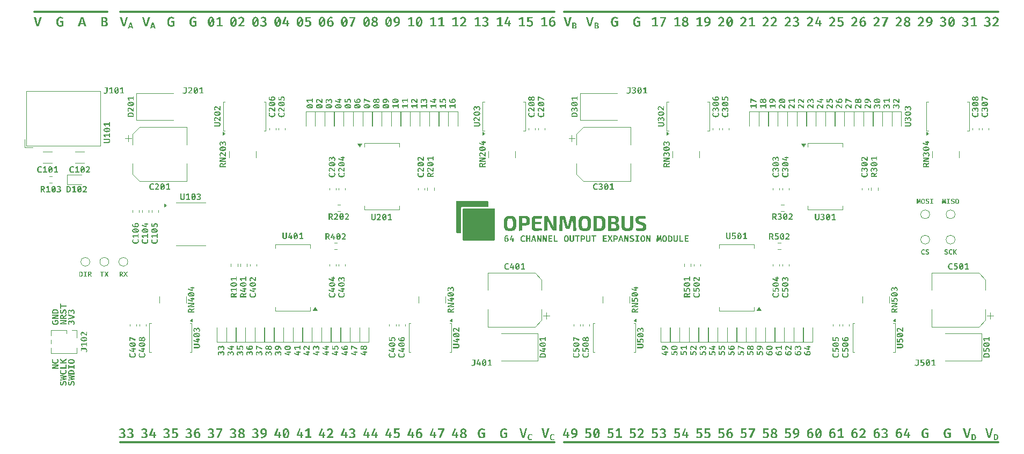
<source format=gbr>
G04 #@! TF.GenerationSoftware,KiCad,Pcbnew,9.0.6*
G04 #@! TF.CreationDate,2025-12-09T20:29:38+01:00*
G04 #@! TF.ProjectId,OM-64DO,4f4d2d36-3444-44f2-9e6b-696361645f70,1A*
G04 #@! TF.SameCoordinates,Original*
G04 #@! TF.FileFunction,Legend,Top*
G04 #@! TF.FilePolarity,Positive*
%FSLAX46Y46*%
G04 Gerber Fmt 4.6, Leading zero omitted, Abs format (unit mm)*
G04 Created by KiCad (PCBNEW 9.0.6) date 2025-12-09 20:29:38*
%MOMM*%
%LPD*%
G01*
G04 APERTURE LIST*
%ADD10C,0.300000*%
%ADD11C,0.150000*%
%ADD12C,0.200000*%
%ADD13C,0.160000*%
%ADD14C,0.120000*%
%ADD15C,0.000000*%
G04 APERTURE END LIST*
D10*
X93000000Y-139500000D02*
X161500000Y-139500000D01*
X79500000Y-71500000D02*
X91000000Y-71500000D01*
X163000000Y-139500000D02*
X231500000Y-139500000D01*
X93000000Y-71500000D02*
X161500000Y-71500000D01*
X163000000Y-71500000D02*
X231500000Y-71500000D01*
G36*
X156592786Y-138569433D02*
G01*
X156915828Y-137333137D01*
X157217346Y-137333137D01*
X156762871Y-138822500D01*
X156411802Y-138822500D01*
X155959526Y-137333137D01*
X156272859Y-137333137D01*
X156592786Y-138569433D01*
G37*
G36*
X157725676Y-138184659D02*
G01*
X157820629Y-138191655D01*
X157893837Y-138210580D01*
X157959972Y-138241866D01*
X158021332Y-138284585D01*
X157925527Y-138398341D01*
X157882297Y-138368331D01*
X157835951Y-138346318D01*
X157786391Y-138332651D01*
X157732637Y-138327999D01*
X157668483Y-138336830D01*
X157610271Y-138363170D01*
X157561798Y-138407152D01*
X157521702Y-138475919D01*
X157497821Y-138560245D01*
X157488638Y-138680167D01*
X157497531Y-138798290D01*
X157520695Y-138881759D01*
X157559891Y-138950029D01*
X157608164Y-138994508D01*
X157666886Y-139021226D01*
X157734010Y-139030320D01*
X157804411Y-139023371D01*
X157857658Y-139004491D01*
X157945494Y-138946880D01*
X158034429Y-139059262D01*
X157979147Y-139104340D01*
X157908675Y-139143984D01*
X157828176Y-139169777D01*
X157725676Y-139179155D01*
X157644065Y-139172598D01*
X157570348Y-139153532D01*
X157503109Y-139122277D01*
X157443276Y-139078954D01*
X157392213Y-139023435D01*
X157349419Y-138954116D01*
X157319523Y-138877937D01*
X157300445Y-138787526D01*
X157293641Y-138680167D01*
X157300611Y-138574848D01*
X157320236Y-138485552D01*
X157351160Y-138409699D01*
X157394895Y-138340747D01*
X157446634Y-138285323D01*
X157506865Y-138241904D01*
X157574361Y-138210280D01*
X157646883Y-138191174D01*
X157725676Y-138184659D01*
G37*
D11*
G36*
X205900537Y-86467968D02*
G01*
X205905214Y-86397463D01*
X205918336Y-86338132D01*
X205938944Y-86288144D01*
X205968028Y-86242696D01*
X206002046Y-86206326D01*
X206041282Y-86177991D01*
X206085136Y-86157290D01*
X206131776Y-86144846D01*
X206181966Y-86140622D01*
X206244345Y-86145992D01*
X206305491Y-86162176D01*
X206365284Y-86189262D01*
X206432559Y-86232152D01*
X206499812Y-86285765D01*
X206580448Y-86360318D01*
X206663780Y-86445426D01*
X206766378Y-86556995D01*
X206766378Y-86117663D01*
X206915000Y-86138484D01*
X206915000Y-86773821D01*
X206776453Y-86773821D01*
X206564328Y-86560292D01*
X206478444Y-86480603D01*
X206412470Y-86425653D01*
X206348836Y-86381576D01*
X206297554Y-86355616D01*
X206246200Y-86340164D01*
X206196315Y-86335161D01*
X206152405Y-86339839D01*
X206117161Y-86352924D01*
X206088665Y-86373935D01*
X206067383Y-86402137D01*
X206053995Y-86438002D01*
X206049159Y-86483783D01*
X206055528Y-86543036D01*
X206073217Y-86589723D01*
X206103134Y-86630945D01*
X206151130Y-86674781D01*
X206060638Y-86793971D01*
X206013561Y-86753281D01*
X205974520Y-86708384D01*
X205942913Y-86658966D01*
X205920086Y-86605199D01*
X205905653Y-86542139D01*
X205900537Y-86467968D01*
G37*
G36*
X206646827Y-85224547D02*
G01*
X206707844Y-85238925D01*
X206763142Y-85262324D01*
X206813479Y-85294736D01*
X206855602Y-85334167D01*
X206890270Y-85381148D01*
X206915625Y-85433611D01*
X206931174Y-85492042D01*
X206936554Y-85557736D01*
X206932171Y-85621613D01*
X206919765Y-85676321D01*
X206900084Y-85723327D01*
X206873356Y-85763816D01*
X206827152Y-85810474D01*
X206770628Y-85848356D01*
X206702142Y-85877572D01*
X206629262Y-85896875D01*
X206548584Y-85908923D01*
X206459120Y-85913109D01*
X206348834Y-85907277D01*
X206252030Y-85890670D01*
X206166945Y-85864322D01*
X206087301Y-85825779D01*
X206022640Y-85778882D01*
X205970940Y-85723577D01*
X205940427Y-85675980D01*
X205918554Y-85624173D01*
X205905152Y-85567377D01*
X205900537Y-85504613D01*
X205904826Y-85443157D01*
X205917084Y-85389392D01*
X205936836Y-85339477D01*
X205962269Y-85295663D01*
X206080055Y-85368204D01*
X206057227Y-85410392D01*
X206043661Y-85454867D01*
X206039084Y-85502476D01*
X206044326Y-85546398D01*
X206059691Y-85585364D01*
X206085626Y-85620649D01*
X206123836Y-85652930D01*
X206166726Y-85676970D01*
X206219379Y-85696293D01*
X206283602Y-85710249D01*
X206361484Y-85717837D01*
X206313497Y-85668342D01*
X206281434Y-85615194D01*
X206262244Y-85557350D01*
X206260750Y-85543387D01*
X206392320Y-85543387D01*
X206398829Y-85592096D01*
X206418576Y-85638519D01*
X206449297Y-85680163D01*
X206490689Y-85717104D01*
X206595167Y-85710446D01*
X206670008Y-85696782D01*
X206721926Y-85678392D01*
X206755300Y-85656947D01*
X206778269Y-85630197D01*
X206792301Y-85597286D01*
X206797274Y-85556332D01*
X206790408Y-85509843D01*
X206771000Y-85473854D01*
X206738412Y-85445751D01*
X206697626Y-85426502D01*
X206648450Y-85414237D01*
X206589057Y-85409847D01*
X206516567Y-85414871D01*
X206467768Y-85427656D01*
X206436161Y-85445751D01*
X206411953Y-85472331D01*
X206397412Y-85504308D01*
X206392320Y-85543387D01*
X206260750Y-85543387D01*
X206255910Y-85498141D01*
X206260108Y-85447945D01*
X206272445Y-85401556D01*
X206292913Y-85358190D01*
X206320959Y-85319409D01*
X206356871Y-85285881D01*
X206401662Y-85257317D01*
X206450931Y-85237074D01*
X206509434Y-85224179D01*
X206578982Y-85219582D01*
X206646827Y-85224547D01*
G37*
G36*
X198646827Y-125085259D02*
G01*
X198707844Y-125099637D01*
X198763142Y-125123036D01*
X198813479Y-125155448D01*
X198855602Y-125194879D01*
X198890270Y-125241860D01*
X198915625Y-125294323D01*
X198931174Y-125352753D01*
X198936554Y-125418448D01*
X198932171Y-125482325D01*
X198919765Y-125537033D01*
X198900084Y-125584038D01*
X198873356Y-125624528D01*
X198827152Y-125671185D01*
X198770628Y-125709068D01*
X198702142Y-125738284D01*
X198629262Y-125757587D01*
X198548584Y-125769635D01*
X198459120Y-125773821D01*
X198348834Y-125767989D01*
X198252030Y-125751382D01*
X198166945Y-125725034D01*
X198087301Y-125686490D01*
X198022640Y-125639593D01*
X197970940Y-125584289D01*
X197940427Y-125536692D01*
X197918554Y-125484885D01*
X197905152Y-125428089D01*
X197900537Y-125365325D01*
X197904826Y-125303868D01*
X197917084Y-125250103D01*
X197936836Y-125200189D01*
X197962269Y-125156375D01*
X198080055Y-125228915D01*
X198057227Y-125271104D01*
X198043661Y-125315578D01*
X198039084Y-125363188D01*
X198044326Y-125407110D01*
X198059691Y-125446076D01*
X198085626Y-125481361D01*
X198123836Y-125513641D01*
X198166726Y-125537682D01*
X198219379Y-125557004D01*
X198283602Y-125570960D01*
X198361484Y-125578549D01*
X198313497Y-125529054D01*
X198281434Y-125475906D01*
X198262244Y-125418062D01*
X198260750Y-125404098D01*
X198392320Y-125404098D01*
X198398829Y-125452808D01*
X198418576Y-125499231D01*
X198449297Y-125540875D01*
X198490689Y-125577816D01*
X198595167Y-125571158D01*
X198670008Y-125557494D01*
X198721926Y-125539104D01*
X198755300Y-125517659D01*
X198778269Y-125490909D01*
X198792301Y-125457998D01*
X198797274Y-125417043D01*
X198790408Y-125370555D01*
X198771000Y-125334566D01*
X198738412Y-125306462D01*
X198697626Y-125287214D01*
X198648450Y-125274949D01*
X198589057Y-125270559D01*
X198516567Y-125275583D01*
X198467768Y-125288367D01*
X198436161Y-125306462D01*
X198411953Y-125333043D01*
X198397412Y-125365020D01*
X198392320Y-125404098D01*
X198260750Y-125404098D01*
X198255910Y-125358853D01*
X198260108Y-125308657D01*
X198272445Y-125262268D01*
X198292913Y-125218901D01*
X198320959Y-125180120D01*
X198356871Y-125146593D01*
X198401662Y-125118029D01*
X198450931Y-125097786D01*
X198509434Y-125084891D01*
X198578982Y-125080294D01*
X198646827Y-125085259D01*
G37*
G36*
X197900537Y-124607256D02*
G01*
X197905214Y-124536751D01*
X197918336Y-124477421D01*
X197938944Y-124427432D01*
X197968028Y-124381984D01*
X198002046Y-124345614D01*
X198041282Y-124317279D01*
X198085136Y-124296578D01*
X198131776Y-124284134D01*
X198181966Y-124279910D01*
X198244345Y-124285281D01*
X198305491Y-124301464D01*
X198365284Y-124328550D01*
X198432559Y-124371440D01*
X198499812Y-124425054D01*
X198580448Y-124499606D01*
X198663780Y-124584714D01*
X198766378Y-124696283D01*
X198766378Y-124256951D01*
X198915000Y-124277773D01*
X198915000Y-124913109D01*
X198776453Y-124913109D01*
X198564328Y-124699580D01*
X198478444Y-124619891D01*
X198412470Y-124564941D01*
X198348836Y-124520864D01*
X198297554Y-124494904D01*
X198246200Y-124479452D01*
X198196315Y-124474449D01*
X198152405Y-124479127D01*
X198117161Y-124492213D01*
X198088665Y-124513223D01*
X198067383Y-124541426D01*
X198053995Y-124577290D01*
X198049159Y-124623071D01*
X198055528Y-124682324D01*
X198073217Y-124729011D01*
X198103134Y-124770233D01*
X198151130Y-124814069D01*
X198060638Y-124933259D01*
X198013561Y-124892569D01*
X197974520Y-124847672D01*
X197942913Y-124798254D01*
X197920086Y-124744487D01*
X197905653Y-124681427D01*
X197900537Y-124607256D01*
G37*
D10*
G36*
X90582729Y-72341969D02*
G01*
X90712217Y-72367575D01*
X90793203Y-72396754D01*
X90860967Y-72435747D01*
X90917381Y-72484446D01*
X90959736Y-72543812D01*
X90986375Y-72618311D01*
X90995966Y-72712233D01*
X90985952Y-72799046D01*
X90957773Y-72868945D01*
X90913345Y-72928051D01*
X90856564Y-72975007D01*
X90791191Y-73010254D01*
X90721376Y-73034175D01*
X90800944Y-73052991D01*
X90880195Y-73084275D01*
X90951279Y-73130351D01*
X91009430Y-73195192D01*
X91036748Y-73246768D01*
X91054285Y-73310899D01*
X91060629Y-73390648D01*
X91054652Y-73473486D01*
X91037920Y-73542504D01*
X91011628Y-73600116D01*
X90975010Y-73651991D01*
X90930895Y-73695936D01*
X90878638Y-73732557D01*
X90790283Y-73773965D01*
X90688037Y-73802075D01*
X90580203Y-73817330D01*
X90467211Y-73822500D01*
X90005225Y-73822500D01*
X90005225Y-73601765D01*
X90300332Y-73601765D01*
X90470508Y-73601765D01*
X90540553Y-73597541D01*
X90606704Y-73585095D01*
X90666399Y-73560536D01*
X90713316Y-73521531D01*
X90735216Y-73487824D01*
X90749512Y-73442819D01*
X90754807Y-73383137D01*
X90744775Y-73296463D01*
X90718390Y-73237481D01*
X90677779Y-73198398D01*
X90624331Y-73172047D01*
X90560325Y-73155351D01*
X90483422Y-73149397D01*
X90300332Y-73149397D01*
X90300332Y-73601765D01*
X90005225Y-73601765D01*
X90005225Y-72941577D01*
X90300332Y-72941577D01*
X90461807Y-72941577D01*
X90540385Y-72935292D01*
X90597945Y-72918612D01*
X90639494Y-72893674D01*
X90670330Y-72857619D01*
X90690235Y-72807370D01*
X90697654Y-72738061D01*
X90689755Y-72673743D01*
X90668276Y-72626742D01*
X90634090Y-72592615D01*
X90589477Y-72569613D01*
X90529228Y-72554228D01*
X90448893Y-72548468D01*
X90300332Y-72548468D01*
X90300332Y-72941577D01*
X90005225Y-72941577D01*
X90005225Y-72333137D01*
X90440283Y-72333137D01*
X90582729Y-72341969D01*
G37*
D12*
G36*
X84515000Y-120475915D02*
G01*
X83690069Y-120768091D01*
X83789537Y-120756612D01*
X83933824Y-120744033D01*
X84097161Y-120738660D01*
X84515000Y-120738660D01*
X84515000Y-120909508D01*
X83522091Y-120909508D01*
X83522091Y-120659708D01*
X84345556Y-120370341D01*
X84183684Y-120389026D01*
X84073780Y-120396930D01*
X83943532Y-120399773D01*
X83522091Y-120399773D01*
X83522091Y-120228925D01*
X84515000Y-120228925D01*
X84515000Y-120475915D01*
G37*
G36*
X84515000Y-119512500D02*
G01*
X84119387Y-119747278D01*
X84119387Y-119837770D01*
X84515000Y-119837770D01*
X84515000Y-120033775D01*
X83522091Y-120033775D01*
X83522091Y-119741538D01*
X83522364Y-119736531D01*
X83664241Y-119736531D01*
X83664241Y-119837770D01*
X83980108Y-119837770D01*
X83980108Y-119730059D01*
X83975248Y-119673289D01*
X83962034Y-119629611D01*
X83941700Y-119596153D01*
X83912730Y-119571259D01*
X83872089Y-119555153D01*
X83815732Y-119549136D01*
X83764789Y-119554985D01*
X83727404Y-119570835D01*
X83700144Y-119595786D01*
X83681476Y-119628919D01*
X83668955Y-119674566D01*
X83664241Y-119736531D01*
X83522364Y-119736531D01*
X83527555Y-119641176D01*
X83542508Y-119560548D01*
X83565226Y-119496255D01*
X83594631Y-119445394D01*
X83634610Y-119402425D01*
X83683417Y-119371546D01*
X83742872Y-119352171D01*
X83815732Y-119345254D01*
X83869376Y-119349464D01*
X83915727Y-119361466D01*
X83956043Y-119380742D01*
X83991282Y-119407353D01*
X84031787Y-119451660D01*
X84064111Y-119502016D01*
X84088551Y-119559211D01*
X84515000Y-119287063D01*
X84515000Y-119512500D01*
G37*
G36*
X84229968Y-118478803D02*
G01*
X84288878Y-118484120D01*
X84341742Y-118499590D01*
X84389764Y-118525087D01*
X84431757Y-118559704D01*
X84467705Y-118603750D01*
X84497780Y-118658627D01*
X84518606Y-118718032D01*
X84531854Y-118787451D01*
X84536554Y-118868614D01*
X84531894Y-118954220D01*
X84518762Y-119027606D01*
X84498147Y-119090509D01*
X84469342Y-119150251D01*
X84436402Y-119201634D01*
X84399412Y-119245542D01*
X84283824Y-119142166D01*
X84327190Y-119085019D01*
X84359539Y-119021571D01*
X84379490Y-118952002D01*
X84386467Y-118871484D01*
X84382098Y-118819455D01*
X84369717Y-118775325D01*
X84349891Y-118737639D01*
X84321842Y-118707607D01*
X84286933Y-118689711D01*
X84242913Y-118683417D01*
X84204814Y-118687935D01*
X84174342Y-118700636D01*
X84148678Y-118722681D01*
X84123722Y-118759865D01*
X84102866Y-118806364D01*
X84079209Y-118876552D01*
X84040249Y-118984690D01*
X84000425Y-119063588D01*
X83960385Y-119119207D01*
X83923520Y-119153198D01*
X83881433Y-119177360D01*
X83833083Y-119192231D01*
X83776959Y-119197426D01*
X83721622Y-119191960D01*
X83672910Y-119176133D01*
X83629436Y-119150043D01*
X83591763Y-119115387D01*
X83559978Y-119073152D01*
X83533937Y-119022304D01*
X83515715Y-118967752D01*
X83504438Y-118907706D01*
X83500537Y-118841320D01*
X83504347Y-118768132D01*
X83515212Y-118703658D01*
X83532472Y-118646781D01*
X83556945Y-118592659D01*
X83587184Y-118543515D01*
X83623330Y-118498892D01*
X83734583Y-118597260D01*
X83696275Y-118650763D01*
X83669980Y-118707475D01*
X83654328Y-118767356D01*
X83649159Y-118827704D01*
X83652681Y-118875349D01*
X83662510Y-118914704D01*
X83677918Y-118947260D01*
X83700308Y-118973437D01*
X83728377Y-118988868D01*
X83764014Y-118994277D01*
X83796986Y-118989215D01*
X83823975Y-118974555D01*
X83846408Y-118950001D01*
X83870321Y-118907021D01*
X83891359Y-118854316D01*
X83917643Y-118774581D01*
X83947697Y-118689844D01*
X83981573Y-118619853D01*
X84009363Y-118578189D01*
X84041465Y-118543853D01*
X84078110Y-118516111D01*
X84119209Y-118496137D01*
X84169166Y-118483382D01*
X84229968Y-118478803D01*
G37*
G36*
X83676453Y-117890910D02*
G01*
X84515000Y-117890910D01*
X84515000Y-118086915D01*
X83676453Y-118086915D01*
X83676453Y-118376953D01*
X83522091Y-118376953D01*
X83522091Y-117592201D01*
X83676453Y-117612351D01*
X83676453Y-117890910D01*
G37*
D11*
G36*
X132042963Y-86089650D02*
G01*
X132146635Y-86107566D01*
X132231329Y-86135024D01*
X132300144Y-86170786D01*
X132349626Y-86209529D01*
X132387183Y-86253888D01*
X132414092Y-86304510D01*
X132430733Y-86362623D01*
X132436554Y-86429927D01*
X132430719Y-86497565D01*
X132414052Y-86555866D01*
X132387127Y-86606555D01*
X132349580Y-86650878D01*
X132300144Y-86689496D01*
X132231357Y-86725072D01*
X132146672Y-86752399D01*
X132042990Y-86770233D01*
X131916744Y-86776691D01*
X131791266Y-86770233D01*
X131688267Y-86752400D01*
X131604179Y-86725076D01*
X131535908Y-86689496D01*
X131486906Y-86650932D01*
X131449647Y-86606643D01*
X131422904Y-86555957D01*
X131406338Y-86497626D01*
X131400537Y-86429927D01*
X131541282Y-86429927D01*
X131546544Y-86467526D01*
X131561908Y-86499665D01*
X131588155Y-86527784D01*
X131627805Y-86552354D01*
X131687742Y-86572831D01*
X131780321Y-86587740D01*
X131916744Y-86593631D01*
X132051716Y-86589722D01*
X132139310Y-86580014D01*
X131595076Y-86315805D01*
X131569594Y-86337753D01*
X131553494Y-86363188D01*
X131544524Y-86392838D01*
X131541282Y-86429927D01*
X131400537Y-86429927D01*
X131406325Y-86362562D01*
X131422865Y-86304418D01*
X131438099Y-86275566D01*
X131730081Y-86275566D01*
X132257768Y-86532631D01*
X132275609Y-86512144D01*
X132287199Y-86488484D01*
X132293543Y-86461843D01*
X132295809Y-86429927D01*
X132290534Y-86391964D01*
X132275182Y-86359740D01*
X132249042Y-86331768D01*
X132209652Y-86307562D01*
X132149860Y-86287502D01*
X132056198Y-86272794D01*
X131916744Y-86266956D01*
X131807800Y-86269356D01*
X131730081Y-86275566D01*
X131438099Y-86275566D01*
X131449592Y-86253800D01*
X131486860Y-86209475D01*
X131535908Y-86170786D01*
X131604206Y-86135020D01*
X131688304Y-86107564D01*
X131791294Y-86089650D01*
X131916744Y-86083163D01*
X132042963Y-86089650D01*
G37*
G36*
X132434356Y-85638153D02*
G01*
X132379096Y-85816939D01*
X131568515Y-85440744D01*
X131568515Y-85887281D01*
X131422091Y-85887281D01*
X131422091Y-85249013D01*
X131554166Y-85249013D01*
X132434356Y-85638153D01*
G37*
D12*
G36*
X93209919Y-112542044D02*
G01*
X93274422Y-112554007D01*
X93325857Y-112572181D01*
X93366546Y-112595705D01*
X93400921Y-112627688D01*
X93425624Y-112666734D01*
X93441124Y-112714297D01*
X93446657Y-112772586D01*
X93443290Y-112815500D01*
X93433688Y-112852582D01*
X93418267Y-112884835D01*
X93396978Y-112913025D01*
X93361533Y-112945430D01*
X93321248Y-112971289D01*
X93275492Y-112990841D01*
X93493210Y-113332000D01*
X93312861Y-113332000D01*
X93125038Y-113015510D01*
X93052645Y-113015510D01*
X93052645Y-113332000D01*
X92895841Y-113332000D01*
X92895841Y-112904086D01*
X93052645Y-112904086D01*
X93138814Y-112904086D01*
X93184230Y-112900198D01*
X93219172Y-112889627D01*
X93245939Y-112873360D01*
X93265853Y-112850184D01*
X93278738Y-112817671D01*
X93283552Y-112772586D01*
X93278872Y-112731831D01*
X93266192Y-112701923D01*
X93246232Y-112680115D01*
X93219726Y-112665181D01*
X93183208Y-112655164D01*
X93133636Y-112651392D01*
X93052645Y-112651392D01*
X93052645Y-112904086D01*
X92895841Y-112904086D01*
X92895841Y-112537673D01*
X93129630Y-112537673D01*
X93209919Y-112542044D01*
G37*
G36*
X93533901Y-112537673D02*
G01*
X93705604Y-112537673D01*
X93844627Y-112810492D01*
X93985310Y-112537673D01*
X94152470Y-112537673D01*
X93936511Y-112902376D01*
X94174306Y-113332000D01*
X94002554Y-113332000D01*
X93842331Y-113009208D01*
X93682645Y-113332000D01*
X93514948Y-113332000D01*
X93749274Y-112909850D01*
X93533901Y-112537673D01*
G37*
D11*
G36*
X144269248Y-86086766D02*
G01*
X144415000Y-86086766D01*
X144415000Y-86706349D01*
X144269248Y-86706349D01*
X144269248Y-86465831D01*
X143613028Y-86465831D01*
X143744431Y-86677650D01*
X143613028Y-86758739D01*
X143422091Y-86447146D01*
X143422091Y-86279901D01*
X144269248Y-86279901D01*
X144269248Y-86086766D01*
G37*
G36*
X143422091Y-85274842D02*
G01*
X143561371Y-85297129D01*
X143561371Y-85670454D01*
X143809766Y-85670454D01*
X143793130Y-85630530D01*
X143782533Y-85591503D01*
X143776533Y-85552264D01*
X143774595Y-85515360D01*
X143778939Y-85464293D01*
X143791643Y-85417692D01*
X143812636Y-85374676D01*
X143841294Y-85336362D01*
X143877473Y-85303444D01*
X143922117Y-85275635D01*
X143971037Y-85255848D01*
X144027633Y-85243392D01*
X144093332Y-85238999D01*
X144158595Y-85244341D01*
X144217328Y-85259857D01*
X144270713Y-85285283D01*
X144318507Y-85320080D01*
X144358905Y-85362980D01*
X144392407Y-85414854D01*
X144416409Y-85471928D01*
X144431340Y-85536546D01*
X144436554Y-85610126D01*
X144432183Y-85676785D01*
X144419585Y-85736402D01*
X144399246Y-85790011D01*
X144371269Y-85840190D01*
X144337816Y-85884895D01*
X144298679Y-85924589D01*
X144196036Y-85814069D01*
X144237345Y-85771652D01*
X144265838Y-85725954D01*
X144282860Y-85676148D01*
X144288665Y-85620934D01*
X144282505Y-85566159D01*
X144265140Y-85521706D01*
X144236946Y-85485257D01*
X144199588Y-85458092D01*
X144152852Y-85441062D01*
X144094064Y-85434943D01*
X144027737Y-85440659D01*
X143981955Y-85455497D01*
X143951182Y-85477319D01*
X143928245Y-85507765D01*
X143914371Y-85543182D01*
X143909539Y-85585030D01*
X143913020Y-85627429D01*
X143923785Y-85671748D01*
X143942573Y-85718570D01*
X143942573Y-85851377D01*
X143422091Y-85851377D01*
X143422091Y-85274842D01*
G37*
G36*
X198400537Y-86467968D02*
G01*
X198405214Y-86397463D01*
X198418336Y-86338132D01*
X198438944Y-86288144D01*
X198468028Y-86242696D01*
X198502046Y-86206326D01*
X198541282Y-86177991D01*
X198585136Y-86157290D01*
X198631776Y-86144846D01*
X198681966Y-86140622D01*
X198744345Y-86145992D01*
X198805491Y-86162176D01*
X198865284Y-86189262D01*
X198932559Y-86232152D01*
X198999812Y-86285765D01*
X199080448Y-86360318D01*
X199163780Y-86445426D01*
X199266378Y-86556995D01*
X199266378Y-86117663D01*
X199415000Y-86138484D01*
X199415000Y-86773821D01*
X199276453Y-86773821D01*
X199064328Y-86560292D01*
X198978444Y-86480603D01*
X198912470Y-86425653D01*
X198848836Y-86381576D01*
X198797554Y-86355616D01*
X198746200Y-86340164D01*
X198696315Y-86335161D01*
X198652405Y-86339839D01*
X198617161Y-86352924D01*
X198588665Y-86373935D01*
X198567383Y-86402137D01*
X198553995Y-86438002D01*
X198549159Y-86483783D01*
X198555528Y-86543036D01*
X198573217Y-86589723D01*
X198603134Y-86630945D01*
X198651130Y-86674781D01*
X198560638Y-86793971D01*
X198513561Y-86753281D01*
X198474520Y-86708384D01*
X198442913Y-86658966D01*
X198420086Y-86605199D01*
X198405653Y-86542139D01*
X198400537Y-86467968D01*
G37*
G36*
X199269248Y-85226054D02*
G01*
X199415000Y-85226054D01*
X199415000Y-85845637D01*
X199269248Y-85845637D01*
X199269248Y-85605119D01*
X198613028Y-85605119D01*
X198744431Y-85816939D01*
X198613028Y-85898027D01*
X198422091Y-85586435D01*
X198422091Y-85419189D01*
X199269248Y-85419189D01*
X199269248Y-85226054D01*
G37*
G36*
X131296821Y-125188005D02*
G01*
X131551017Y-125188005D01*
X131551017Y-125078889D01*
X131695303Y-125078889D01*
X131695303Y-125188005D01*
X131915000Y-125188005D01*
X131915000Y-125370332D01*
X131695303Y-125371797D01*
X131695303Y-125783163D01*
X131566099Y-125783163D01*
X130900537Y-125501735D01*
X130961536Y-125340901D01*
X131551017Y-125586426D01*
X131551017Y-125370332D01*
X131296821Y-125348106D01*
X131296821Y-125188005D01*
G37*
G36*
X131697465Y-124215628D02*
G01*
X131745285Y-124229432D01*
X131790802Y-124252616D01*
X131831133Y-124283963D01*
X131866386Y-124324338D01*
X131896742Y-124375042D01*
X131918095Y-124430254D01*
X131931706Y-124495548D01*
X131936554Y-124572818D01*
X131931764Y-124649638D01*
X131918361Y-124714086D01*
X131897414Y-124768151D01*
X131867621Y-124817678D01*
X131833099Y-124856952D01*
X131793672Y-124887281D01*
X131749182Y-124909595D01*
X131702073Y-124922941D01*
X131651523Y-124927459D01*
X131594939Y-124921566D01*
X131545184Y-124904474D01*
X131500764Y-124876168D01*
X131462234Y-124838989D01*
X131428493Y-124793528D01*
X131399525Y-124738659D01*
X131367092Y-124788424D01*
X131335169Y-124825522D01*
X131303660Y-124852110D01*
X131267740Y-124871326D01*
X131223527Y-124883595D01*
X131169021Y-124888013D01*
X131112630Y-124882736D01*
X131064223Y-124867644D01*
X131022231Y-124843134D01*
X130985709Y-124810340D01*
X130955538Y-124771352D01*
X130931434Y-124725409D01*
X130914381Y-124675987D01*
X130904046Y-124623853D01*
X130900537Y-124568483D01*
X131033344Y-124568483D01*
X131037662Y-124610665D01*
X131049617Y-124643864D01*
X131068576Y-124670088D01*
X131094225Y-124689577D01*
X131127220Y-124701890D01*
X131169754Y-124706358D01*
X131210697Y-124701168D01*
X131242641Y-124686651D01*
X131267756Y-124662944D01*
X131294562Y-124619468D01*
X131451182Y-124619468D01*
X131483707Y-124665015D01*
X131525188Y-124702450D01*
X131557357Y-124720428D01*
X131596076Y-124731753D01*
X131642913Y-124735789D01*
X131687620Y-124730852D01*
X131724362Y-124716879D01*
X131754898Y-124694146D01*
X131777422Y-124663718D01*
X131791928Y-124623127D01*
X131797274Y-124569215D01*
X131791716Y-124515006D01*
X131776630Y-124474347D01*
X131753128Y-124443980D01*
X131721633Y-124421014D01*
X131686489Y-124407331D01*
X131646516Y-124402642D01*
X131595001Y-124409294D01*
X131557489Y-124427432D01*
X131527149Y-124456911D01*
X131500031Y-124500339D01*
X131477037Y-124551564D01*
X131451182Y-124619468D01*
X131294562Y-124619468D01*
X131298296Y-124613411D01*
X131331320Y-124535510D01*
X131291950Y-124485311D01*
X131257009Y-124455765D01*
X131217427Y-124438197D01*
X131169754Y-124432073D01*
X131130445Y-124436222D01*
X131098050Y-124447949D01*
X131071079Y-124466939D01*
X131050784Y-124492499D01*
X131037989Y-124525581D01*
X131033344Y-124568483D01*
X130900537Y-124568483D01*
X130903993Y-124510217D01*
X130914032Y-124456973D01*
X130930334Y-124408076D01*
X130953767Y-124362584D01*
X130983019Y-124324592D01*
X131018323Y-124293221D01*
X131058967Y-124269865D01*
X131105620Y-124255496D01*
X131159740Y-124250478D01*
X131205251Y-124255070D01*
X131245306Y-124268376D01*
X131281067Y-124290351D01*
X131312434Y-124319271D01*
X131344468Y-124358660D01*
X131377238Y-124410580D01*
X131414136Y-124344891D01*
X131453903Y-124294715D01*
X131496455Y-124257599D01*
X131542153Y-124231774D01*
X131591788Y-124216267D01*
X131646516Y-124210972D01*
X131697465Y-124215628D01*
G37*
D12*
G36*
X84770537Y-120610860D02*
G01*
X84774648Y-120543576D01*
X84786282Y-120485668D01*
X84804670Y-120435737D01*
X84830775Y-120389559D01*
X84861251Y-120352609D01*
X84896200Y-120323691D01*
X84935910Y-120302081D01*
X84977753Y-120289247D01*
X85022534Y-120284918D01*
X85082564Y-120291485D01*
X85132970Y-120310224D01*
X85175858Y-120340910D01*
X85211193Y-120381166D01*
X85238561Y-120428640D01*
X85258046Y-120484525D01*
X85271111Y-120421721D01*
X85293583Y-120367166D01*
X85314643Y-120334828D01*
X85340921Y-120307321D01*
X85372901Y-120284246D01*
X85408654Y-120267683D01*
X85451688Y-120257127D01*
X85503571Y-120253349D01*
X85558232Y-120258439D01*
X85608896Y-120273459D01*
X85656528Y-120298595D01*
X85698658Y-120332286D01*
X85735079Y-120374606D01*
X85766010Y-120426700D01*
X85787940Y-120483346D01*
X85801713Y-120548310D01*
X85806554Y-120623072D01*
X85802392Y-120690299D01*
X85790218Y-120752651D01*
X85770284Y-120810833D01*
X85742231Y-120865339D01*
X85706823Y-120913854D01*
X85663672Y-120956952D01*
X85563166Y-120845638D01*
X85606465Y-120799589D01*
X85635706Y-120748368D01*
X85652924Y-120692258D01*
X85658665Y-120633818D01*
X85653404Y-120579404D01*
X85638692Y-120535263D01*
X85615251Y-120499241D01*
X85583150Y-120471626D01*
X85543146Y-120454664D01*
X85492824Y-120448621D01*
X85436171Y-120454924D01*
X85395839Y-120471754D01*
X85367527Y-120497836D01*
X85347746Y-120532450D01*
X85335098Y-120575627D01*
X85330525Y-120629544D01*
X85330525Y-120717838D01*
X85195580Y-120695612D01*
X85195580Y-120633147D01*
X85191431Y-120589309D01*
X85179507Y-120551287D01*
X85160043Y-120517925D01*
X85133058Y-120492047D01*
X85097499Y-120475992D01*
X85050561Y-120470176D01*
X85009626Y-120475477D01*
X84976635Y-120490520D01*
X84949689Y-120515422D01*
X84929918Y-120547280D01*
X84917710Y-120584613D01*
X84913419Y-120628811D01*
X84919370Y-120688140D01*
X84936378Y-120738660D01*
X84963576Y-120785177D01*
X85001713Y-120832021D01*
X84897604Y-120930329D01*
X84851568Y-120874874D01*
X84816310Y-120815877D01*
X84791127Y-120752766D01*
X84775786Y-120684751D01*
X84770537Y-120610860D01*
G37*
G36*
X85616289Y-119704902D02*
G01*
X84792091Y-119489541D01*
X84792091Y-119288529D01*
X85785000Y-119591512D01*
X85785000Y-119825558D01*
X84792091Y-120127076D01*
X84792091Y-119918187D01*
X85616289Y-119704902D01*
G37*
G36*
X84770537Y-118889436D02*
G01*
X84774648Y-118822152D01*
X84786282Y-118764244D01*
X84804670Y-118714314D01*
X84830775Y-118668136D01*
X84861251Y-118631186D01*
X84896200Y-118602267D01*
X84935910Y-118580658D01*
X84977753Y-118567823D01*
X85022534Y-118563494D01*
X85082564Y-118570061D01*
X85132970Y-118588801D01*
X85175858Y-118619487D01*
X85211193Y-118659743D01*
X85238561Y-118707216D01*
X85258046Y-118763101D01*
X85271111Y-118700297D01*
X85293583Y-118645743D01*
X85314643Y-118613405D01*
X85340921Y-118585897D01*
X85372901Y-118562822D01*
X85408654Y-118546259D01*
X85451688Y-118535703D01*
X85503571Y-118531926D01*
X85558232Y-118537015D01*
X85608896Y-118552036D01*
X85656528Y-118577172D01*
X85698658Y-118610862D01*
X85735079Y-118653182D01*
X85766010Y-118705277D01*
X85787940Y-118761923D01*
X85801713Y-118826887D01*
X85806554Y-118901648D01*
X85802392Y-118968876D01*
X85790218Y-119031228D01*
X85770284Y-119089410D01*
X85742231Y-119143915D01*
X85706823Y-119192431D01*
X85663672Y-119235528D01*
X85563166Y-119124214D01*
X85606465Y-119078166D01*
X85635706Y-119026945D01*
X85652924Y-118970834D01*
X85658665Y-118912395D01*
X85653404Y-118857981D01*
X85638692Y-118813840D01*
X85615251Y-118777817D01*
X85583150Y-118750203D01*
X85543146Y-118733241D01*
X85492824Y-118727198D01*
X85436171Y-118733500D01*
X85395839Y-118750330D01*
X85367527Y-118776413D01*
X85347746Y-118811026D01*
X85335098Y-118854204D01*
X85330525Y-118908121D01*
X85330525Y-118996414D01*
X85195580Y-118974188D01*
X85195580Y-118911723D01*
X85191431Y-118867886D01*
X85179507Y-118829863D01*
X85160043Y-118796502D01*
X85133058Y-118770623D01*
X85097499Y-118754569D01*
X85050561Y-118748752D01*
X85009626Y-118754054D01*
X84976635Y-118769097D01*
X84949689Y-118793998D01*
X84929918Y-118825856D01*
X84917710Y-118863189D01*
X84913419Y-118907388D01*
X84919370Y-118966716D01*
X84936378Y-119017236D01*
X84963576Y-119063753D01*
X85001713Y-119110598D01*
X84897604Y-119208906D01*
X84851568Y-119153451D01*
X84816310Y-119094454D01*
X84791127Y-119031343D01*
X84775786Y-118963327D01*
X84770537Y-118889436D01*
G37*
D10*
G36*
X226292642Y-72300806D02*
G01*
X226393568Y-72306973D01*
X226480430Y-72324423D01*
X226555326Y-72352005D01*
X226624593Y-72391163D01*
X226680018Y-72436877D01*
X226723395Y-72489300D01*
X226755810Y-72548865D01*
X226775062Y-72611630D01*
X226781555Y-72678802D01*
X226771705Y-72768846D01*
X226743595Y-72844455D01*
X226697566Y-72908787D01*
X226637182Y-72961790D01*
X226565972Y-73002842D01*
X226482144Y-73032069D01*
X226576350Y-73051666D01*
X226658182Y-73085375D01*
X226706689Y-73116965D01*
X226747951Y-73156382D01*
X226782563Y-73204351D01*
X226807407Y-73257981D01*
X226823242Y-73322533D01*
X226828908Y-73400356D01*
X226821274Y-73482348D01*
X226798743Y-73558344D01*
X226761039Y-73629792D01*
X226710503Y-73692988D01*
X226647023Y-73747619D01*
X226568881Y-73794015D01*
X226483913Y-73826910D01*
X226386466Y-73847569D01*
X226274324Y-73854831D01*
X226173483Y-73848588D01*
X226079955Y-73830328D01*
X225992682Y-73800426D01*
X225910923Y-73758347D01*
X225838150Y-73705235D01*
X225773504Y-73640508D01*
X225940475Y-73489749D01*
X226009548Y-73554698D01*
X226086379Y-73598559D01*
X226170545Y-73624387D01*
X226258204Y-73632998D01*
X226339825Y-73625106D01*
X226406037Y-73603039D01*
X226460071Y-73567876D01*
X226501492Y-73519726D01*
X226526935Y-73459720D01*
X226536000Y-73384236D01*
X226526546Y-73299257D01*
X226501301Y-73238759D01*
X226462177Y-73196291D01*
X226410257Y-73166620D01*
X226345491Y-73147647D01*
X226264616Y-73140787D01*
X226132175Y-73140787D01*
X226165514Y-72938371D01*
X226259212Y-72938371D01*
X226324968Y-72932146D01*
X226382001Y-72914261D01*
X226432044Y-72885065D01*
X226470862Y-72844588D01*
X226494943Y-72791249D01*
X226503668Y-72720842D01*
X226495716Y-72659439D01*
X226473152Y-72609953D01*
X226435799Y-72569534D01*
X226388012Y-72539878D01*
X226332012Y-72521566D01*
X226265715Y-72515129D01*
X226176722Y-72524055D01*
X226100942Y-72549567D01*
X226031166Y-72590365D01*
X225960900Y-72647569D01*
X225813438Y-72491407D01*
X225896620Y-72422352D01*
X225985116Y-72369466D01*
X226079782Y-72331691D01*
X226181806Y-72308679D01*
X226292642Y-72300806D01*
G37*
G36*
X228160917Y-73603872D02*
G01*
X228160917Y-73822500D01*
X227231542Y-73822500D01*
X227231542Y-73603872D01*
X227592320Y-73603872D01*
X227592320Y-72619542D01*
X227274590Y-72816646D01*
X227152957Y-72619542D01*
X227620346Y-72333137D01*
X227871214Y-72333137D01*
X227871214Y-73603872D01*
X228160917Y-73603872D01*
G37*
D11*
G36*
X111400537Y-125471571D02*
G01*
X111404648Y-125404287D01*
X111416282Y-125346379D01*
X111434670Y-125296448D01*
X111460775Y-125250270D01*
X111491251Y-125213320D01*
X111526200Y-125184402D01*
X111565910Y-125162792D01*
X111607753Y-125149958D01*
X111652534Y-125145629D01*
X111712564Y-125152196D01*
X111762970Y-125170935D01*
X111805858Y-125201621D01*
X111841193Y-125241877D01*
X111868561Y-125289351D01*
X111888046Y-125345236D01*
X111901111Y-125282432D01*
X111923583Y-125227877D01*
X111944643Y-125195539D01*
X111970921Y-125168032D01*
X112002901Y-125144957D01*
X112038654Y-125128394D01*
X112081688Y-125117838D01*
X112133571Y-125114060D01*
X112188232Y-125119150D01*
X112238896Y-125134170D01*
X112286528Y-125159306D01*
X112328658Y-125192997D01*
X112365079Y-125235317D01*
X112396010Y-125287411D01*
X112417940Y-125344057D01*
X112431713Y-125409021D01*
X112436554Y-125483783D01*
X112432392Y-125551010D01*
X112420218Y-125613362D01*
X112400284Y-125671544D01*
X112372231Y-125726050D01*
X112336823Y-125774565D01*
X112293672Y-125817663D01*
X112193166Y-125706349D01*
X112236465Y-125660300D01*
X112265706Y-125609079D01*
X112282924Y-125552969D01*
X112288665Y-125494529D01*
X112283404Y-125440115D01*
X112268692Y-125395974D01*
X112245251Y-125359952D01*
X112213150Y-125332337D01*
X112173146Y-125315375D01*
X112122824Y-125309332D01*
X112066171Y-125315635D01*
X112025839Y-125332465D01*
X111997527Y-125358547D01*
X111977746Y-125393161D01*
X111965098Y-125436338D01*
X111960525Y-125490255D01*
X111960525Y-125578549D01*
X111825580Y-125556323D01*
X111825580Y-125493858D01*
X111821431Y-125450020D01*
X111809507Y-125411998D01*
X111790043Y-125378636D01*
X111763058Y-125352758D01*
X111727499Y-125336703D01*
X111680561Y-125330887D01*
X111639626Y-125336188D01*
X111606635Y-125351231D01*
X111579689Y-125376133D01*
X111559918Y-125407991D01*
X111547710Y-125445324D01*
X111543419Y-125489522D01*
X111549370Y-125548851D01*
X111566378Y-125599371D01*
X111593576Y-125645888D01*
X111631713Y-125692732D01*
X111527604Y-125791040D01*
X111481568Y-125735585D01*
X111446310Y-125676588D01*
X111421127Y-125613477D01*
X111405786Y-125545462D01*
X111400537Y-125471571D01*
G37*
G36*
X111422091Y-124274842D02*
G01*
X111561371Y-124297129D01*
X111561371Y-124670454D01*
X111809766Y-124670454D01*
X111793130Y-124630530D01*
X111782533Y-124591503D01*
X111776533Y-124552264D01*
X111774595Y-124515360D01*
X111778939Y-124464293D01*
X111791643Y-124417692D01*
X111812636Y-124374676D01*
X111841294Y-124336362D01*
X111877473Y-124303444D01*
X111922117Y-124275635D01*
X111971037Y-124255848D01*
X112027633Y-124243392D01*
X112093332Y-124238999D01*
X112158595Y-124244341D01*
X112217328Y-124259857D01*
X112270713Y-124285283D01*
X112318507Y-124320080D01*
X112358905Y-124362980D01*
X112392407Y-124414854D01*
X112416409Y-124471928D01*
X112431340Y-124536546D01*
X112436554Y-124610126D01*
X112432183Y-124676785D01*
X112419585Y-124736402D01*
X112399246Y-124790011D01*
X112371269Y-124840190D01*
X112337816Y-124884895D01*
X112298679Y-124924589D01*
X112196036Y-124814069D01*
X112237345Y-124771652D01*
X112265838Y-124725954D01*
X112282860Y-124676148D01*
X112288665Y-124620934D01*
X112282505Y-124566159D01*
X112265140Y-124521706D01*
X112236946Y-124485257D01*
X112199588Y-124458092D01*
X112152852Y-124441062D01*
X112094064Y-124434943D01*
X112027737Y-124440659D01*
X111981955Y-124455497D01*
X111951182Y-124477319D01*
X111928245Y-124507765D01*
X111914371Y-124543182D01*
X111909539Y-124585030D01*
X111913020Y-124627429D01*
X111923785Y-124671748D01*
X111942573Y-124718570D01*
X111942573Y-124851377D01*
X111422091Y-124851377D01*
X111422091Y-124274842D01*
G37*
D10*
G36*
X131956156Y-72309488D02*
G01*
X132043371Y-72334297D01*
X132119299Y-72374388D01*
X132185786Y-72430290D01*
X132243820Y-72503863D01*
X132297468Y-72606310D01*
X132338652Y-72732457D01*
X132365523Y-72886941D01*
X132375253Y-73075116D01*
X132365523Y-73264444D01*
X132338650Y-73419952D01*
X132297462Y-73546994D01*
X132243820Y-73650217D01*
X132185705Y-73724439D01*
X132119167Y-73780774D01*
X132043233Y-73821138D01*
X131956064Y-73846099D01*
X131855107Y-73854831D01*
X131753651Y-73846079D01*
X131666200Y-73821079D01*
X131590166Y-73780691D01*
X131523681Y-73724370D01*
X131465754Y-73650217D01*
X131432880Y-73586653D01*
X131701051Y-73586653D01*
X131731783Y-73613414D01*
X131767272Y-73630799D01*
X131807233Y-73640315D01*
X131855107Y-73643714D01*
X131912052Y-73635802D01*
X131960389Y-73612774D01*
X132002346Y-73573564D01*
X132038656Y-73514479D01*
X132068746Y-73424790D01*
X132090807Y-73284298D01*
X132099564Y-73075116D01*
X132095964Y-72911700D01*
X132086650Y-72795122D01*
X131701051Y-73586653D01*
X131432880Y-73586653D01*
X131412391Y-73547035D01*
X131371400Y-73420008D01*
X131344649Y-73264486D01*
X131334962Y-73075116D01*
X131609552Y-73075116D01*
X131615416Y-73277575D01*
X131629977Y-73408966D01*
X132026291Y-72592615D01*
X131993368Y-72554392D01*
X131955217Y-72530241D01*
X131910741Y-72516787D01*
X131855107Y-72511923D01*
X131798709Y-72519816D01*
X131750501Y-72542862D01*
X131708322Y-72582233D01*
X131671467Y-72641707D01*
X131640752Y-72731614D01*
X131618388Y-72870482D01*
X131609552Y-73075116D01*
X131334962Y-73075116D01*
X131344649Y-72886899D01*
X131371398Y-72732400D01*
X131412385Y-72606269D01*
X131465754Y-72503863D01*
X131523600Y-72430359D01*
X131590034Y-72374471D01*
X131666062Y-72334356D01*
X131753559Y-72309508D01*
X131855107Y-72300806D01*
X131956156Y-72309488D01*
G37*
G36*
X133234673Y-72305990D02*
G01*
X133314539Y-72321048D01*
X133387884Y-72345502D01*
X133456122Y-72380651D01*
X133513110Y-72424528D01*
X133560167Y-72477485D01*
X133595201Y-72538451D01*
X133616754Y-72608431D01*
X133624281Y-72689610D01*
X133617393Y-72757877D01*
X133597434Y-72817959D01*
X133564472Y-72871601D01*
X133521092Y-72918651D01*
X133462008Y-72966702D01*
X133384129Y-73015857D01*
X133482662Y-73071204D01*
X133557926Y-73130855D01*
X133613599Y-73194683D01*
X133652337Y-73263230D01*
X133675598Y-73337683D01*
X133683540Y-73419774D01*
X133676556Y-73496198D01*
X133655850Y-73567928D01*
X133621075Y-73636203D01*
X133574054Y-73696699D01*
X133513492Y-73749579D01*
X133437435Y-73795114D01*
X133354617Y-73827143D01*
X133256676Y-73847559D01*
X133140771Y-73854831D01*
X133025542Y-73847646D01*
X132928869Y-73827542D01*
X132847771Y-73796121D01*
X132773481Y-73751431D01*
X132714570Y-73699649D01*
X132669077Y-73640508D01*
X132635605Y-73573773D01*
X132615587Y-73503110D01*
X132608810Y-73427284D01*
X132610155Y-73414370D01*
X132896315Y-73414370D01*
X132903721Y-73481431D01*
X132924680Y-73536543D01*
X132958780Y-73582348D01*
X133004421Y-73616134D01*
X133065307Y-73637893D01*
X133146175Y-73645912D01*
X133227489Y-73637574D01*
X133288478Y-73614945D01*
X133334028Y-73579692D01*
X133368478Y-73532449D01*
X133389001Y-73479733D01*
X133396036Y-73419774D01*
X133386057Y-73342501D01*
X133358850Y-73286234D01*
X133314631Y-73240724D01*
X133249490Y-73200047D01*
X133172652Y-73165555D01*
X133070796Y-73126774D01*
X133002475Y-73175561D01*
X132946323Y-73237782D01*
X132919357Y-73286036D01*
X132902369Y-73344114D01*
X132896315Y-73414370D01*
X132610155Y-73414370D01*
X132617649Y-73342408D01*
X132643287Y-73267777D01*
X132685747Y-73201146D01*
X132741515Y-73143351D01*
X132809706Y-73092740D01*
X132892010Y-73049288D01*
X132817362Y-73000639D01*
X132761715Y-72952753D01*
X132721834Y-72905490D01*
X132693009Y-72851610D01*
X132674606Y-72785290D01*
X132668067Y-72704631D01*
X132940462Y-72704631D01*
X132948247Y-72766045D01*
X132970022Y-72813961D01*
X133005583Y-72851634D01*
X133079882Y-72897444D01*
X133196733Y-72946980D01*
X133272032Y-72887926D01*
X133316351Y-72835514D01*
X133342703Y-72776141D01*
X133351889Y-72704631D01*
X133345666Y-72645668D01*
X133328075Y-72597076D01*
X133299590Y-72556619D01*
X133261250Y-72526177D01*
X133211627Y-72506984D01*
X133147274Y-72500016D01*
X133084000Y-72506493D01*
X133034202Y-72524426D01*
X132994867Y-72552864D01*
X132965633Y-72591338D01*
X132947163Y-72640830D01*
X132940462Y-72704631D01*
X132668067Y-72704631D01*
X132667978Y-72703531D01*
X132675894Y-72618946D01*
X132698532Y-72546335D01*
X132735298Y-72483346D01*
X132784488Y-72428564D01*
X132842971Y-72383308D01*
X132911885Y-72347151D01*
X132986018Y-72321572D01*
X133064219Y-72306070D01*
X133147274Y-72300806D01*
X133234673Y-72305990D01*
G37*
D11*
G36*
X141269248Y-86086766D02*
G01*
X141415000Y-86086766D01*
X141415000Y-86706349D01*
X141269248Y-86706349D01*
X141269248Y-86465831D01*
X140613028Y-86465831D01*
X140744431Y-86677650D01*
X140613028Y-86758739D01*
X140422091Y-86447146D01*
X140422091Y-86279901D01*
X141269248Y-86279901D01*
X141269248Y-86086766D01*
G37*
G36*
X140400537Y-85610859D02*
G01*
X140404648Y-85543575D01*
X140416282Y-85485667D01*
X140434670Y-85435737D01*
X140460775Y-85389559D01*
X140491251Y-85352608D01*
X140526200Y-85323690D01*
X140565910Y-85302081D01*
X140607753Y-85289246D01*
X140652534Y-85284917D01*
X140712564Y-85291484D01*
X140762970Y-85310223D01*
X140805858Y-85340909D01*
X140841193Y-85381165D01*
X140868561Y-85428639D01*
X140888046Y-85484524D01*
X140901111Y-85421720D01*
X140923583Y-85367165D01*
X140944643Y-85334828D01*
X140970921Y-85307320D01*
X141002901Y-85284245D01*
X141038654Y-85267682D01*
X141081688Y-85257126D01*
X141133571Y-85253348D01*
X141188232Y-85258438D01*
X141238896Y-85273458D01*
X141286528Y-85298594D01*
X141328658Y-85332285D01*
X141365079Y-85374605D01*
X141396010Y-85426700D01*
X141417940Y-85483345D01*
X141431713Y-85548309D01*
X141436554Y-85623071D01*
X141432392Y-85690298D01*
X141420218Y-85752651D01*
X141400284Y-85810833D01*
X141372231Y-85865338D01*
X141336823Y-85913853D01*
X141293672Y-85956951D01*
X141193166Y-85845637D01*
X141236465Y-85799588D01*
X141265706Y-85748368D01*
X141282924Y-85692257D01*
X141288665Y-85633818D01*
X141283404Y-85579403D01*
X141268692Y-85535262D01*
X141245251Y-85499240D01*
X141213150Y-85471625D01*
X141173146Y-85454663D01*
X141122824Y-85448620D01*
X141066171Y-85454923D01*
X141025839Y-85471753D01*
X140997527Y-85497835D01*
X140977746Y-85532449D01*
X140965098Y-85575626D01*
X140960525Y-85629543D01*
X140960525Y-85717837D01*
X140825580Y-85695611D01*
X140825580Y-85633146D01*
X140821431Y-85589309D01*
X140809507Y-85551286D01*
X140790043Y-85517924D01*
X140763058Y-85492046D01*
X140727499Y-85475992D01*
X140680561Y-85470175D01*
X140639626Y-85475477D01*
X140606635Y-85490519D01*
X140579689Y-85515421D01*
X140559918Y-85547279D01*
X140547710Y-85584612D01*
X140543419Y-85628811D01*
X140549370Y-85688139D01*
X140566378Y-85738659D01*
X140593576Y-85785176D01*
X140631713Y-85832021D01*
X140527604Y-85930328D01*
X140481568Y-85874874D01*
X140446310Y-85815877D01*
X140421127Y-85752765D01*
X140405786Y-85684750D01*
X140400537Y-85610859D01*
G37*
G36*
X136769248Y-86086766D02*
G01*
X136915000Y-86086766D01*
X136915000Y-86706349D01*
X136769248Y-86706349D01*
X136769248Y-86465831D01*
X136113028Y-86465831D01*
X136244431Y-86677650D01*
X136113028Y-86758739D01*
X135922091Y-86447146D01*
X135922091Y-86279901D01*
X136769248Y-86279901D01*
X136769248Y-86086766D01*
G37*
G36*
X136542963Y-85228938D02*
G01*
X136646635Y-85246854D01*
X136731329Y-85274312D01*
X136800144Y-85310074D01*
X136849626Y-85348817D01*
X136887183Y-85393176D01*
X136914092Y-85443798D01*
X136930733Y-85501911D01*
X136936554Y-85569215D01*
X136930719Y-85636853D01*
X136914052Y-85695154D01*
X136887127Y-85745843D01*
X136849580Y-85790166D01*
X136800144Y-85828784D01*
X136731357Y-85864360D01*
X136646672Y-85891687D01*
X136542990Y-85909521D01*
X136416744Y-85915979D01*
X136291266Y-85909521D01*
X136188267Y-85891688D01*
X136104179Y-85864364D01*
X136035908Y-85828784D01*
X135986906Y-85790220D01*
X135949647Y-85745931D01*
X135922904Y-85695246D01*
X135906338Y-85636915D01*
X135900537Y-85569215D01*
X136041282Y-85569215D01*
X136046544Y-85606814D01*
X136061908Y-85638953D01*
X136088155Y-85667072D01*
X136127805Y-85691642D01*
X136187742Y-85712119D01*
X136280321Y-85727029D01*
X136416744Y-85732919D01*
X136551716Y-85729010D01*
X136639310Y-85719303D01*
X136095076Y-85455093D01*
X136069594Y-85477041D01*
X136053494Y-85502476D01*
X136044524Y-85532126D01*
X136041282Y-85569215D01*
X135900537Y-85569215D01*
X135906325Y-85501850D01*
X135922865Y-85443707D01*
X135938099Y-85414854D01*
X136230081Y-85414854D01*
X136757768Y-85671920D01*
X136775609Y-85651432D01*
X136787199Y-85627773D01*
X136793543Y-85601132D01*
X136795809Y-85569215D01*
X136790534Y-85531252D01*
X136775182Y-85499028D01*
X136749042Y-85471056D01*
X136709652Y-85446850D01*
X136649860Y-85426790D01*
X136556198Y-85412083D01*
X136416744Y-85406244D01*
X136307800Y-85408644D01*
X136230081Y-85414854D01*
X135938099Y-85414854D01*
X135949592Y-85393088D01*
X135986860Y-85348763D01*
X136035908Y-85310074D01*
X136104206Y-85274308D01*
X136188304Y-85246852D01*
X136291294Y-85228938D01*
X136416744Y-85222452D01*
X136542963Y-85228938D01*
G37*
D10*
G36*
X208798046Y-72300806D02*
G01*
X208903804Y-72307821D01*
X208992800Y-72327505D01*
X209067782Y-72358416D01*
X209135955Y-72402043D01*
X209190510Y-72453070D01*
X209233012Y-72511923D01*
X209264063Y-72577704D01*
X209282729Y-72647664D01*
X209289066Y-72722949D01*
X209281010Y-72816517D01*
X209256734Y-72908237D01*
X209216105Y-72997926D01*
X209151771Y-73098838D01*
X209071350Y-73199718D01*
X208959521Y-73320672D01*
X208831860Y-73445670D01*
X208664506Y-73599567D01*
X209323504Y-73599567D01*
X209292272Y-73822500D01*
X208339267Y-73822500D01*
X208339267Y-73614679D01*
X208659561Y-73296492D01*
X208779094Y-73167667D01*
X208861519Y-73068705D01*
X208927635Y-72973254D01*
X208966574Y-72896331D01*
X208989752Y-72819300D01*
X208997257Y-72744473D01*
X208990240Y-72678607D01*
X208970612Y-72625742D01*
X208939096Y-72582998D01*
X208896792Y-72551074D01*
X208842995Y-72530992D01*
X208774324Y-72523738D01*
X208685445Y-72533292D01*
X208615414Y-72559825D01*
X208553581Y-72604701D01*
X208487827Y-72676695D01*
X208309042Y-72540957D01*
X208370076Y-72470342D01*
X208437422Y-72411781D01*
X208511549Y-72364370D01*
X208592200Y-72330129D01*
X208686790Y-72308479D01*
X208798046Y-72300806D01*
G37*
G36*
X210335263Y-72307240D02*
G01*
X210415911Y-72325627D01*
X210490782Y-72355254D01*
X210556503Y-72393404D01*
X210447693Y-72570083D01*
X210384410Y-72535841D01*
X210317698Y-72515491D01*
X210246284Y-72508626D01*
X210180401Y-72516489D01*
X210121952Y-72539537D01*
X210069024Y-72578440D01*
X210020604Y-72635754D01*
X209984543Y-72700090D01*
X209955559Y-72779068D01*
X209934625Y-72875404D01*
X209923243Y-72992226D01*
X209997485Y-72920246D01*
X210077207Y-72872151D01*
X210163973Y-72843366D01*
X210252787Y-72833866D01*
X210328081Y-72840163D01*
X210397664Y-72858668D01*
X210462714Y-72889370D01*
X210520885Y-72931438D01*
X210571177Y-72985306D01*
X210614022Y-73052493D01*
X210644387Y-73126396D01*
X210663730Y-73214151D01*
X210670626Y-73318474D01*
X210663177Y-73420241D01*
X210641611Y-73511767D01*
X210606512Y-73594713D01*
X210557894Y-73670218D01*
X210498748Y-73733404D01*
X210428276Y-73785405D01*
X210349582Y-73823438D01*
X210261936Y-73846761D01*
X210163394Y-73854831D01*
X210067578Y-73848257D01*
X209985517Y-73829648D01*
X209915008Y-73800126D01*
X209854274Y-73760034D01*
X209784288Y-73690728D01*
X209727465Y-73605943D01*
X209683640Y-73503213D01*
X209654686Y-73393893D01*
X209636613Y-73272876D01*
X209632550Y-73186033D01*
X209924342Y-73186033D01*
X209934330Y-73342751D01*
X209954825Y-73455012D01*
X209982410Y-73532889D01*
X210014578Y-73582950D01*
X210054702Y-73617403D01*
X210104069Y-73638451D01*
X210165501Y-73645912D01*
X210235233Y-73635612D01*
X210289217Y-73606501D01*
X210331372Y-73557618D01*
X210360245Y-73496439D01*
X210378642Y-73422676D01*
X210385228Y-73333586D01*
X210377692Y-73224850D01*
X210358515Y-73151653D01*
X210331372Y-73104242D01*
X210291502Y-73067930D01*
X210243536Y-73046118D01*
X210184918Y-73038480D01*
X210111854Y-73048243D01*
X210042219Y-73077864D01*
X209979754Y-73123945D01*
X209924342Y-73186033D01*
X209632550Y-73186033D01*
X209630334Y-73138681D01*
X209639082Y-72973252D01*
X209663993Y-72828045D01*
X209703516Y-72700417D01*
X209761330Y-72580952D01*
X209831676Y-72483961D01*
X209914633Y-72406410D01*
X209986028Y-72360641D01*
X210063738Y-72327831D01*
X210148932Y-72307729D01*
X210243079Y-72300806D01*
X210335263Y-72307240D01*
G37*
G36*
X177796668Y-137333137D02*
G01*
X177763237Y-137542056D01*
X177203249Y-137542056D01*
X177203249Y-137914649D01*
X177263136Y-137889696D01*
X177321677Y-137873799D01*
X177380535Y-137864799D01*
X177435891Y-137861892D01*
X177512490Y-137868409D01*
X177582392Y-137887465D01*
X177646917Y-137918954D01*
X177704387Y-137961942D01*
X177753765Y-138016210D01*
X177795477Y-138083176D01*
X177825158Y-138156556D01*
X177843843Y-138241450D01*
X177850432Y-138339998D01*
X177842418Y-138437893D01*
X177819144Y-138525992D01*
X177781006Y-138606070D01*
X177728810Y-138677760D01*
X177664460Y-138738358D01*
X177586650Y-138788611D01*
X177501039Y-138824614D01*
X177404111Y-138847011D01*
X177293741Y-138854831D01*
X177193753Y-138848275D01*
X177104328Y-138829378D01*
X177023914Y-138798869D01*
X176948646Y-138756904D01*
X176881588Y-138706724D01*
X176822047Y-138648019D01*
X176987827Y-138494054D01*
X177051452Y-138556017D01*
X177120000Y-138598757D01*
X177194709Y-138624290D01*
X177277530Y-138632998D01*
X177359693Y-138623757D01*
X177426371Y-138597711D01*
X177481045Y-138555420D01*
X177521793Y-138499383D01*
X177547337Y-138429279D01*
X177556516Y-138341097D01*
X177547942Y-138241606D01*
X177525684Y-138172932D01*
X177492952Y-138126774D01*
X177447283Y-138092368D01*
X177394157Y-138071557D01*
X177331385Y-138064309D01*
X177267787Y-138069530D01*
X177201308Y-138085678D01*
X177131076Y-138113859D01*
X176931865Y-138113859D01*
X176931865Y-137333137D01*
X177796668Y-137333137D01*
G37*
G36*
X178583710Y-137300806D02*
G01*
X178684636Y-137306973D01*
X178771498Y-137324423D01*
X178846393Y-137352005D01*
X178915660Y-137391163D01*
X178971086Y-137436877D01*
X179014463Y-137489300D01*
X179046877Y-137548865D01*
X179066130Y-137611630D01*
X179072623Y-137678802D01*
X179062773Y-137768846D01*
X179034663Y-137844455D01*
X178988634Y-137908787D01*
X178928250Y-137961790D01*
X178857040Y-138002842D01*
X178773212Y-138032069D01*
X178867418Y-138051666D01*
X178949250Y-138085375D01*
X178997757Y-138116965D01*
X179039019Y-138156382D01*
X179073631Y-138204351D01*
X179098475Y-138257981D01*
X179114310Y-138322533D01*
X179119976Y-138400356D01*
X179112342Y-138482348D01*
X179089811Y-138558344D01*
X179052107Y-138629792D01*
X179001571Y-138692988D01*
X178938091Y-138747619D01*
X178859949Y-138794015D01*
X178774980Y-138826910D01*
X178677534Y-138847569D01*
X178565392Y-138854831D01*
X178464551Y-138848588D01*
X178371022Y-138830328D01*
X178283749Y-138800426D01*
X178201991Y-138758347D01*
X178129218Y-138705235D01*
X178064572Y-138640508D01*
X178231542Y-138489749D01*
X178300616Y-138554698D01*
X178377447Y-138598559D01*
X178461613Y-138624387D01*
X178549272Y-138632998D01*
X178630893Y-138625106D01*
X178697105Y-138603039D01*
X178751139Y-138567876D01*
X178792560Y-138519726D01*
X178818003Y-138459720D01*
X178827068Y-138384236D01*
X178817614Y-138299257D01*
X178792368Y-138238759D01*
X178753245Y-138196291D01*
X178701324Y-138166620D01*
X178636559Y-138147647D01*
X178555683Y-138140787D01*
X178423243Y-138140787D01*
X178456582Y-137938371D01*
X178550279Y-137938371D01*
X178616035Y-137932146D01*
X178673069Y-137914261D01*
X178723112Y-137885065D01*
X178761929Y-137844588D01*
X178786011Y-137791249D01*
X178794736Y-137720842D01*
X178786783Y-137659439D01*
X178764219Y-137609953D01*
X178726867Y-137569534D01*
X178679080Y-137539878D01*
X178623080Y-137521566D01*
X178556782Y-137515129D01*
X178467790Y-137524055D01*
X178392010Y-137549567D01*
X178322234Y-137590365D01*
X178251967Y-137647569D01*
X178104506Y-137491407D01*
X178187688Y-137422352D01*
X178276183Y-137369466D01*
X178370850Y-137331691D01*
X178472874Y-137308679D01*
X178583710Y-137300806D01*
G37*
D11*
G36*
X123796821Y-125188005D02*
G01*
X124051017Y-125188005D01*
X124051017Y-125078889D01*
X124195303Y-125078889D01*
X124195303Y-125188005D01*
X124415000Y-125188005D01*
X124415000Y-125370332D01*
X124195303Y-125371797D01*
X124195303Y-125783163D01*
X124066099Y-125783163D01*
X123400537Y-125501735D01*
X123461536Y-125340901D01*
X124051017Y-125586426D01*
X124051017Y-125370332D01*
X123796821Y-125348106D01*
X123796821Y-125188005D01*
G37*
G36*
X123400537Y-124610859D02*
G01*
X123404648Y-124543575D01*
X123416282Y-124485667D01*
X123434670Y-124435737D01*
X123460775Y-124389559D01*
X123491251Y-124352608D01*
X123526200Y-124323690D01*
X123565910Y-124302081D01*
X123607753Y-124289246D01*
X123652534Y-124284917D01*
X123712564Y-124291484D01*
X123762970Y-124310223D01*
X123805858Y-124340909D01*
X123841193Y-124381165D01*
X123868561Y-124428639D01*
X123888046Y-124484524D01*
X123901111Y-124421720D01*
X123923583Y-124367165D01*
X123944643Y-124334828D01*
X123970921Y-124307320D01*
X124002901Y-124284245D01*
X124038654Y-124267682D01*
X124081688Y-124257126D01*
X124133571Y-124253348D01*
X124188232Y-124258438D01*
X124238896Y-124273458D01*
X124286528Y-124298594D01*
X124328658Y-124332285D01*
X124365079Y-124374605D01*
X124396010Y-124426700D01*
X124417940Y-124483345D01*
X124431713Y-124548309D01*
X124436554Y-124623071D01*
X124432392Y-124690298D01*
X124420218Y-124752651D01*
X124400284Y-124810833D01*
X124372231Y-124865338D01*
X124336823Y-124913853D01*
X124293672Y-124956951D01*
X124193166Y-124845637D01*
X124236465Y-124799588D01*
X124265706Y-124748368D01*
X124282924Y-124692257D01*
X124288665Y-124633818D01*
X124283404Y-124579403D01*
X124268692Y-124535262D01*
X124245251Y-124499240D01*
X124213150Y-124471625D01*
X124173146Y-124454663D01*
X124122824Y-124448620D01*
X124066171Y-124454923D01*
X124025839Y-124471753D01*
X123997527Y-124497835D01*
X123977746Y-124532449D01*
X123965098Y-124575626D01*
X123960525Y-124629543D01*
X123960525Y-124717837D01*
X123825580Y-124695611D01*
X123825580Y-124633146D01*
X123821431Y-124589309D01*
X123809507Y-124551286D01*
X123790043Y-124517924D01*
X123763058Y-124492046D01*
X123727499Y-124475992D01*
X123680561Y-124470175D01*
X123639626Y-124475477D01*
X123606635Y-124490519D01*
X123579689Y-124515421D01*
X123559918Y-124547279D01*
X123547710Y-124584612D01*
X123543419Y-124628811D01*
X123549370Y-124688139D01*
X123566378Y-124738659D01*
X123593576Y-124785176D01*
X123631713Y-124832021D01*
X123527604Y-124930328D01*
X123481568Y-124874874D01*
X123446310Y-124815877D01*
X123421127Y-124752765D01*
X123405786Y-124684750D01*
X123400537Y-124610859D01*
G37*
D12*
G36*
X84229968Y-129803784D02*
G01*
X84288878Y-129809102D01*
X84341742Y-129824572D01*
X84389764Y-129850068D01*
X84431757Y-129884685D01*
X84467705Y-129928732D01*
X84497780Y-129983608D01*
X84518606Y-130043014D01*
X84531854Y-130112433D01*
X84536554Y-130193596D01*
X84531894Y-130279202D01*
X84518762Y-130352588D01*
X84498147Y-130415491D01*
X84469342Y-130475232D01*
X84436402Y-130526616D01*
X84399412Y-130570524D01*
X84283824Y-130467148D01*
X84327190Y-130410001D01*
X84359539Y-130346553D01*
X84379490Y-130276984D01*
X84386467Y-130196466D01*
X84382098Y-130144437D01*
X84369717Y-130100306D01*
X84349891Y-130062621D01*
X84321842Y-130032588D01*
X84286933Y-130014693D01*
X84242913Y-130008399D01*
X84204814Y-130012917D01*
X84174342Y-130025618D01*
X84148678Y-130047663D01*
X84123722Y-130084847D01*
X84102866Y-130131345D01*
X84079209Y-130201534D01*
X84040249Y-130309672D01*
X84000425Y-130388569D01*
X83960385Y-130444189D01*
X83923520Y-130478180D01*
X83881433Y-130502342D01*
X83833083Y-130517213D01*
X83776959Y-130522408D01*
X83721622Y-130516942D01*
X83672910Y-130501114D01*
X83629436Y-130475025D01*
X83591763Y-130440368D01*
X83559978Y-130398134D01*
X83533937Y-130347286D01*
X83515715Y-130292734D01*
X83504438Y-130232687D01*
X83500537Y-130166302D01*
X83504347Y-130093114D01*
X83515212Y-130028640D01*
X83532472Y-129971762D01*
X83556945Y-129917640D01*
X83587184Y-129868497D01*
X83623330Y-129823873D01*
X83734583Y-129922242D01*
X83696275Y-129975745D01*
X83669980Y-130032457D01*
X83654328Y-130092337D01*
X83649159Y-130152685D01*
X83652681Y-130200331D01*
X83662510Y-130239686D01*
X83677918Y-130272242D01*
X83700308Y-130298419D01*
X83728377Y-130313849D01*
X83764014Y-130319259D01*
X83796986Y-130314197D01*
X83823975Y-130299536D01*
X83846408Y-130274982D01*
X83870321Y-130232003D01*
X83891359Y-130179297D01*
X83917643Y-130099562D01*
X83947697Y-130014826D01*
X83981573Y-129944835D01*
X84009363Y-129903171D01*
X84041465Y-129868835D01*
X84078110Y-129841092D01*
X84119209Y-129821118D01*
X84169166Y-129808363D01*
X84229968Y-129803784D01*
G37*
G36*
X83522091Y-128880607D02*
G01*
X84515000Y-129009079D01*
X84515000Y-129225234D01*
X83791308Y-129312062D01*
X84515000Y-129403959D01*
X84515000Y-129624388D01*
X83522091Y-129743578D01*
X83522091Y-129556183D01*
X84336214Y-129497321D01*
X83636946Y-129402554D01*
X83636946Y-129217296D01*
X84336214Y-129127537D01*
X83522091Y-129054325D01*
X83522091Y-128880607D01*
G37*
G36*
X83500537Y-128368064D02*
G01*
X83503856Y-128299372D01*
X83513119Y-128241516D01*
X83527465Y-128192942D01*
X83560081Y-128124067D01*
X83604645Y-128060074D01*
X83723103Y-128159908D01*
X83691866Y-128204949D01*
X83668942Y-128253209D01*
X83654732Y-128304825D01*
X83649891Y-128360920D01*
X83654008Y-128406264D01*
X83666172Y-128448489D01*
X83686528Y-128488353D01*
X83714488Y-128522964D01*
X83752919Y-128553725D01*
X83803886Y-128580616D01*
X83858890Y-128598656D01*
X83928790Y-128610645D01*
X84016744Y-128615054D01*
X84103296Y-128610791D01*
X84172281Y-128599188D01*
X84226732Y-128581715D01*
X84277227Y-128555551D01*
X84315727Y-128525160D01*
X84344152Y-128490552D01*
X84364755Y-128450596D01*
X84377203Y-128407193D01*
X84381460Y-128359454D01*
X84378146Y-128308281D01*
X84368914Y-128265823D01*
X84354532Y-128230616D01*
X84325670Y-128181437D01*
X84294570Y-128139086D01*
X84411624Y-128046457D01*
X84458612Y-128104060D01*
X84499918Y-128177493D01*
X84519584Y-128231104D01*
X84532104Y-128294068D01*
X84536554Y-128368064D01*
X84529727Y-128453071D01*
X84509874Y-128529884D01*
X84477325Y-128599972D01*
X84444628Y-128647647D01*
X84404956Y-128690043D01*
X84357741Y-128727507D01*
X84302142Y-128760135D01*
X84243897Y-128784519D01*
X84177688Y-128802719D01*
X84102390Y-128814222D01*
X84016744Y-128818264D01*
X83932737Y-128814123D01*
X83858550Y-128802307D01*
X83792977Y-128783546D01*
X83734949Y-128758303D01*
X83663139Y-128712722D01*
X83605393Y-128658812D01*
X83560132Y-128596064D01*
X83527216Y-128525779D01*
X83507322Y-128450212D01*
X83500537Y-128368064D01*
G37*
G36*
X84515000Y-127866328D02*
G01*
X83522091Y-127866328D01*
X83522091Y-127669651D01*
X84355631Y-127669651D01*
X84355631Y-127231663D01*
X84515000Y-127252485D01*
X84515000Y-127866328D01*
G37*
G36*
X84515000Y-126856323D02*
G01*
X84515000Y-127052999D01*
X83522091Y-127052999D01*
X83522091Y-126856323D01*
X84515000Y-126856323D01*
G37*
G36*
X83985176Y-126849118D02*
G01*
X83522091Y-126536120D01*
X83522091Y-126325033D01*
X83970765Y-126643770D01*
X84515000Y-126297739D01*
X84515000Y-126529648D01*
X83985176Y-126849118D01*
G37*
D10*
G36*
X209044196Y-137307240D02*
G01*
X209124843Y-137325627D01*
X209199714Y-137355254D01*
X209265435Y-137393404D01*
X209156625Y-137570083D01*
X209093343Y-137535841D01*
X209026631Y-137515491D01*
X208955217Y-137508626D01*
X208889334Y-137516489D01*
X208830884Y-137539537D01*
X208777957Y-137578440D01*
X208729536Y-137635754D01*
X208693475Y-137700090D01*
X208664492Y-137779068D01*
X208643558Y-137875404D01*
X208632175Y-137992226D01*
X208706417Y-137920246D01*
X208786139Y-137872151D01*
X208872905Y-137843366D01*
X208961719Y-137833866D01*
X209037013Y-137840163D01*
X209106597Y-137858668D01*
X209171646Y-137889370D01*
X209229818Y-137931438D01*
X209280109Y-137985306D01*
X209322955Y-138052493D01*
X209353319Y-138126396D01*
X209372662Y-138214151D01*
X209379558Y-138318474D01*
X209372110Y-138420241D01*
X209350543Y-138511767D01*
X209315444Y-138594713D01*
X209266827Y-138670218D01*
X209207680Y-138733404D01*
X209137208Y-138785405D01*
X209058514Y-138823438D01*
X208970868Y-138846761D01*
X208872327Y-138854831D01*
X208776511Y-138848257D01*
X208694449Y-138829648D01*
X208623941Y-138800126D01*
X208563207Y-138760034D01*
X208493220Y-138690728D01*
X208436397Y-138605943D01*
X208392573Y-138503213D01*
X208363618Y-138393893D01*
X208345546Y-138272876D01*
X208341483Y-138186033D01*
X208633274Y-138186033D01*
X208643262Y-138342751D01*
X208663758Y-138455012D01*
X208691343Y-138532889D01*
X208723510Y-138582950D01*
X208763635Y-138617403D01*
X208813002Y-138638451D01*
X208874433Y-138645912D01*
X208944166Y-138635612D01*
X208998149Y-138606501D01*
X209040305Y-138557618D01*
X209069177Y-138496439D01*
X209087574Y-138422676D01*
X209094160Y-138333586D01*
X209086624Y-138224850D01*
X209067447Y-138151653D01*
X209040305Y-138104242D01*
X209000434Y-138067930D01*
X208952468Y-138046118D01*
X208893851Y-138038480D01*
X208820786Y-138048243D01*
X208751152Y-138077864D01*
X208688686Y-138123945D01*
X208633274Y-138186033D01*
X208341483Y-138186033D01*
X208339267Y-138138681D01*
X208348015Y-137973252D01*
X208372925Y-137828045D01*
X208412448Y-137700417D01*
X208470263Y-137580952D01*
X208540608Y-137483961D01*
X208623565Y-137406410D01*
X208694961Y-137360641D01*
X208772670Y-137327831D01*
X208857865Y-137307729D01*
X208952011Y-137300806D01*
X209044196Y-137307240D01*
G37*
G36*
X210089114Y-137300806D02*
G01*
X210194872Y-137307821D01*
X210283867Y-137327505D01*
X210358850Y-137358416D01*
X210427022Y-137402043D01*
X210481577Y-137453070D01*
X210524080Y-137511923D01*
X210555131Y-137577704D01*
X210573797Y-137647664D01*
X210580134Y-137722949D01*
X210572077Y-137816517D01*
X210547802Y-137908237D01*
X210507173Y-137997926D01*
X210442839Y-138098838D01*
X210362418Y-138199718D01*
X210250589Y-138320672D01*
X210122927Y-138445670D01*
X209955574Y-138599567D01*
X210614572Y-138599567D01*
X210583339Y-138822500D01*
X209630334Y-138822500D01*
X209630334Y-138614679D01*
X209950628Y-138296492D01*
X210070162Y-138167667D01*
X210152587Y-138068705D01*
X210218703Y-137973254D01*
X210257642Y-137896331D01*
X210280820Y-137819300D01*
X210288325Y-137744473D01*
X210281308Y-137678607D01*
X210261679Y-137625742D01*
X210230164Y-137582998D01*
X210187860Y-137551074D01*
X210134063Y-137530992D01*
X210065392Y-137523738D01*
X209976512Y-137533292D01*
X209906481Y-137559825D01*
X209844649Y-137604701D01*
X209778895Y-137676695D01*
X209600109Y-137540957D01*
X209661144Y-137470342D01*
X209728490Y-137411781D01*
X209802617Y-137364370D01*
X209883268Y-137330129D01*
X209977858Y-137308479D01*
X210089114Y-137300806D01*
G37*
G36*
X202044196Y-137307240D02*
G01*
X202124843Y-137325627D01*
X202199714Y-137355254D01*
X202265435Y-137393404D01*
X202156625Y-137570083D01*
X202093343Y-137535841D01*
X202026631Y-137515491D01*
X201955217Y-137508626D01*
X201889334Y-137516489D01*
X201830884Y-137539537D01*
X201777957Y-137578440D01*
X201729536Y-137635754D01*
X201693475Y-137700090D01*
X201664492Y-137779068D01*
X201643558Y-137875404D01*
X201632175Y-137992226D01*
X201706417Y-137920246D01*
X201786139Y-137872151D01*
X201872905Y-137843366D01*
X201961719Y-137833866D01*
X202037013Y-137840163D01*
X202106597Y-137858668D01*
X202171646Y-137889370D01*
X202229818Y-137931438D01*
X202280109Y-137985306D01*
X202322955Y-138052493D01*
X202353319Y-138126396D01*
X202372662Y-138214151D01*
X202379558Y-138318474D01*
X202372110Y-138420241D01*
X202350543Y-138511767D01*
X202315444Y-138594713D01*
X202266827Y-138670218D01*
X202207680Y-138733404D01*
X202137208Y-138785405D01*
X202058514Y-138823438D01*
X201970868Y-138846761D01*
X201872327Y-138854831D01*
X201776511Y-138848257D01*
X201694449Y-138829648D01*
X201623941Y-138800126D01*
X201563207Y-138760034D01*
X201493220Y-138690728D01*
X201436397Y-138605943D01*
X201392573Y-138503213D01*
X201363618Y-138393893D01*
X201345546Y-138272876D01*
X201341483Y-138186033D01*
X201633274Y-138186033D01*
X201643262Y-138342751D01*
X201663758Y-138455012D01*
X201691343Y-138532889D01*
X201723510Y-138582950D01*
X201763635Y-138617403D01*
X201813002Y-138638451D01*
X201874433Y-138645912D01*
X201944166Y-138635612D01*
X201998149Y-138606501D01*
X202040305Y-138557618D01*
X202069177Y-138496439D01*
X202087574Y-138422676D01*
X202094160Y-138333586D01*
X202086624Y-138224850D01*
X202067447Y-138151653D01*
X202040305Y-138104242D01*
X202000434Y-138067930D01*
X201952468Y-138046118D01*
X201893851Y-138038480D01*
X201820786Y-138048243D01*
X201751152Y-138077864D01*
X201688686Y-138123945D01*
X201633274Y-138186033D01*
X201341483Y-138186033D01*
X201339267Y-138138681D01*
X201348015Y-137973252D01*
X201372925Y-137828045D01*
X201412448Y-137700417D01*
X201470263Y-137580952D01*
X201540608Y-137483961D01*
X201623565Y-137406410D01*
X201694961Y-137360641D01*
X201772670Y-137327831D01*
X201857865Y-137307729D01*
X201952011Y-137300806D01*
X202044196Y-137307240D01*
G37*
G36*
X203247224Y-137309488D02*
G01*
X203334438Y-137334297D01*
X203410367Y-137374388D01*
X203476854Y-137430290D01*
X203534888Y-137503863D01*
X203588536Y-137606310D01*
X203629720Y-137732457D01*
X203656591Y-137886941D01*
X203666321Y-138075116D01*
X203656591Y-138264444D01*
X203629717Y-138419952D01*
X203588530Y-138546994D01*
X203534888Y-138650217D01*
X203476772Y-138724439D01*
X203410235Y-138780774D01*
X203334301Y-138821138D01*
X203247132Y-138846099D01*
X203146175Y-138854831D01*
X203044719Y-138846079D01*
X202957268Y-138821079D01*
X202881234Y-138780691D01*
X202814749Y-138724370D01*
X202756822Y-138650217D01*
X202723948Y-138586653D01*
X202992119Y-138586653D01*
X203022851Y-138613414D01*
X203058339Y-138630799D01*
X203098301Y-138640315D01*
X203146175Y-138643714D01*
X203203120Y-138635802D01*
X203251456Y-138612774D01*
X203293414Y-138573564D01*
X203329724Y-138514479D01*
X203359813Y-138424790D01*
X203381874Y-138284298D01*
X203390632Y-138075116D01*
X203387032Y-137911700D01*
X203377717Y-137795122D01*
X202992119Y-138586653D01*
X202723948Y-138586653D01*
X202703458Y-138547035D01*
X202662468Y-138420008D01*
X202635717Y-138264486D01*
X202626029Y-138075116D01*
X202900620Y-138075116D01*
X202906483Y-138277575D01*
X202921044Y-138408966D01*
X203317359Y-137592615D01*
X203284436Y-137554392D01*
X203246284Y-137530241D01*
X203201809Y-137516787D01*
X203146175Y-137511923D01*
X203089777Y-137519816D01*
X203041569Y-137542862D01*
X202999390Y-137582233D01*
X202962535Y-137641707D01*
X202931819Y-137731614D01*
X202909455Y-137870482D01*
X202900620Y-138075116D01*
X202626029Y-138075116D01*
X202635717Y-137886899D01*
X202662466Y-137732400D01*
X202703452Y-137606269D01*
X202756822Y-137503863D01*
X202814668Y-137430359D01*
X202881102Y-137374471D01*
X202957130Y-137334356D01*
X203044626Y-137309508D01*
X203146175Y-137300806D01*
X203247224Y-137309488D01*
G37*
G36*
X146217991Y-137895232D02*
G01*
X146217991Y-138276525D01*
X146381665Y-138276525D01*
X146381665Y-138492955D01*
X146217991Y-138492955D01*
X146217991Y-138822500D01*
X145944500Y-138822500D01*
X145942302Y-138492955D01*
X145325253Y-138492955D01*
X145325253Y-138299148D01*
X145747396Y-137300806D01*
X145988647Y-137392305D01*
X145620360Y-138276525D01*
X145944500Y-138276525D01*
X145977840Y-137895232D01*
X146217991Y-137895232D01*
G37*
G36*
X147234673Y-137305990D02*
G01*
X147314539Y-137321048D01*
X147387884Y-137345502D01*
X147456122Y-137380651D01*
X147513110Y-137424528D01*
X147560167Y-137477485D01*
X147595201Y-137538451D01*
X147616754Y-137608431D01*
X147624281Y-137689610D01*
X147617393Y-137757877D01*
X147597434Y-137817959D01*
X147564472Y-137871601D01*
X147521092Y-137918651D01*
X147462008Y-137966702D01*
X147384129Y-138015857D01*
X147482662Y-138071204D01*
X147557926Y-138130855D01*
X147613599Y-138194683D01*
X147652337Y-138263230D01*
X147675598Y-138337683D01*
X147683540Y-138419774D01*
X147676556Y-138496198D01*
X147655850Y-138567928D01*
X147621075Y-138636203D01*
X147574054Y-138696699D01*
X147513492Y-138749579D01*
X147437435Y-138795114D01*
X147354617Y-138827143D01*
X147256676Y-138847559D01*
X147140771Y-138854831D01*
X147025542Y-138847646D01*
X146928869Y-138827542D01*
X146847771Y-138796121D01*
X146773481Y-138751431D01*
X146714570Y-138699649D01*
X146669077Y-138640508D01*
X146635605Y-138573773D01*
X146615587Y-138503110D01*
X146608810Y-138427284D01*
X146610155Y-138414370D01*
X146896315Y-138414370D01*
X146903721Y-138481431D01*
X146924680Y-138536543D01*
X146958780Y-138582348D01*
X147004421Y-138616134D01*
X147065307Y-138637893D01*
X147146175Y-138645912D01*
X147227489Y-138637574D01*
X147288478Y-138614945D01*
X147334028Y-138579692D01*
X147368478Y-138532449D01*
X147389001Y-138479733D01*
X147396036Y-138419774D01*
X147386057Y-138342501D01*
X147358850Y-138286234D01*
X147314631Y-138240724D01*
X147249490Y-138200047D01*
X147172652Y-138165555D01*
X147070796Y-138126774D01*
X147002475Y-138175561D01*
X146946323Y-138237782D01*
X146919357Y-138286036D01*
X146902369Y-138344114D01*
X146896315Y-138414370D01*
X146610155Y-138414370D01*
X146617649Y-138342408D01*
X146643287Y-138267777D01*
X146685747Y-138201146D01*
X146741515Y-138143351D01*
X146809706Y-138092740D01*
X146892010Y-138049288D01*
X146817362Y-138000639D01*
X146761715Y-137952753D01*
X146721834Y-137905490D01*
X146693009Y-137851610D01*
X146674606Y-137785290D01*
X146668067Y-137704631D01*
X146940462Y-137704631D01*
X146948247Y-137766045D01*
X146970022Y-137813961D01*
X147005583Y-137851634D01*
X147079882Y-137897444D01*
X147196733Y-137946980D01*
X147272032Y-137887926D01*
X147316351Y-137835514D01*
X147342703Y-137776141D01*
X147351889Y-137704631D01*
X147345666Y-137645668D01*
X147328075Y-137597076D01*
X147299590Y-137556619D01*
X147261250Y-137526177D01*
X147211627Y-137506984D01*
X147147274Y-137500016D01*
X147084000Y-137506493D01*
X147034202Y-137524426D01*
X146994867Y-137552864D01*
X146965633Y-137591338D01*
X146947163Y-137640830D01*
X146940462Y-137704631D01*
X146668067Y-137704631D01*
X146667978Y-137703531D01*
X146675894Y-137618946D01*
X146698532Y-137546335D01*
X146735298Y-137483346D01*
X146784488Y-137428564D01*
X146842971Y-137383308D01*
X146911885Y-137347151D01*
X146986018Y-137321572D01*
X147064219Y-137306070D01*
X147147274Y-137300806D01*
X147234673Y-137305990D01*
G37*
D11*
G36*
X145769248Y-86086766D02*
G01*
X145915000Y-86086766D01*
X145915000Y-86706349D01*
X145769248Y-86706349D01*
X145769248Y-86465831D01*
X145113028Y-86465831D01*
X145244431Y-86677650D01*
X145113028Y-86758739D01*
X144922091Y-86447146D01*
X144922091Y-86279901D01*
X145769248Y-86279901D01*
X145769248Y-86086766D01*
G37*
G36*
X145646827Y-85224547D02*
G01*
X145707844Y-85238925D01*
X145763142Y-85262324D01*
X145813479Y-85294736D01*
X145855602Y-85334167D01*
X145890270Y-85381148D01*
X145915625Y-85433611D01*
X145931174Y-85492042D01*
X145936554Y-85557736D01*
X145932171Y-85621613D01*
X145919765Y-85676321D01*
X145900084Y-85723327D01*
X145873356Y-85763816D01*
X145827152Y-85810474D01*
X145770628Y-85848356D01*
X145702142Y-85877572D01*
X145629262Y-85896875D01*
X145548584Y-85908923D01*
X145459120Y-85913109D01*
X145348834Y-85907277D01*
X145252030Y-85890670D01*
X145166945Y-85864322D01*
X145087301Y-85825779D01*
X145022640Y-85778882D01*
X144970940Y-85723577D01*
X144940427Y-85675980D01*
X144918554Y-85624173D01*
X144905152Y-85567377D01*
X144900537Y-85504613D01*
X144904826Y-85443157D01*
X144917084Y-85389392D01*
X144936836Y-85339477D01*
X144962269Y-85295663D01*
X145080055Y-85368204D01*
X145057227Y-85410392D01*
X145043661Y-85454867D01*
X145039084Y-85502476D01*
X145044326Y-85546398D01*
X145059691Y-85585364D01*
X145085626Y-85620649D01*
X145123836Y-85652930D01*
X145166726Y-85676970D01*
X145219379Y-85696293D01*
X145283602Y-85710249D01*
X145361484Y-85717837D01*
X145313497Y-85668342D01*
X145281434Y-85615194D01*
X145262244Y-85557350D01*
X145260750Y-85543387D01*
X145392320Y-85543387D01*
X145398829Y-85592096D01*
X145418576Y-85638519D01*
X145449297Y-85680163D01*
X145490689Y-85717104D01*
X145595167Y-85710446D01*
X145670008Y-85696782D01*
X145721926Y-85678392D01*
X145755300Y-85656947D01*
X145778269Y-85630197D01*
X145792301Y-85597286D01*
X145797274Y-85556332D01*
X145790408Y-85509843D01*
X145771000Y-85473854D01*
X145738412Y-85445751D01*
X145697626Y-85426502D01*
X145648450Y-85414237D01*
X145589057Y-85409847D01*
X145516567Y-85414871D01*
X145467768Y-85427656D01*
X145436161Y-85445751D01*
X145411953Y-85472331D01*
X145397412Y-85504308D01*
X145392320Y-85543387D01*
X145260750Y-85543387D01*
X145255910Y-85498141D01*
X145260108Y-85447945D01*
X145272445Y-85401556D01*
X145292913Y-85358190D01*
X145320959Y-85319409D01*
X145356871Y-85285881D01*
X145401662Y-85257317D01*
X145450931Y-85237074D01*
X145509434Y-85224179D01*
X145578982Y-85219582D01*
X145646827Y-85224547D01*
G37*
D10*
G36*
X97092786Y-73569433D02*
G01*
X97415828Y-72333137D01*
X97717346Y-72333137D01*
X97262871Y-73822500D01*
X96911802Y-73822500D01*
X96459526Y-72333137D01*
X96772859Y-72333137D01*
X97092786Y-73569433D01*
G37*
G36*
X98559891Y-74158456D02*
G01*
X98359399Y-74158456D01*
X98300139Y-73940011D01*
X97986531Y-73940011D01*
X97927272Y-74158456D01*
X97732275Y-74158456D01*
X97844915Y-73798686D01*
X98020328Y-73798686D01*
X98264968Y-73798686D01*
X98142969Y-73346684D01*
X98020328Y-73798686D01*
X97844915Y-73798686D01*
X98030678Y-73205359D01*
X98262220Y-73205359D01*
X98559891Y-74158456D01*
G37*
G36*
X93292642Y-137300806D02*
G01*
X93393568Y-137306973D01*
X93480430Y-137324423D01*
X93555326Y-137352005D01*
X93624593Y-137391163D01*
X93680018Y-137436877D01*
X93723395Y-137489300D01*
X93755810Y-137548865D01*
X93775062Y-137611630D01*
X93781555Y-137678802D01*
X93771705Y-137768846D01*
X93743595Y-137844455D01*
X93697566Y-137908787D01*
X93637182Y-137961790D01*
X93565972Y-138002842D01*
X93482144Y-138032069D01*
X93576350Y-138051666D01*
X93658182Y-138085375D01*
X93706689Y-138116965D01*
X93747951Y-138156382D01*
X93782563Y-138204351D01*
X93807407Y-138257981D01*
X93823242Y-138322533D01*
X93828908Y-138400356D01*
X93821274Y-138482348D01*
X93798743Y-138558344D01*
X93761039Y-138629792D01*
X93710503Y-138692988D01*
X93647023Y-138747619D01*
X93568881Y-138794015D01*
X93483913Y-138826910D01*
X93386466Y-138847569D01*
X93274324Y-138854831D01*
X93173483Y-138848588D01*
X93079955Y-138830328D01*
X92992682Y-138800426D01*
X92910923Y-138758347D01*
X92838150Y-138705235D01*
X92773504Y-138640508D01*
X92940475Y-138489749D01*
X93009548Y-138554698D01*
X93086379Y-138598559D01*
X93170545Y-138624387D01*
X93258204Y-138632998D01*
X93339825Y-138625106D01*
X93406037Y-138603039D01*
X93460071Y-138567876D01*
X93501492Y-138519726D01*
X93526935Y-138459720D01*
X93536000Y-138384236D01*
X93526546Y-138299257D01*
X93501301Y-138238759D01*
X93462177Y-138196291D01*
X93410257Y-138166620D01*
X93345491Y-138147647D01*
X93264616Y-138140787D01*
X93132175Y-138140787D01*
X93165514Y-137938371D01*
X93259212Y-137938371D01*
X93324968Y-137932146D01*
X93382001Y-137914261D01*
X93432044Y-137885065D01*
X93470862Y-137844588D01*
X93494943Y-137791249D01*
X93503668Y-137720842D01*
X93495716Y-137659439D01*
X93473152Y-137609953D01*
X93435799Y-137569534D01*
X93388012Y-137539878D01*
X93332012Y-137521566D01*
X93265715Y-137515129D01*
X93176722Y-137524055D01*
X93100942Y-137549567D01*
X93031166Y-137590365D01*
X92960900Y-137647569D01*
X92813438Y-137491407D01*
X92896620Y-137422352D01*
X92985116Y-137369466D01*
X93079782Y-137331691D01*
X93181806Y-137308679D01*
X93292642Y-137300806D01*
G37*
G36*
X94583710Y-137300806D02*
G01*
X94684636Y-137306973D01*
X94771498Y-137324423D01*
X94846393Y-137352005D01*
X94915660Y-137391163D01*
X94971086Y-137436877D01*
X95014463Y-137489300D01*
X95046877Y-137548865D01*
X95066130Y-137611630D01*
X95072623Y-137678802D01*
X95062773Y-137768846D01*
X95034663Y-137844455D01*
X94988634Y-137908787D01*
X94928250Y-137961790D01*
X94857040Y-138002842D01*
X94773212Y-138032069D01*
X94867418Y-138051666D01*
X94949250Y-138085375D01*
X94997757Y-138116965D01*
X95039019Y-138156382D01*
X95073631Y-138204351D01*
X95098475Y-138257981D01*
X95114310Y-138322533D01*
X95119976Y-138400356D01*
X95112342Y-138482348D01*
X95089811Y-138558344D01*
X95052107Y-138629792D01*
X95001571Y-138692988D01*
X94938091Y-138747619D01*
X94859949Y-138794015D01*
X94774980Y-138826910D01*
X94677534Y-138847569D01*
X94565392Y-138854831D01*
X94464551Y-138848588D01*
X94371022Y-138830328D01*
X94283749Y-138800426D01*
X94201991Y-138758347D01*
X94129218Y-138705235D01*
X94064572Y-138640508D01*
X94231542Y-138489749D01*
X94300616Y-138554698D01*
X94377447Y-138598559D01*
X94461613Y-138624387D01*
X94549272Y-138632998D01*
X94630893Y-138625106D01*
X94697105Y-138603039D01*
X94751139Y-138567876D01*
X94792560Y-138519726D01*
X94818003Y-138459720D01*
X94827068Y-138384236D01*
X94817614Y-138299257D01*
X94792368Y-138238759D01*
X94753245Y-138196291D01*
X94701324Y-138166620D01*
X94636559Y-138147647D01*
X94555683Y-138140787D01*
X94423243Y-138140787D01*
X94456582Y-137938371D01*
X94550279Y-137938371D01*
X94616035Y-137932146D01*
X94673069Y-137914261D01*
X94723112Y-137885065D01*
X94761929Y-137844588D01*
X94786011Y-137791249D01*
X94794736Y-137720842D01*
X94786783Y-137659439D01*
X94764219Y-137609953D01*
X94726867Y-137569534D01*
X94679080Y-137539878D01*
X94623080Y-137521566D01*
X94556782Y-137515129D01*
X94467790Y-137524055D01*
X94392010Y-137549567D01*
X94322234Y-137590365D01*
X94251967Y-137647569D01*
X94104506Y-137491407D01*
X94187688Y-137422352D01*
X94276183Y-137369466D01*
X94370850Y-137331691D01*
X94472874Y-137308679D01*
X94583710Y-137300806D01*
G37*
G36*
X93592786Y-73569433D02*
G01*
X93915828Y-72333137D01*
X94217346Y-72333137D01*
X93762871Y-73822500D01*
X93411802Y-73822500D01*
X92959526Y-72333137D01*
X93272859Y-72333137D01*
X93592786Y-73569433D01*
G37*
G36*
X95059891Y-74158456D02*
G01*
X94859399Y-74158456D01*
X94800139Y-73940011D01*
X94486531Y-73940011D01*
X94427272Y-74158456D01*
X94232275Y-74158456D01*
X94344915Y-73798686D01*
X94520328Y-73798686D01*
X94764968Y-73798686D01*
X94642969Y-73346684D01*
X94520328Y-73798686D01*
X94344915Y-73798686D01*
X94530678Y-73205359D01*
X94762220Y-73205359D01*
X95059891Y-74158456D01*
G37*
D11*
G36*
X197146827Y-125085259D02*
G01*
X197207844Y-125099637D01*
X197263142Y-125123036D01*
X197313479Y-125155448D01*
X197355602Y-125194879D01*
X197390270Y-125241860D01*
X197415625Y-125294323D01*
X197431174Y-125352753D01*
X197436554Y-125418448D01*
X197432171Y-125482325D01*
X197419765Y-125537033D01*
X197400084Y-125584038D01*
X197373356Y-125624528D01*
X197327152Y-125671185D01*
X197270628Y-125709068D01*
X197202142Y-125738284D01*
X197129262Y-125757587D01*
X197048584Y-125769635D01*
X196959120Y-125773821D01*
X196848834Y-125767989D01*
X196752030Y-125751382D01*
X196666945Y-125725034D01*
X196587301Y-125686490D01*
X196522640Y-125639593D01*
X196470940Y-125584289D01*
X196440427Y-125536692D01*
X196418554Y-125484885D01*
X196405152Y-125428089D01*
X196400537Y-125365325D01*
X196404826Y-125303868D01*
X196417084Y-125250103D01*
X196436836Y-125200189D01*
X196462269Y-125156375D01*
X196580055Y-125228915D01*
X196557227Y-125271104D01*
X196543661Y-125315578D01*
X196539084Y-125363188D01*
X196544326Y-125407110D01*
X196559691Y-125446076D01*
X196585626Y-125481361D01*
X196623836Y-125513641D01*
X196666726Y-125537682D01*
X196719379Y-125557004D01*
X196783602Y-125570960D01*
X196861484Y-125578549D01*
X196813497Y-125529054D01*
X196781434Y-125475906D01*
X196762244Y-125418062D01*
X196760750Y-125404098D01*
X196892320Y-125404098D01*
X196898829Y-125452808D01*
X196918576Y-125499231D01*
X196949297Y-125540875D01*
X196990689Y-125577816D01*
X197095167Y-125571158D01*
X197170008Y-125557494D01*
X197221926Y-125539104D01*
X197255300Y-125517659D01*
X197278269Y-125490909D01*
X197292301Y-125457998D01*
X197297274Y-125417043D01*
X197290408Y-125370555D01*
X197271000Y-125334566D01*
X197238412Y-125306462D01*
X197197626Y-125287214D01*
X197148450Y-125274949D01*
X197089057Y-125270559D01*
X197016567Y-125275583D01*
X196967768Y-125288367D01*
X196936161Y-125306462D01*
X196911953Y-125333043D01*
X196897412Y-125365020D01*
X196892320Y-125404098D01*
X196760750Y-125404098D01*
X196755910Y-125358853D01*
X196760108Y-125308657D01*
X196772445Y-125262268D01*
X196792913Y-125218901D01*
X196820959Y-125180120D01*
X196856871Y-125146593D01*
X196901662Y-125118029D01*
X196950931Y-125097786D01*
X197009434Y-125084891D01*
X197078982Y-125080294D01*
X197146827Y-125085259D01*
G37*
G36*
X197269248Y-124226054D02*
G01*
X197415000Y-124226054D01*
X197415000Y-124845637D01*
X197269248Y-124845637D01*
X197269248Y-124605119D01*
X196613028Y-124605119D01*
X196744431Y-124816939D01*
X196613028Y-124898027D01*
X196422091Y-124586435D01*
X196422091Y-124419189D01*
X197269248Y-124419189D01*
X197269248Y-124226054D01*
G37*
G36*
X208900537Y-86467968D02*
G01*
X208905214Y-86397463D01*
X208918336Y-86338132D01*
X208938944Y-86288144D01*
X208968028Y-86242696D01*
X209002046Y-86206326D01*
X209041282Y-86177991D01*
X209085136Y-86157290D01*
X209131776Y-86144846D01*
X209181966Y-86140622D01*
X209244345Y-86145992D01*
X209305491Y-86162176D01*
X209365284Y-86189262D01*
X209432559Y-86232152D01*
X209499812Y-86285765D01*
X209580448Y-86360318D01*
X209663780Y-86445426D01*
X209766378Y-86556995D01*
X209766378Y-86117663D01*
X209915000Y-86138484D01*
X209915000Y-86773821D01*
X209776453Y-86773821D01*
X209564328Y-86560292D01*
X209478444Y-86480603D01*
X209412470Y-86425653D01*
X209348836Y-86381576D01*
X209297554Y-86355616D01*
X209246200Y-86340164D01*
X209196315Y-86335161D01*
X209152405Y-86339839D01*
X209117161Y-86352924D01*
X209088665Y-86373935D01*
X209067383Y-86402137D01*
X209053995Y-86438002D01*
X209049159Y-86483783D01*
X209055528Y-86543036D01*
X209073217Y-86589723D01*
X209103134Y-86630945D01*
X209151130Y-86674781D01*
X209060638Y-86793971D01*
X209013561Y-86753281D01*
X208974520Y-86708384D01*
X208942913Y-86658966D01*
X208920086Y-86605199D01*
X208905653Y-86542139D01*
X208900537Y-86467968D01*
G37*
G36*
X209697465Y-85215628D02*
G01*
X209745285Y-85229432D01*
X209790802Y-85252616D01*
X209831133Y-85283963D01*
X209866386Y-85324338D01*
X209896742Y-85375042D01*
X209918095Y-85430254D01*
X209931706Y-85495548D01*
X209936554Y-85572818D01*
X209931764Y-85649638D01*
X209918361Y-85714086D01*
X209897414Y-85768151D01*
X209867621Y-85817678D01*
X209833099Y-85856952D01*
X209793672Y-85887281D01*
X209749182Y-85909595D01*
X209702073Y-85922941D01*
X209651523Y-85927459D01*
X209594939Y-85921566D01*
X209545184Y-85904474D01*
X209500764Y-85876168D01*
X209462234Y-85838989D01*
X209428493Y-85793528D01*
X209399525Y-85738659D01*
X209367092Y-85788424D01*
X209335169Y-85825522D01*
X209303660Y-85852110D01*
X209267740Y-85871326D01*
X209223527Y-85883595D01*
X209169021Y-85888013D01*
X209112630Y-85882736D01*
X209064223Y-85867644D01*
X209022231Y-85843134D01*
X208985709Y-85810340D01*
X208955538Y-85771352D01*
X208931434Y-85725409D01*
X208914381Y-85675987D01*
X208904046Y-85623853D01*
X208900537Y-85568483D01*
X209033344Y-85568483D01*
X209037662Y-85610665D01*
X209049617Y-85643864D01*
X209068576Y-85670088D01*
X209094225Y-85689577D01*
X209127220Y-85701890D01*
X209169754Y-85706358D01*
X209210697Y-85701168D01*
X209242641Y-85686651D01*
X209267756Y-85662944D01*
X209294562Y-85619468D01*
X209451182Y-85619468D01*
X209483707Y-85665015D01*
X209525188Y-85702450D01*
X209557357Y-85720428D01*
X209596076Y-85731753D01*
X209642913Y-85735789D01*
X209687620Y-85730852D01*
X209724362Y-85716879D01*
X209754898Y-85694146D01*
X209777422Y-85663718D01*
X209791928Y-85623127D01*
X209797274Y-85569215D01*
X209791716Y-85515006D01*
X209776630Y-85474347D01*
X209753128Y-85443980D01*
X209721633Y-85421014D01*
X209686489Y-85407331D01*
X209646516Y-85402642D01*
X209595001Y-85409294D01*
X209557489Y-85427432D01*
X209527149Y-85456911D01*
X209500031Y-85500339D01*
X209477037Y-85551564D01*
X209451182Y-85619468D01*
X209294562Y-85619468D01*
X209298296Y-85613411D01*
X209331320Y-85535510D01*
X209291950Y-85485311D01*
X209257009Y-85455765D01*
X209217427Y-85438197D01*
X209169754Y-85432073D01*
X209130445Y-85436222D01*
X209098050Y-85447949D01*
X209071079Y-85466939D01*
X209050784Y-85492499D01*
X209037989Y-85525581D01*
X209033344Y-85568483D01*
X208900537Y-85568483D01*
X208903993Y-85510217D01*
X208914032Y-85456973D01*
X208930334Y-85408076D01*
X208953767Y-85362584D01*
X208983019Y-85324592D01*
X209018323Y-85293221D01*
X209058967Y-85269865D01*
X209105620Y-85255496D01*
X209159740Y-85250478D01*
X209205251Y-85255070D01*
X209245306Y-85268376D01*
X209281067Y-85290351D01*
X209312434Y-85319271D01*
X209344468Y-85358660D01*
X209377238Y-85410580D01*
X209414136Y-85344891D01*
X209453903Y-85294715D01*
X209496455Y-85257599D01*
X209542153Y-85231774D01*
X209591788Y-85216267D01*
X209646516Y-85210972D01*
X209697465Y-85215628D01*
G37*
G36*
X190422091Y-125135553D02*
G01*
X190561371Y-125157841D01*
X190561371Y-125531166D01*
X190809766Y-125531166D01*
X190793130Y-125491242D01*
X190782533Y-125452214D01*
X190776533Y-125412976D01*
X190774595Y-125376072D01*
X190778939Y-125325005D01*
X190791643Y-125278404D01*
X190812636Y-125235388D01*
X190841294Y-125197074D01*
X190877473Y-125164155D01*
X190922117Y-125136347D01*
X190971037Y-125116560D01*
X191027633Y-125104103D01*
X191093332Y-125099711D01*
X191158595Y-125105053D01*
X191217328Y-125120569D01*
X191270713Y-125145995D01*
X191318507Y-125180792D01*
X191358905Y-125223692D01*
X191392407Y-125275566D01*
X191416409Y-125332640D01*
X191431340Y-125397258D01*
X191436554Y-125470838D01*
X191432183Y-125537497D01*
X191419585Y-125597114D01*
X191399246Y-125650723D01*
X191371269Y-125700902D01*
X191337816Y-125745607D01*
X191298679Y-125785301D01*
X191196036Y-125674781D01*
X191237345Y-125632364D01*
X191265838Y-125586666D01*
X191282860Y-125536859D01*
X191288665Y-125481646D01*
X191282505Y-125426870D01*
X191265140Y-125382418D01*
X191236946Y-125345969D01*
X191199588Y-125318804D01*
X191152852Y-125301774D01*
X191094064Y-125295655D01*
X191027737Y-125301371D01*
X190981955Y-125316209D01*
X190951182Y-125338031D01*
X190928245Y-125368477D01*
X190914371Y-125403894D01*
X190909539Y-125445742D01*
X190913020Y-125488141D01*
X190923785Y-125532460D01*
X190942573Y-125579282D01*
X190942573Y-125712089D01*
X190422091Y-125712089D01*
X190422091Y-125135553D01*
G37*
G36*
X191434356Y-124638153D02*
G01*
X191379096Y-124816939D01*
X190568515Y-124440744D01*
X190568515Y-124887281D01*
X190422091Y-124887281D01*
X190422091Y-124249013D01*
X190554166Y-124249013D01*
X191434356Y-124638153D01*
G37*
D10*
G36*
X156869849Y-73603872D02*
G01*
X156869849Y-73822500D01*
X155940475Y-73822500D01*
X155940475Y-73603872D01*
X156301252Y-73603872D01*
X156301252Y-72619542D01*
X155983523Y-72816646D01*
X155861890Y-72619542D01*
X156329279Y-72333137D01*
X156580147Y-72333137D01*
X156580147Y-73603872D01*
X156869849Y-73603872D01*
G37*
G36*
X158087736Y-72333137D02*
G01*
X158054305Y-72542056D01*
X157494317Y-72542056D01*
X157494317Y-72914649D01*
X157554203Y-72889696D01*
X157612744Y-72873799D01*
X157671602Y-72864799D01*
X157726958Y-72861892D01*
X157803558Y-72868409D01*
X157873460Y-72887465D01*
X157937984Y-72918954D01*
X157995455Y-72961942D01*
X158044833Y-73016210D01*
X158086545Y-73083176D01*
X158116226Y-73156556D01*
X158134911Y-73241450D01*
X158141500Y-73339998D01*
X158133486Y-73437893D01*
X158110212Y-73525992D01*
X158072074Y-73606070D01*
X158019878Y-73677760D01*
X157955528Y-73738358D01*
X157877717Y-73788611D01*
X157792106Y-73824614D01*
X157695179Y-73847011D01*
X157584809Y-73854831D01*
X157484821Y-73848275D01*
X157395395Y-73829378D01*
X157314982Y-73798869D01*
X157239713Y-73756904D01*
X157172655Y-73706724D01*
X157113115Y-73648019D01*
X157278895Y-73494054D01*
X157342520Y-73556017D01*
X157411067Y-73598757D01*
X157485777Y-73624290D01*
X157568598Y-73632998D01*
X157650760Y-73623757D01*
X157717439Y-73597711D01*
X157772113Y-73555420D01*
X157812861Y-73499383D01*
X157838405Y-73429279D01*
X157847584Y-73341097D01*
X157839009Y-73241606D01*
X157816752Y-73172932D01*
X157784020Y-73126774D01*
X157738350Y-73092368D01*
X157685225Y-73071557D01*
X157622453Y-73064309D01*
X157558855Y-73069530D01*
X157492376Y-73085678D01*
X157422143Y-73113859D01*
X157222933Y-73113859D01*
X157222933Y-72333137D01*
X158087736Y-72333137D01*
G37*
D11*
G36*
X123042963Y-86089650D02*
G01*
X123146635Y-86107566D01*
X123231329Y-86135024D01*
X123300144Y-86170786D01*
X123349626Y-86209529D01*
X123387183Y-86253888D01*
X123414092Y-86304510D01*
X123430733Y-86362623D01*
X123436554Y-86429927D01*
X123430719Y-86497565D01*
X123414052Y-86555866D01*
X123387127Y-86606555D01*
X123349580Y-86650878D01*
X123300144Y-86689496D01*
X123231357Y-86725072D01*
X123146672Y-86752399D01*
X123042990Y-86770233D01*
X122916744Y-86776691D01*
X122791266Y-86770233D01*
X122688267Y-86752400D01*
X122604179Y-86725076D01*
X122535908Y-86689496D01*
X122486906Y-86650932D01*
X122449647Y-86606643D01*
X122422904Y-86555957D01*
X122406338Y-86497626D01*
X122400537Y-86429927D01*
X122541282Y-86429927D01*
X122546544Y-86467526D01*
X122561908Y-86499665D01*
X122588155Y-86527784D01*
X122627805Y-86552354D01*
X122687742Y-86572831D01*
X122780321Y-86587740D01*
X122916744Y-86593631D01*
X123051716Y-86589722D01*
X123139310Y-86580014D01*
X122595076Y-86315805D01*
X122569594Y-86337753D01*
X122553494Y-86363188D01*
X122544524Y-86392838D01*
X122541282Y-86429927D01*
X122400537Y-86429927D01*
X122406325Y-86362562D01*
X122422865Y-86304418D01*
X122438099Y-86275566D01*
X122730081Y-86275566D01*
X123257768Y-86532631D01*
X123275609Y-86512144D01*
X123287199Y-86488484D01*
X123293543Y-86461843D01*
X123295809Y-86429927D01*
X123290534Y-86391964D01*
X123275182Y-86359740D01*
X123249042Y-86331768D01*
X123209652Y-86307562D01*
X123149860Y-86287502D01*
X123056198Y-86272794D01*
X122916744Y-86266956D01*
X122807800Y-86269356D01*
X122730081Y-86275566D01*
X122438099Y-86275566D01*
X122449592Y-86253800D01*
X122486860Y-86209475D01*
X122535908Y-86170786D01*
X122604206Y-86135020D01*
X122688304Y-86107564D01*
X122791294Y-86089650D01*
X122916744Y-86083163D01*
X123042963Y-86089650D01*
G37*
G36*
X123269248Y-85226054D02*
G01*
X123415000Y-85226054D01*
X123415000Y-85845637D01*
X123269248Y-85845637D01*
X123269248Y-85605119D01*
X122613028Y-85605119D01*
X122744431Y-85816939D01*
X122613028Y-85898027D01*
X122422091Y-85586435D01*
X122422091Y-85419189D01*
X123269248Y-85419189D01*
X123269248Y-85226054D01*
G37*
G36*
X115900537Y-125471571D02*
G01*
X115904648Y-125404287D01*
X115916282Y-125346379D01*
X115934670Y-125296448D01*
X115960775Y-125250270D01*
X115991251Y-125213320D01*
X116026200Y-125184402D01*
X116065910Y-125162792D01*
X116107753Y-125149958D01*
X116152534Y-125145629D01*
X116212564Y-125152196D01*
X116262970Y-125170935D01*
X116305858Y-125201621D01*
X116341193Y-125241877D01*
X116368561Y-125289351D01*
X116388046Y-125345236D01*
X116401111Y-125282432D01*
X116423583Y-125227877D01*
X116444643Y-125195539D01*
X116470921Y-125168032D01*
X116502901Y-125144957D01*
X116538654Y-125128394D01*
X116581688Y-125117838D01*
X116633571Y-125114060D01*
X116688232Y-125119150D01*
X116738896Y-125134170D01*
X116786528Y-125159306D01*
X116828658Y-125192997D01*
X116865079Y-125235317D01*
X116896010Y-125287411D01*
X116917940Y-125344057D01*
X116931713Y-125409021D01*
X116936554Y-125483783D01*
X116932392Y-125551010D01*
X116920218Y-125613362D01*
X116900284Y-125671544D01*
X116872231Y-125726050D01*
X116836823Y-125774565D01*
X116793672Y-125817663D01*
X116693166Y-125706349D01*
X116736465Y-125660300D01*
X116765706Y-125609079D01*
X116782924Y-125552969D01*
X116788665Y-125494529D01*
X116783404Y-125440115D01*
X116768692Y-125395974D01*
X116745251Y-125359952D01*
X116713150Y-125332337D01*
X116673146Y-125315375D01*
X116622824Y-125309332D01*
X116566171Y-125315635D01*
X116525839Y-125332465D01*
X116497527Y-125358547D01*
X116477746Y-125393161D01*
X116465098Y-125436338D01*
X116460525Y-125490255D01*
X116460525Y-125578549D01*
X116325580Y-125556323D01*
X116325580Y-125493858D01*
X116321431Y-125450020D01*
X116309507Y-125411998D01*
X116290043Y-125378636D01*
X116263058Y-125352758D01*
X116227499Y-125336703D01*
X116180561Y-125330887D01*
X116139626Y-125336188D01*
X116106635Y-125351231D01*
X116079689Y-125376133D01*
X116059918Y-125407991D01*
X116047710Y-125445324D01*
X116043419Y-125489522D01*
X116049370Y-125548851D01*
X116066378Y-125599371D01*
X116093576Y-125645888D01*
X116131713Y-125692732D01*
X116027604Y-125791040D01*
X115981568Y-125735585D01*
X115946310Y-125676588D01*
X115921127Y-125613477D01*
X115905786Y-125545462D01*
X115900537Y-125471571D01*
G37*
G36*
X116697465Y-124215628D02*
G01*
X116745285Y-124229432D01*
X116790802Y-124252616D01*
X116831133Y-124283963D01*
X116866386Y-124324338D01*
X116896742Y-124375042D01*
X116918095Y-124430254D01*
X116931706Y-124495548D01*
X116936554Y-124572818D01*
X116931764Y-124649638D01*
X116918361Y-124714086D01*
X116897414Y-124768151D01*
X116867621Y-124817678D01*
X116833099Y-124856952D01*
X116793672Y-124887281D01*
X116749182Y-124909595D01*
X116702073Y-124922941D01*
X116651523Y-124927459D01*
X116594939Y-124921566D01*
X116545184Y-124904474D01*
X116500764Y-124876168D01*
X116462234Y-124838989D01*
X116428493Y-124793528D01*
X116399525Y-124738659D01*
X116367092Y-124788424D01*
X116335169Y-124825522D01*
X116303660Y-124852110D01*
X116267740Y-124871326D01*
X116223527Y-124883595D01*
X116169021Y-124888013D01*
X116112630Y-124882736D01*
X116064223Y-124867644D01*
X116022231Y-124843134D01*
X115985709Y-124810340D01*
X115955538Y-124771352D01*
X115931434Y-124725409D01*
X115914381Y-124675987D01*
X115904046Y-124623853D01*
X115900537Y-124568483D01*
X116033344Y-124568483D01*
X116037662Y-124610665D01*
X116049617Y-124643864D01*
X116068576Y-124670088D01*
X116094225Y-124689577D01*
X116127220Y-124701890D01*
X116169754Y-124706358D01*
X116210697Y-124701168D01*
X116242641Y-124686651D01*
X116267756Y-124662944D01*
X116294562Y-124619468D01*
X116451182Y-124619468D01*
X116483707Y-124665015D01*
X116525188Y-124702450D01*
X116557357Y-124720428D01*
X116596076Y-124731753D01*
X116642913Y-124735789D01*
X116687620Y-124730852D01*
X116724362Y-124716879D01*
X116754898Y-124694146D01*
X116777422Y-124663718D01*
X116791928Y-124623127D01*
X116797274Y-124569215D01*
X116791716Y-124515006D01*
X116776630Y-124474347D01*
X116753128Y-124443980D01*
X116721633Y-124421014D01*
X116686489Y-124407331D01*
X116646516Y-124402642D01*
X116595001Y-124409294D01*
X116557489Y-124427432D01*
X116527149Y-124456911D01*
X116500031Y-124500339D01*
X116477037Y-124551564D01*
X116451182Y-124619468D01*
X116294562Y-124619468D01*
X116298296Y-124613411D01*
X116331320Y-124535510D01*
X116291950Y-124485311D01*
X116257009Y-124455765D01*
X116217427Y-124438197D01*
X116169754Y-124432073D01*
X116130445Y-124436222D01*
X116098050Y-124447949D01*
X116071079Y-124466939D01*
X116050784Y-124492499D01*
X116037989Y-124525581D01*
X116033344Y-124568483D01*
X115900537Y-124568483D01*
X115903993Y-124510217D01*
X115914032Y-124456973D01*
X115930334Y-124408076D01*
X115953767Y-124362584D01*
X115983019Y-124324592D01*
X116018323Y-124293221D01*
X116058967Y-124269865D01*
X116105620Y-124255496D01*
X116159740Y-124250478D01*
X116205251Y-124255070D01*
X116245306Y-124268376D01*
X116281067Y-124290351D01*
X116312434Y-124319271D01*
X116344468Y-124358660D01*
X116377238Y-124410580D01*
X116414136Y-124344891D01*
X116453903Y-124294715D01*
X116496455Y-124257599D01*
X116542153Y-124231774D01*
X116591788Y-124216267D01*
X116646516Y-124210972D01*
X116697465Y-124215628D01*
G37*
G36*
X194769248Y-86086766D02*
G01*
X194915000Y-86086766D01*
X194915000Y-86706349D01*
X194769248Y-86706349D01*
X194769248Y-86465831D01*
X194113028Y-86465831D01*
X194244431Y-86677650D01*
X194113028Y-86758739D01*
X193922091Y-86447146D01*
X193922091Y-86279901D01*
X194769248Y-86279901D01*
X194769248Y-86086766D01*
G37*
G36*
X194697465Y-85215628D02*
G01*
X194745285Y-85229432D01*
X194790802Y-85252616D01*
X194831133Y-85283963D01*
X194866386Y-85324338D01*
X194896742Y-85375042D01*
X194918095Y-85430254D01*
X194931706Y-85495548D01*
X194936554Y-85572818D01*
X194931764Y-85649638D01*
X194918361Y-85714086D01*
X194897414Y-85768151D01*
X194867621Y-85817678D01*
X194833099Y-85856952D01*
X194793672Y-85887281D01*
X194749182Y-85909595D01*
X194702073Y-85922941D01*
X194651523Y-85927459D01*
X194594939Y-85921566D01*
X194545184Y-85904474D01*
X194500764Y-85876168D01*
X194462234Y-85838989D01*
X194428493Y-85793528D01*
X194399525Y-85738659D01*
X194367092Y-85788424D01*
X194335169Y-85825522D01*
X194303660Y-85852110D01*
X194267740Y-85871326D01*
X194223527Y-85883595D01*
X194169021Y-85888013D01*
X194112630Y-85882736D01*
X194064223Y-85867644D01*
X194022231Y-85843134D01*
X193985709Y-85810340D01*
X193955538Y-85771352D01*
X193931434Y-85725409D01*
X193914381Y-85675987D01*
X193904046Y-85623853D01*
X193900537Y-85568483D01*
X194033344Y-85568483D01*
X194037662Y-85610665D01*
X194049617Y-85643864D01*
X194068576Y-85670088D01*
X194094225Y-85689577D01*
X194127220Y-85701890D01*
X194169754Y-85706358D01*
X194210697Y-85701168D01*
X194242641Y-85686651D01*
X194267756Y-85662944D01*
X194294562Y-85619468D01*
X194451182Y-85619468D01*
X194483707Y-85665015D01*
X194525188Y-85702450D01*
X194557357Y-85720428D01*
X194596076Y-85731753D01*
X194642913Y-85735789D01*
X194687620Y-85730852D01*
X194724362Y-85716879D01*
X194754898Y-85694146D01*
X194777422Y-85663718D01*
X194791928Y-85623127D01*
X194797274Y-85569215D01*
X194791716Y-85515006D01*
X194776630Y-85474347D01*
X194753128Y-85443980D01*
X194721633Y-85421014D01*
X194686489Y-85407331D01*
X194646516Y-85402642D01*
X194595001Y-85409294D01*
X194557489Y-85427432D01*
X194527149Y-85456911D01*
X194500031Y-85500339D01*
X194477037Y-85551564D01*
X194451182Y-85619468D01*
X194294562Y-85619468D01*
X194298296Y-85613411D01*
X194331320Y-85535510D01*
X194291950Y-85485311D01*
X194257009Y-85455765D01*
X194217427Y-85438197D01*
X194169754Y-85432073D01*
X194130445Y-85436222D01*
X194098050Y-85447949D01*
X194071079Y-85466939D01*
X194050784Y-85492499D01*
X194037989Y-85525581D01*
X194033344Y-85568483D01*
X193900537Y-85568483D01*
X193903993Y-85510217D01*
X193914032Y-85456973D01*
X193930334Y-85408076D01*
X193953767Y-85362584D01*
X193983019Y-85324592D01*
X194018323Y-85293221D01*
X194058967Y-85269865D01*
X194105620Y-85255496D01*
X194159740Y-85250478D01*
X194205251Y-85255070D01*
X194245306Y-85268376D01*
X194281067Y-85290351D01*
X194312434Y-85319271D01*
X194344468Y-85358660D01*
X194377238Y-85410580D01*
X194414136Y-85344891D01*
X194453903Y-85294715D01*
X194496455Y-85257599D01*
X194542153Y-85231774D01*
X194591788Y-85216267D01*
X194646516Y-85210972D01*
X194697465Y-85215628D01*
G37*
D10*
G36*
X177869849Y-73603872D02*
G01*
X177869849Y-73822500D01*
X176940475Y-73822500D01*
X176940475Y-73603872D01*
X177301252Y-73603872D01*
X177301252Y-72619542D01*
X176983523Y-72816646D01*
X176861890Y-72619542D01*
X177329279Y-72333137D01*
X177580147Y-72333137D01*
X177580147Y-73603872D01*
X177869849Y-73603872D01*
G37*
G36*
X178542769Y-73851534D02*
G01*
X178274590Y-73768644D01*
X178838883Y-72552773D01*
X178169077Y-72552773D01*
X178169077Y-72333137D01*
X179126479Y-72333137D01*
X179126479Y-72531249D01*
X178542769Y-73851534D01*
G37*
G36*
X121717991Y-137895232D02*
G01*
X121717991Y-138276525D01*
X121881665Y-138276525D01*
X121881665Y-138492955D01*
X121717991Y-138492955D01*
X121717991Y-138822500D01*
X121444500Y-138822500D01*
X121442302Y-138492955D01*
X120825253Y-138492955D01*
X120825253Y-138299148D01*
X121247396Y-137300806D01*
X121488647Y-137392305D01*
X121120360Y-138276525D01*
X121444500Y-138276525D01*
X121477840Y-137895232D01*
X121717991Y-137895232D01*
G37*
G36*
X123160917Y-138603872D02*
G01*
X123160917Y-138822500D01*
X122231542Y-138822500D01*
X122231542Y-138603872D01*
X122592320Y-138603872D01*
X122592320Y-137619542D01*
X122274590Y-137816646D01*
X122152957Y-137619542D01*
X122620346Y-137333137D01*
X122871214Y-137333137D01*
X122871214Y-138603872D01*
X123160917Y-138603872D01*
G37*
D11*
G36*
X213400537Y-86471571D02*
G01*
X213404648Y-86404287D01*
X213416282Y-86346379D01*
X213434670Y-86296448D01*
X213460775Y-86250270D01*
X213491251Y-86213320D01*
X213526200Y-86184402D01*
X213565910Y-86162792D01*
X213607753Y-86149958D01*
X213652534Y-86145629D01*
X213712564Y-86152196D01*
X213762970Y-86170935D01*
X213805858Y-86201621D01*
X213841193Y-86241877D01*
X213868561Y-86289351D01*
X213888046Y-86345236D01*
X213901111Y-86282432D01*
X213923583Y-86227877D01*
X213944643Y-86195539D01*
X213970921Y-86168032D01*
X214002901Y-86144957D01*
X214038654Y-86128394D01*
X214081688Y-86117838D01*
X214133571Y-86114060D01*
X214188232Y-86119150D01*
X214238896Y-86134170D01*
X214286528Y-86159306D01*
X214328658Y-86192997D01*
X214365079Y-86235317D01*
X214396010Y-86287411D01*
X214417940Y-86344057D01*
X214431713Y-86409021D01*
X214436554Y-86483783D01*
X214432392Y-86551010D01*
X214420218Y-86613362D01*
X214400284Y-86671544D01*
X214372231Y-86726050D01*
X214336823Y-86774565D01*
X214293672Y-86817663D01*
X214193166Y-86706349D01*
X214236465Y-86660300D01*
X214265706Y-86609079D01*
X214282924Y-86552969D01*
X214288665Y-86494529D01*
X214283404Y-86440115D01*
X214268692Y-86395974D01*
X214245251Y-86359952D01*
X214213150Y-86332337D01*
X214173146Y-86315375D01*
X214122824Y-86309332D01*
X214066171Y-86315635D01*
X214025839Y-86332465D01*
X213997527Y-86358547D01*
X213977746Y-86393161D01*
X213965098Y-86436338D01*
X213960525Y-86490255D01*
X213960525Y-86578549D01*
X213825580Y-86556323D01*
X213825580Y-86493858D01*
X213821431Y-86450020D01*
X213809507Y-86411998D01*
X213790043Y-86378636D01*
X213763058Y-86352758D01*
X213727499Y-86336703D01*
X213680561Y-86330887D01*
X213639626Y-86336188D01*
X213606635Y-86351231D01*
X213579689Y-86376133D01*
X213559918Y-86407991D01*
X213547710Y-86445324D01*
X213543419Y-86489522D01*
X213549370Y-86548851D01*
X213566378Y-86599371D01*
X213593576Y-86645888D01*
X213631713Y-86692732D01*
X213527604Y-86791040D01*
X213481568Y-86735585D01*
X213446310Y-86676588D01*
X213421127Y-86613477D01*
X213405786Y-86545462D01*
X213400537Y-86471571D01*
G37*
G36*
X214269248Y-85226054D02*
G01*
X214415000Y-85226054D01*
X214415000Y-85845637D01*
X214269248Y-85845637D01*
X214269248Y-85605119D01*
X213613028Y-85605119D01*
X213744431Y-85816939D01*
X213613028Y-85898027D01*
X213422091Y-85586435D01*
X213422091Y-85419189D01*
X214269248Y-85419189D01*
X214269248Y-85226054D01*
G37*
D10*
G36*
X215798046Y-72300806D02*
G01*
X215903804Y-72307821D01*
X215992800Y-72327505D01*
X216067782Y-72358416D01*
X216135955Y-72402043D01*
X216190510Y-72453070D01*
X216233012Y-72511923D01*
X216264063Y-72577704D01*
X216282729Y-72647664D01*
X216289066Y-72722949D01*
X216281010Y-72816517D01*
X216256734Y-72908237D01*
X216216105Y-72997926D01*
X216151771Y-73098838D01*
X216071350Y-73199718D01*
X215959521Y-73320672D01*
X215831860Y-73445670D01*
X215664506Y-73599567D01*
X216323504Y-73599567D01*
X216292272Y-73822500D01*
X215339267Y-73822500D01*
X215339267Y-73614679D01*
X215659561Y-73296492D01*
X215779094Y-73167667D01*
X215861519Y-73068705D01*
X215927635Y-72973254D01*
X215966574Y-72896331D01*
X215989752Y-72819300D01*
X215997257Y-72744473D01*
X215990240Y-72678607D01*
X215970612Y-72625742D01*
X215939096Y-72582998D01*
X215896792Y-72551074D01*
X215842995Y-72530992D01*
X215774324Y-72523738D01*
X215685445Y-72533292D01*
X215615414Y-72559825D01*
X215553581Y-72604701D01*
X215487827Y-72676695D01*
X215309042Y-72540957D01*
X215370076Y-72470342D01*
X215437422Y-72411781D01*
X215511549Y-72364370D01*
X215592200Y-72330129D01*
X215686790Y-72308479D01*
X215798046Y-72300806D01*
G37*
G36*
X217234673Y-72305990D02*
G01*
X217314539Y-72321048D01*
X217387884Y-72345502D01*
X217456122Y-72380651D01*
X217513110Y-72424528D01*
X217560167Y-72477485D01*
X217595201Y-72538451D01*
X217616754Y-72608431D01*
X217624281Y-72689610D01*
X217617393Y-72757877D01*
X217597434Y-72817959D01*
X217564472Y-72871601D01*
X217521092Y-72918651D01*
X217462008Y-72966702D01*
X217384129Y-73015857D01*
X217482662Y-73071204D01*
X217557926Y-73130855D01*
X217613599Y-73194683D01*
X217652337Y-73263230D01*
X217675598Y-73337683D01*
X217683540Y-73419774D01*
X217676556Y-73496198D01*
X217655850Y-73567928D01*
X217621075Y-73636203D01*
X217574054Y-73696699D01*
X217513492Y-73749579D01*
X217437435Y-73795114D01*
X217354617Y-73827143D01*
X217256676Y-73847559D01*
X217140771Y-73854831D01*
X217025542Y-73847646D01*
X216928869Y-73827542D01*
X216847771Y-73796121D01*
X216773481Y-73751431D01*
X216714570Y-73699649D01*
X216669077Y-73640508D01*
X216635605Y-73573773D01*
X216615587Y-73503110D01*
X216608810Y-73427284D01*
X216610155Y-73414370D01*
X216896315Y-73414370D01*
X216903721Y-73481431D01*
X216924680Y-73536543D01*
X216958780Y-73582348D01*
X217004421Y-73616134D01*
X217065307Y-73637893D01*
X217146175Y-73645912D01*
X217227489Y-73637574D01*
X217288478Y-73614945D01*
X217334028Y-73579692D01*
X217368478Y-73532449D01*
X217389001Y-73479733D01*
X217396036Y-73419774D01*
X217386057Y-73342501D01*
X217358850Y-73286234D01*
X217314631Y-73240724D01*
X217249490Y-73200047D01*
X217172652Y-73165555D01*
X217070796Y-73126774D01*
X217002475Y-73175561D01*
X216946323Y-73237782D01*
X216919357Y-73286036D01*
X216902369Y-73344114D01*
X216896315Y-73414370D01*
X216610155Y-73414370D01*
X216617649Y-73342408D01*
X216643287Y-73267777D01*
X216685747Y-73201146D01*
X216741515Y-73143351D01*
X216809706Y-73092740D01*
X216892010Y-73049288D01*
X216817362Y-73000639D01*
X216761715Y-72952753D01*
X216721834Y-72905490D01*
X216693009Y-72851610D01*
X216674606Y-72785290D01*
X216668067Y-72704631D01*
X216940462Y-72704631D01*
X216948247Y-72766045D01*
X216970022Y-72813961D01*
X217005583Y-72851634D01*
X217079882Y-72897444D01*
X217196733Y-72946980D01*
X217272032Y-72887926D01*
X217316351Y-72835514D01*
X217342703Y-72776141D01*
X217351889Y-72704631D01*
X217345666Y-72645668D01*
X217328075Y-72597076D01*
X217299590Y-72556619D01*
X217261250Y-72526177D01*
X217211627Y-72506984D01*
X217147274Y-72500016D01*
X217084000Y-72506493D01*
X217034202Y-72524426D01*
X216994867Y-72552864D01*
X216965633Y-72591338D01*
X216947163Y-72640830D01*
X216940462Y-72704631D01*
X216668067Y-72704631D01*
X216667978Y-72703531D01*
X216675894Y-72618946D01*
X216698532Y-72546335D01*
X216735298Y-72483346D01*
X216784488Y-72428564D01*
X216842971Y-72383308D01*
X216911885Y-72347151D01*
X216986018Y-72321572D01*
X217064219Y-72306070D01*
X217147274Y-72300806D01*
X217234673Y-72305990D01*
G37*
G36*
X128717991Y-137895232D02*
G01*
X128717991Y-138276525D01*
X128881665Y-138276525D01*
X128881665Y-138492955D01*
X128717991Y-138492955D01*
X128717991Y-138822500D01*
X128444500Y-138822500D01*
X128442302Y-138492955D01*
X127825253Y-138492955D01*
X127825253Y-138299148D01*
X128247396Y-137300806D01*
X128488647Y-137392305D01*
X128120360Y-138276525D01*
X128444500Y-138276525D01*
X128477840Y-137895232D01*
X128717991Y-137895232D01*
G37*
G36*
X129583710Y-137300806D02*
G01*
X129684636Y-137306973D01*
X129771498Y-137324423D01*
X129846393Y-137352005D01*
X129915660Y-137391163D01*
X129971086Y-137436877D01*
X130014463Y-137489300D01*
X130046877Y-137548865D01*
X130066130Y-137611630D01*
X130072623Y-137678802D01*
X130062773Y-137768846D01*
X130034663Y-137844455D01*
X129988634Y-137908787D01*
X129928250Y-137961790D01*
X129857040Y-138002842D01*
X129773212Y-138032069D01*
X129867418Y-138051666D01*
X129949250Y-138085375D01*
X129997757Y-138116965D01*
X130039019Y-138156382D01*
X130073631Y-138204351D01*
X130098475Y-138257981D01*
X130114310Y-138322533D01*
X130119976Y-138400356D01*
X130112342Y-138482348D01*
X130089811Y-138558344D01*
X130052107Y-138629792D01*
X130001571Y-138692988D01*
X129938091Y-138747619D01*
X129859949Y-138794015D01*
X129774980Y-138826910D01*
X129677534Y-138847569D01*
X129565392Y-138854831D01*
X129464551Y-138848588D01*
X129371022Y-138830328D01*
X129283749Y-138800426D01*
X129201991Y-138758347D01*
X129129218Y-138705235D01*
X129064572Y-138640508D01*
X129231542Y-138489749D01*
X129300616Y-138554698D01*
X129377447Y-138598559D01*
X129461613Y-138624387D01*
X129549272Y-138632998D01*
X129630893Y-138625106D01*
X129697105Y-138603039D01*
X129751139Y-138567876D01*
X129792560Y-138519726D01*
X129818003Y-138459720D01*
X129827068Y-138384236D01*
X129817614Y-138299257D01*
X129792368Y-138238759D01*
X129753245Y-138196291D01*
X129701324Y-138166620D01*
X129636559Y-138147647D01*
X129555683Y-138140787D01*
X129423243Y-138140787D01*
X129456582Y-137938371D01*
X129550279Y-137938371D01*
X129616035Y-137932146D01*
X129673069Y-137914261D01*
X129723112Y-137885065D01*
X129761929Y-137844588D01*
X129786011Y-137791249D01*
X129794736Y-137720842D01*
X129786783Y-137659439D01*
X129764219Y-137609953D01*
X129726867Y-137569534D01*
X129679080Y-137539878D01*
X129623080Y-137521566D01*
X129556782Y-137515129D01*
X129467790Y-137524055D01*
X129392010Y-137549567D01*
X129322234Y-137590365D01*
X129251967Y-137647569D01*
X129104506Y-137491407D01*
X129187688Y-137422352D01*
X129276183Y-137369466D01*
X129370850Y-137331691D01*
X129472874Y-137308679D01*
X129583710Y-137300806D01*
G37*
G36*
X163592786Y-73569433D02*
G01*
X163915828Y-72333137D01*
X164217346Y-72333137D01*
X163762871Y-73822500D01*
X163411802Y-73822500D01*
X162959526Y-72333137D01*
X163272859Y-72333137D01*
X163592786Y-73569433D01*
G37*
G36*
X164698297Y-73211019D02*
G01*
X164781180Y-73227432D01*
X164855631Y-73257839D01*
X164912430Y-73302262D01*
X164939584Y-73340242D01*
X164956658Y-73387900D01*
X164962805Y-73447984D01*
X164956372Y-73503513D01*
X164938258Y-73548276D01*
X164909821Y-73586102D01*
X164873504Y-73616145D01*
X164831696Y-73638672D01*
X164787042Y-73653972D01*
X164837924Y-73666069D01*
X164888616Y-73686120D01*
X164934106Y-73715563D01*
X164971323Y-73757103D01*
X164995258Y-73809497D01*
X165004112Y-73882125D01*
X164995720Y-73958174D01*
X164972697Y-74016123D01*
X164935793Y-74063995D01*
X164887609Y-74100936D01*
X164831131Y-74127398D01*
X164765701Y-74145358D01*
X164696685Y-74155141D01*
X164624376Y-74158456D01*
X164328720Y-74158456D01*
X164328720Y-74017222D01*
X164517581Y-74017222D01*
X164626482Y-74017222D01*
X164713586Y-74006506D01*
X164751850Y-73990788D01*
X164781821Y-73965840D01*
X164801056Y-73930935D01*
X164808382Y-73877271D01*
X164801964Y-73821828D01*
X164785085Y-73784107D01*
X164759106Y-73759118D01*
X164705362Y-73736069D01*
X164634726Y-73727703D01*
X164517581Y-73727703D01*
X164517581Y-74017222D01*
X164328720Y-74017222D01*
X164328720Y-73594713D01*
X164517581Y-73594713D01*
X164620987Y-73594713D01*
X164691101Y-73586095D01*
X164734652Y-73564121D01*
X164754365Y-73541032D01*
X164767093Y-73508854D01*
X164771837Y-73464470D01*
X164766784Y-73423358D01*
X164753044Y-73393317D01*
X164731171Y-73371505D01*
X164684786Y-73351156D01*
X164612652Y-73343203D01*
X164517581Y-73343203D01*
X164517581Y-73594713D01*
X164328720Y-73594713D01*
X164328720Y-73205359D01*
X164607157Y-73205359D01*
X164698297Y-73211019D01*
G37*
D11*
G36*
X184422091Y-125135553D02*
G01*
X184561371Y-125157841D01*
X184561371Y-125531166D01*
X184809766Y-125531166D01*
X184793130Y-125491242D01*
X184782533Y-125452214D01*
X184776533Y-125412976D01*
X184774595Y-125376072D01*
X184778939Y-125325005D01*
X184791643Y-125278404D01*
X184812636Y-125235388D01*
X184841294Y-125197074D01*
X184877473Y-125164155D01*
X184922117Y-125136347D01*
X184971037Y-125116560D01*
X185027633Y-125104103D01*
X185093332Y-125099711D01*
X185158595Y-125105053D01*
X185217328Y-125120569D01*
X185270713Y-125145995D01*
X185318507Y-125180792D01*
X185358905Y-125223692D01*
X185392407Y-125275566D01*
X185416409Y-125332640D01*
X185431340Y-125397258D01*
X185436554Y-125470838D01*
X185432183Y-125537497D01*
X185419585Y-125597114D01*
X185399246Y-125650723D01*
X185371269Y-125700902D01*
X185337816Y-125745607D01*
X185298679Y-125785301D01*
X185196036Y-125674781D01*
X185237345Y-125632364D01*
X185265838Y-125586666D01*
X185282860Y-125536859D01*
X185288665Y-125481646D01*
X185282505Y-125426870D01*
X185265140Y-125382418D01*
X185236946Y-125345969D01*
X185199588Y-125318804D01*
X185152852Y-125301774D01*
X185094064Y-125295655D01*
X185027737Y-125301371D01*
X184981955Y-125316209D01*
X184951182Y-125338031D01*
X184928245Y-125368477D01*
X184914371Y-125403894D01*
X184909539Y-125445742D01*
X184913020Y-125488141D01*
X184923785Y-125532460D01*
X184942573Y-125579282D01*
X184942573Y-125712089D01*
X184422091Y-125712089D01*
X184422091Y-125135553D01*
G37*
G36*
X184400537Y-124610859D02*
G01*
X184404648Y-124543575D01*
X184416282Y-124485667D01*
X184434670Y-124435737D01*
X184460775Y-124389559D01*
X184491251Y-124352608D01*
X184526200Y-124323690D01*
X184565910Y-124302081D01*
X184607753Y-124289246D01*
X184652534Y-124284917D01*
X184712564Y-124291484D01*
X184762970Y-124310223D01*
X184805858Y-124340909D01*
X184841193Y-124381165D01*
X184868561Y-124428639D01*
X184888046Y-124484524D01*
X184901111Y-124421720D01*
X184923583Y-124367165D01*
X184944643Y-124334828D01*
X184970921Y-124307320D01*
X185002901Y-124284245D01*
X185038654Y-124267682D01*
X185081688Y-124257126D01*
X185133571Y-124253348D01*
X185188232Y-124258438D01*
X185238896Y-124273458D01*
X185286528Y-124298594D01*
X185328658Y-124332285D01*
X185365079Y-124374605D01*
X185396010Y-124426700D01*
X185417940Y-124483345D01*
X185431713Y-124548309D01*
X185436554Y-124623071D01*
X185432392Y-124690298D01*
X185420218Y-124752651D01*
X185400284Y-124810833D01*
X185372231Y-124865338D01*
X185336823Y-124913853D01*
X185293672Y-124956951D01*
X185193166Y-124845637D01*
X185236465Y-124799588D01*
X185265706Y-124748368D01*
X185282924Y-124692257D01*
X185288665Y-124633818D01*
X185283404Y-124579403D01*
X185268692Y-124535262D01*
X185245251Y-124499240D01*
X185213150Y-124471625D01*
X185173146Y-124454663D01*
X185122824Y-124448620D01*
X185066171Y-124454923D01*
X185025839Y-124471753D01*
X184997527Y-124497835D01*
X184977746Y-124532449D01*
X184965098Y-124575626D01*
X184960525Y-124629543D01*
X184960525Y-124717837D01*
X184825580Y-124695611D01*
X184825580Y-124633146D01*
X184821431Y-124589309D01*
X184809507Y-124551286D01*
X184790043Y-124517924D01*
X184763058Y-124492046D01*
X184727499Y-124475992D01*
X184680561Y-124470175D01*
X184639626Y-124475477D01*
X184606635Y-124490519D01*
X184579689Y-124515421D01*
X184559918Y-124547279D01*
X184547710Y-124584612D01*
X184543419Y-124628811D01*
X184549370Y-124688139D01*
X184566378Y-124738659D01*
X184593576Y-124785176D01*
X184631713Y-124832021D01*
X184527604Y-124930328D01*
X184481568Y-124874874D01*
X184446310Y-124815877D01*
X184421127Y-124752765D01*
X184405786Y-124684750D01*
X184400537Y-124610859D01*
G37*
G36*
X108400537Y-125471571D02*
G01*
X108404648Y-125404287D01*
X108416282Y-125346379D01*
X108434670Y-125296448D01*
X108460775Y-125250270D01*
X108491251Y-125213320D01*
X108526200Y-125184402D01*
X108565910Y-125162792D01*
X108607753Y-125149958D01*
X108652534Y-125145629D01*
X108712564Y-125152196D01*
X108762970Y-125170935D01*
X108805858Y-125201621D01*
X108841193Y-125241877D01*
X108868561Y-125289351D01*
X108888046Y-125345236D01*
X108901111Y-125282432D01*
X108923583Y-125227877D01*
X108944643Y-125195539D01*
X108970921Y-125168032D01*
X109002901Y-125144957D01*
X109038654Y-125128394D01*
X109081688Y-125117838D01*
X109133571Y-125114060D01*
X109188232Y-125119150D01*
X109238896Y-125134170D01*
X109286528Y-125159306D01*
X109328658Y-125192997D01*
X109365079Y-125235317D01*
X109396010Y-125287411D01*
X109417940Y-125344057D01*
X109431713Y-125409021D01*
X109436554Y-125483783D01*
X109432392Y-125551010D01*
X109420218Y-125613362D01*
X109400284Y-125671544D01*
X109372231Y-125726050D01*
X109336823Y-125774565D01*
X109293672Y-125817663D01*
X109193166Y-125706349D01*
X109236465Y-125660300D01*
X109265706Y-125609079D01*
X109282924Y-125552969D01*
X109288665Y-125494529D01*
X109283404Y-125440115D01*
X109268692Y-125395974D01*
X109245251Y-125359952D01*
X109213150Y-125332337D01*
X109173146Y-125315375D01*
X109122824Y-125309332D01*
X109066171Y-125315635D01*
X109025839Y-125332465D01*
X108997527Y-125358547D01*
X108977746Y-125393161D01*
X108965098Y-125436338D01*
X108960525Y-125490255D01*
X108960525Y-125578549D01*
X108825580Y-125556323D01*
X108825580Y-125493858D01*
X108821431Y-125450020D01*
X108809507Y-125411998D01*
X108790043Y-125378636D01*
X108763058Y-125352758D01*
X108727499Y-125336703D01*
X108680561Y-125330887D01*
X108639626Y-125336188D01*
X108606635Y-125351231D01*
X108579689Y-125376133D01*
X108559918Y-125407991D01*
X108547710Y-125445324D01*
X108543419Y-125489522D01*
X108549370Y-125548851D01*
X108566378Y-125599371D01*
X108593576Y-125645888D01*
X108631713Y-125692732D01*
X108527604Y-125791040D01*
X108481568Y-125735585D01*
X108446310Y-125676588D01*
X108421127Y-125613477D01*
X108405786Y-125545462D01*
X108400537Y-125471571D01*
G37*
G36*
X108400537Y-124610859D02*
G01*
X108404648Y-124543575D01*
X108416282Y-124485667D01*
X108434670Y-124435737D01*
X108460775Y-124389559D01*
X108491251Y-124352608D01*
X108526200Y-124323690D01*
X108565910Y-124302081D01*
X108607753Y-124289246D01*
X108652534Y-124284917D01*
X108712564Y-124291484D01*
X108762970Y-124310223D01*
X108805858Y-124340909D01*
X108841193Y-124381165D01*
X108868561Y-124428639D01*
X108888046Y-124484524D01*
X108901111Y-124421720D01*
X108923583Y-124367165D01*
X108944643Y-124334828D01*
X108970921Y-124307320D01*
X109002901Y-124284245D01*
X109038654Y-124267682D01*
X109081688Y-124257126D01*
X109133571Y-124253348D01*
X109188232Y-124258438D01*
X109238896Y-124273458D01*
X109286528Y-124298594D01*
X109328658Y-124332285D01*
X109365079Y-124374605D01*
X109396010Y-124426700D01*
X109417940Y-124483345D01*
X109431713Y-124548309D01*
X109436554Y-124623071D01*
X109432392Y-124690298D01*
X109420218Y-124752651D01*
X109400284Y-124810833D01*
X109372231Y-124865338D01*
X109336823Y-124913853D01*
X109293672Y-124956951D01*
X109193166Y-124845637D01*
X109236465Y-124799588D01*
X109265706Y-124748368D01*
X109282924Y-124692257D01*
X109288665Y-124633818D01*
X109283404Y-124579403D01*
X109268692Y-124535262D01*
X109245251Y-124499240D01*
X109213150Y-124471625D01*
X109173146Y-124454663D01*
X109122824Y-124448620D01*
X109066171Y-124454923D01*
X109025839Y-124471753D01*
X108997527Y-124497835D01*
X108977746Y-124532449D01*
X108965098Y-124575626D01*
X108960525Y-124629543D01*
X108960525Y-124717837D01*
X108825580Y-124695611D01*
X108825580Y-124633146D01*
X108821431Y-124589309D01*
X108809507Y-124551286D01*
X108790043Y-124517924D01*
X108763058Y-124492046D01*
X108727499Y-124475992D01*
X108680561Y-124470175D01*
X108639626Y-124475477D01*
X108606635Y-124490519D01*
X108579689Y-124515421D01*
X108559918Y-124547279D01*
X108547710Y-124584612D01*
X108543419Y-124628811D01*
X108549370Y-124688139D01*
X108566378Y-124738659D01*
X108593576Y-124785176D01*
X108631713Y-124832021D01*
X108527604Y-124930328D01*
X108481568Y-124874874D01*
X108446310Y-124815877D01*
X108421127Y-124752765D01*
X108405786Y-124684750D01*
X108400537Y-124610859D01*
G37*
D10*
G36*
X114456156Y-72309488D02*
G01*
X114543371Y-72334297D01*
X114619299Y-72374388D01*
X114685786Y-72430290D01*
X114743820Y-72503863D01*
X114797468Y-72606310D01*
X114838652Y-72732457D01*
X114865523Y-72886941D01*
X114875253Y-73075116D01*
X114865523Y-73264444D01*
X114838650Y-73419952D01*
X114797462Y-73546994D01*
X114743820Y-73650217D01*
X114685705Y-73724439D01*
X114619167Y-73780774D01*
X114543233Y-73821138D01*
X114456064Y-73846099D01*
X114355107Y-73854831D01*
X114253651Y-73846079D01*
X114166200Y-73821079D01*
X114090166Y-73780691D01*
X114023681Y-73724370D01*
X113965754Y-73650217D01*
X113932880Y-73586653D01*
X114201051Y-73586653D01*
X114231783Y-73613414D01*
X114267272Y-73630799D01*
X114307233Y-73640315D01*
X114355107Y-73643714D01*
X114412052Y-73635802D01*
X114460389Y-73612774D01*
X114502346Y-73573564D01*
X114538656Y-73514479D01*
X114568746Y-73424790D01*
X114590807Y-73284298D01*
X114599564Y-73075116D01*
X114595964Y-72911700D01*
X114586650Y-72795122D01*
X114201051Y-73586653D01*
X113932880Y-73586653D01*
X113912391Y-73547035D01*
X113871400Y-73420008D01*
X113844649Y-73264486D01*
X113834962Y-73075116D01*
X114109552Y-73075116D01*
X114115416Y-73277575D01*
X114129977Y-73408966D01*
X114526291Y-72592615D01*
X114493368Y-72554392D01*
X114455217Y-72530241D01*
X114410741Y-72516787D01*
X114355107Y-72511923D01*
X114298709Y-72519816D01*
X114250501Y-72542862D01*
X114208322Y-72582233D01*
X114171467Y-72641707D01*
X114140752Y-72731614D01*
X114118388Y-72870482D01*
X114109552Y-73075116D01*
X113834962Y-73075116D01*
X113844649Y-72886899D01*
X113871398Y-72732400D01*
X113912385Y-72606269D01*
X113965754Y-72503863D01*
X114023600Y-72430359D01*
X114090034Y-72374471D01*
X114166062Y-72334356D01*
X114253559Y-72309508D01*
X114355107Y-72300806D01*
X114456156Y-72309488D01*
G37*
G36*
X115583710Y-72300806D02*
G01*
X115684636Y-72306973D01*
X115771498Y-72324423D01*
X115846393Y-72352005D01*
X115915660Y-72391163D01*
X115971086Y-72436877D01*
X116014463Y-72489300D01*
X116046877Y-72548865D01*
X116066130Y-72611630D01*
X116072623Y-72678802D01*
X116062773Y-72768846D01*
X116034663Y-72844455D01*
X115988634Y-72908787D01*
X115928250Y-72961790D01*
X115857040Y-73002842D01*
X115773212Y-73032069D01*
X115867418Y-73051666D01*
X115949250Y-73085375D01*
X115997757Y-73116965D01*
X116039019Y-73156382D01*
X116073631Y-73204351D01*
X116098475Y-73257981D01*
X116114310Y-73322533D01*
X116119976Y-73400356D01*
X116112342Y-73482348D01*
X116089811Y-73558344D01*
X116052107Y-73629792D01*
X116001571Y-73692988D01*
X115938091Y-73747619D01*
X115859949Y-73794015D01*
X115774980Y-73826910D01*
X115677534Y-73847569D01*
X115565392Y-73854831D01*
X115464551Y-73848588D01*
X115371022Y-73830328D01*
X115283749Y-73800426D01*
X115201991Y-73758347D01*
X115129218Y-73705235D01*
X115064572Y-73640508D01*
X115231542Y-73489749D01*
X115300616Y-73554698D01*
X115377447Y-73598559D01*
X115461613Y-73624387D01*
X115549272Y-73632998D01*
X115630893Y-73625106D01*
X115697105Y-73603039D01*
X115751139Y-73567876D01*
X115792560Y-73519726D01*
X115818003Y-73459720D01*
X115827068Y-73384236D01*
X115817614Y-73299257D01*
X115792368Y-73238759D01*
X115753245Y-73196291D01*
X115701324Y-73166620D01*
X115636559Y-73147647D01*
X115555683Y-73140787D01*
X115423243Y-73140787D01*
X115456582Y-72938371D01*
X115550279Y-72938371D01*
X115616035Y-72932146D01*
X115673069Y-72914261D01*
X115723112Y-72885065D01*
X115761929Y-72844588D01*
X115786011Y-72791249D01*
X115794736Y-72720842D01*
X115786783Y-72659439D01*
X115764219Y-72609953D01*
X115726867Y-72569534D01*
X115679080Y-72539878D01*
X115623080Y-72521566D01*
X115556782Y-72515129D01*
X115467790Y-72524055D01*
X115392010Y-72549567D01*
X115322234Y-72590365D01*
X115251967Y-72647569D01*
X115104506Y-72491407D01*
X115187688Y-72422352D01*
X115276183Y-72369466D01*
X115370850Y-72331691D01*
X115472874Y-72308679D01*
X115583710Y-72300806D01*
G37*
D11*
G36*
X195646827Y-125085259D02*
G01*
X195707844Y-125099637D01*
X195763142Y-125123036D01*
X195813479Y-125155448D01*
X195855602Y-125194879D01*
X195890270Y-125241860D01*
X195915625Y-125294323D01*
X195931174Y-125352753D01*
X195936554Y-125418448D01*
X195932171Y-125482325D01*
X195919765Y-125537033D01*
X195900084Y-125584038D01*
X195873356Y-125624528D01*
X195827152Y-125671185D01*
X195770628Y-125709068D01*
X195702142Y-125738284D01*
X195629262Y-125757587D01*
X195548584Y-125769635D01*
X195459120Y-125773821D01*
X195348834Y-125767989D01*
X195252030Y-125751382D01*
X195166945Y-125725034D01*
X195087301Y-125686490D01*
X195022640Y-125639593D01*
X194970940Y-125584289D01*
X194940427Y-125536692D01*
X194918554Y-125484885D01*
X194905152Y-125428089D01*
X194900537Y-125365325D01*
X194904826Y-125303868D01*
X194917084Y-125250103D01*
X194936836Y-125200189D01*
X194962269Y-125156375D01*
X195080055Y-125228915D01*
X195057227Y-125271104D01*
X195043661Y-125315578D01*
X195039084Y-125363188D01*
X195044326Y-125407110D01*
X195059691Y-125446076D01*
X195085626Y-125481361D01*
X195123836Y-125513641D01*
X195166726Y-125537682D01*
X195219379Y-125557004D01*
X195283602Y-125570960D01*
X195361484Y-125578549D01*
X195313497Y-125529054D01*
X195281434Y-125475906D01*
X195262244Y-125418062D01*
X195260750Y-125404098D01*
X195392320Y-125404098D01*
X195398829Y-125452808D01*
X195418576Y-125499231D01*
X195449297Y-125540875D01*
X195490689Y-125577816D01*
X195595167Y-125571158D01*
X195670008Y-125557494D01*
X195721926Y-125539104D01*
X195755300Y-125517659D01*
X195778269Y-125490909D01*
X195792301Y-125457998D01*
X195797274Y-125417043D01*
X195790408Y-125370555D01*
X195771000Y-125334566D01*
X195738412Y-125306462D01*
X195697626Y-125287214D01*
X195648450Y-125274949D01*
X195589057Y-125270559D01*
X195516567Y-125275583D01*
X195467768Y-125288367D01*
X195436161Y-125306462D01*
X195411953Y-125333043D01*
X195397412Y-125365020D01*
X195392320Y-125404098D01*
X195260750Y-125404098D01*
X195255910Y-125358853D01*
X195260108Y-125308657D01*
X195272445Y-125262268D01*
X195292913Y-125218901D01*
X195320959Y-125180120D01*
X195356871Y-125146593D01*
X195401662Y-125118029D01*
X195450931Y-125097786D01*
X195509434Y-125084891D01*
X195578982Y-125080294D01*
X195646827Y-125085259D01*
G37*
G36*
X195542963Y-124228938D02*
G01*
X195646635Y-124246854D01*
X195731329Y-124274312D01*
X195800144Y-124310074D01*
X195849626Y-124348817D01*
X195887183Y-124393176D01*
X195914092Y-124443798D01*
X195930733Y-124501911D01*
X195936554Y-124569215D01*
X195930719Y-124636853D01*
X195914052Y-124695154D01*
X195887127Y-124745843D01*
X195849580Y-124790166D01*
X195800144Y-124828784D01*
X195731357Y-124864360D01*
X195646672Y-124891687D01*
X195542990Y-124909521D01*
X195416744Y-124915979D01*
X195291266Y-124909521D01*
X195188267Y-124891688D01*
X195104179Y-124864364D01*
X195035908Y-124828784D01*
X194986906Y-124790220D01*
X194949647Y-124745931D01*
X194922904Y-124695246D01*
X194906338Y-124636915D01*
X194900537Y-124569215D01*
X195041282Y-124569215D01*
X195046544Y-124606814D01*
X195061908Y-124638953D01*
X195088155Y-124667072D01*
X195127805Y-124691642D01*
X195187742Y-124712119D01*
X195280321Y-124727029D01*
X195416744Y-124732919D01*
X195551716Y-124729010D01*
X195639310Y-124719303D01*
X195095076Y-124455093D01*
X195069594Y-124477041D01*
X195053494Y-124502476D01*
X195044524Y-124532126D01*
X195041282Y-124569215D01*
X194900537Y-124569215D01*
X194906325Y-124501850D01*
X194922865Y-124443707D01*
X194938099Y-124414854D01*
X195230081Y-124414854D01*
X195757768Y-124671920D01*
X195775609Y-124651432D01*
X195787199Y-124627773D01*
X195793543Y-124601132D01*
X195795809Y-124569215D01*
X195790534Y-124531252D01*
X195775182Y-124499028D01*
X195749042Y-124471056D01*
X195709652Y-124446850D01*
X195649860Y-124426790D01*
X195556198Y-124412083D01*
X195416744Y-124406244D01*
X195307800Y-124408644D01*
X195230081Y-124414854D01*
X194938099Y-124414854D01*
X194949592Y-124393088D01*
X194986860Y-124348763D01*
X195035908Y-124310074D01*
X195104206Y-124274308D01*
X195188304Y-124246852D01*
X195291294Y-124228938D01*
X195416744Y-124222452D01*
X195542963Y-124228938D01*
G37*
D12*
G36*
X83266554Y-120538381D02*
G01*
X83260768Y-120618059D01*
X83244267Y-120687258D01*
X83217838Y-120747673D01*
X83181569Y-120800651D01*
X83134846Y-120847103D01*
X83081801Y-120883757D01*
X83018357Y-120913651D01*
X82942789Y-120936359D01*
X82853033Y-120950987D01*
X82746744Y-120956219D01*
X82661192Y-120951979D01*
X82586147Y-120939918D01*
X82520288Y-120920829D01*
X82462445Y-120895219D01*
X82390824Y-120849026D01*
X82333591Y-120795079D01*
X82289094Y-120732920D01*
X82256629Y-120663460D01*
X82237141Y-120589904D01*
X82230537Y-120511086D01*
X82234435Y-120441633D01*
X82245302Y-120383586D01*
X82262166Y-120335170D01*
X82299347Y-120267523D01*
X82348262Y-120205966D01*
X82458110Y-120312944D01*
X82422217Y-120359208D01*
X82398210Y-120402643D01*
X82383544Y-120449158D01*
X82378426Y-120503148D01*
X82382498Y-120547600D01*
X82394535Y-120589014D01*
X82414696Y-120628140D01*
X82442441Y-120661961D01*
X82480851Y-120692001D01*
X82532116Y-120718204D01*
X82587273Y-120735633D01*
X82658151Y-120747295D01*
X82748148Y-120751605D01*
X82854504Y-120747146D01*
X82934215Y-120735357D01*
X82992600Y-120718275D01*
X83034279Y-120697383D01*
X83070770Y-120666912D01*
X83096464Y-120630333D01*
X83112324Y-120586466D01*
X83117932Y-120533312D01*
X83115551Y-120493105D01*
X83108590Y-120455826D01*
X83097227Y-120420140D01*
X83082028Y-120386889D01*
X82828565Y-120386889D01*
X82828565Y-120536182D01*
X82685012Y-120556332D01*
X82685012Y-120199494D01*
X83171055Y-120199494D01*
X83209780Y-120273618D01*
X83240359Y-120353489D01*
X83259713Y-120438771D01*
X83266554Y-120538381D01*
G37*
G36*
X83245000Y-119615204D02*
G01*
X82420069Y-119907379D01*
X82519537Y-119895900D01*
X82663824Y-119883321D01*
X82827161Y-119877948D01*
X83245000Y-119877948D01*
X83245000Y-120048796D01*
X82252091Y-120048796D01*
X82252091Y-119798996D01*
X83075556Y-119509630D01*
X82913684Y-119528314D01*
X82803780Y-119536218D01*
X82673532Y-119539061D01*
X82252091Y-119539061D01*
X82252091Y-119368213D01*
X83245000Y-119368213D01*
X83245000Y-119615204D01*
G37*
G36*
X82845589Y-118469472D02*
G01*
X82928180Y-118483416D01*
X82994773Y-118504631D01*
X83057268Y-118535635D01*
X83107569Y-118571569D01*
X83147363Y-118612342D01*
X83180155Y-118659238D01*
X83205447Y-118709451D01*
X83223506Y-118763468D01*
X83239618Y-118847816D01*
X83245000Y-118933949D01*
X83245000Y-119188084D01*
X82252091Y-119188084D01*
X82252091Y-118951168D01*
X82253883Y-118918196D01*
X82398515Y-118918196D01*
X82398515Y-118991407D01*
X83099248Y-118991407D01*
X83099248Y-118917463D01*
X83091773Y-118852371D01*
X83069816Y-118793998D01*
X83046245Y-118760544D01*
X83011537Y-118730523D01*
X82963204Y-118703872D01*
X82910440Y-118686315D01*
X82838915Y-118674279D01*
X82743874Y-118669740D01*
X82638712Y-118675467D01*
X82565088Y-118690195D01*
X82502565Y-118715596D01*
X82460675Y-118745882D01*
X82429975Y-118783813D01*
X82411460Y-118825566D01*
X82401780Y-118870773D01*
X82398515Y-118918196D01*
X82253883Y-118918196D01*
X82257067Y-118859608D01*
X82271814Y-118771711D01*
X82288716Y-118715436D01*
X82312726Y-118663576D01*
X82343988Y-118615579D01*
X82382531Y-118573692D01*
X82431629Y-118536945D01*
X82492976Y-118505364D01*
X82558673Y-118483828D01*
X82641160Y-118469600D01*
X82743874Y-118464392D01*
X82845589Y-118469472D01*
G37*
D10*
G36*
X220046895Y-138854831D02*
G01*
X219927377Y-138846152D01*
X219823579Y-138821401D01*
X219732956Y-138781757D01*
X219653489Y-138727353D01*
X219583811Y-138657269D01*
X219528830Y-138577702D01*
X219483989Y-138482536D01*
X219449927Y-138369183D01*
X219427986Y-138234550D01*
X219420137Y-138075116D01*
X219426497Y-137946788D01*
X219444588Y-137834221D01*
X219473223Y-137735432D01*
X219511637Y-137648668D01*
X219580926Y-137541237D01*
X219661848Y-137455387D01*
X219755086Y-137388641D01*
X219859276Y-137339943D01*
X219969610Y-137310712D01*
X220087836Y-137300806D01*
X220192016Y-137306653D01*
X220279087Y-137322953D01*
X220351710Y-137348250D01*
X220453181Y-137404021D01*
X220545517Y-137477393D01*
X220385049Y-137642165D01*
X220315654Y-137588326D01*
X220250502Y-137552315D01*
X220180728Y-137530316D01*
X220099743Y-137522639D01*
X220033065Y-137528747D01*
X219970944Y-137546803D01*
X219912256Y-137577044D01*
X219861524Y-137618662D01*
X219816464Y-137676276D01*
X219777159Y-137753174D01*
X219751016Y-137835910D01*
X219733524Y-137942226D01*
X219727059Y-138077223D01*
X219733747Y-138236756D01*
X219751430Y-138356323D01*
X219777053Y-138443901D01*
X219808392Y-138506419D01*
X219854098Y-138561155D01*
X219908966Y-138599696D01*
X219974767Y-138623487D01*
X220054497Y-138631898D01*
X220114808Y-138628326D01*
X220170726Y-138617885D01*
X220224256Y-138600840D01*
X220274132Y-138578043D01*
X220274132Y-138197848D01*
X220050192Y-138197848D01*
X220019967Y-137982518D01*
X220555225Y-137982518D01*
X220555225Y-138711583D01*
X220444038Y-138769670D01*
X220324233Y-138815539D01*
X220196310Y-138844570D01*
X220046895Y-138854831D01*
G37*
D11*
G36*
X193422091Y-125135553D02*
G01*
X193561371Y-125157841D01*
X193561371Y-125531166D01*
X193809766Y-125531166D01*
X193793130Y-125491242D01*
X193782533Y-125452214D01*
X193776533Y-125412976D01*
X193774595Y-125376072D01*
X193778939Y-125325005D01*
X193791643Y-125278404D01*
X193812636Y-125235388D01*
X193841294Y-125197074D01*
X193877473Y-125164155D01*
X193922117Y-125136347D01*
X193971037Y-125116560D01*
X194027633Y-125104103D01*
X194093332Y-125099711D01*
X194158595Y-125105053D01*
X194217328Y-125120569D01*
X194270713Y-125145995D01*
X194318507Y-125180792D01*
X194358905Y-125223692D01*
X194392407Y-125275566D01*
X194416409Y-125332640D01*
X194431340Y-125397258D01*
X194436554Y-125470838D01*
X194432183Y-125537497D01*
X194419585Y-125597114D01*
X194399246Y-125650723D01*
X194371269Y-125700902D01*
X194337816Y-125745607D01*
X194298679Y-125785301D01*
X194196036Y-125674781D01*
X194237345Y-125632364D01*
X194265838Y-125586666D01*
X194282860Y-125536859D01*
X194288665Y-125481646D01*
X194282505Y-125426870D01*
X194265140Y-125382418D01*
X194236946Y-125345969D01*
X194199588Y-125318804D01*
X194152852Y-125301774D01*
X194094064Y-125295655D01*
X194027737Y-125301371D01*
X193981955Y-125316209D01*
X193951182Y-125338031D01*
X193928245Y-125368477D01*
X193914371Y-125403894D01*
X193909539Y-125445742D01*
X193913020Y-125488141D01*
X193923785Y-125532460D01*
X193942573Y-125579282D01*
X193942573Y-125712089D01*
X193422091Y-125712089D01*
X193422091Y-125135553D01*
G37*
G36*
X193898893Y-124231777D02*
G01*
X193984344Y-124243982D01*
X194058383Y-124263125D01*
X194122458Y-124288519D01*
X194183089Y-124322995D01*
X194237451Y-124365629D01*
X194286072Y-124416917D01*
X194329209Y-124477685D01*
X194375547Y-124565728D01*
X194417373Y-124674098D01*
X194453773Y-124806131D01*
X194318096Y-124846370D01*
X194278722Y-124723333D01*
X194235077Y-124628564D01*
X194188159Y-124557064D01*
X194144674Y-124511110D01*
X194094450Y-124474744D01*
X194036613Y-124447415D01*
X193969867Y-124429203D01*
X194009360Y-124475490D01*
X194039171Y-124525130D01*
X194058041Y-124579788D01*
X194064633Y-124643893D01*
X194060211Y-124695919D01*
X194047266Y-124743496D01*
X194025860Y-124787507D01*
X193996707Y-124826780D01*
X193960257Y-124860419D01*
X193915645Y-124888746D01*
X193866705Y-124908972D01*
X193810779Y-124921619D01*
X193746568Y-124926054D01*
X193676983Y-124920645D01*
X193616111Y-124905146D01*
X193562470Y-124880137D01*
X193514314Y-124845645D01*
X193474572Y-124804214D01*
X193442547Y-124755206D01*
X193419435Y-124701151D01*
X193405360Y-124642583D01*
X193400592Y-124579290D01*
X193539816Y-124579290D01*
X193545799Y-124626149D01*
X193562674Y-124663449D01*
X193590436Y-124693474D01*
X193626507Y-124714364D01*
X193676415Y-124728372D01*
X193744431Y-124733652D01*
X193809492Y-124728238D01*
X193854790Y-124714158D01*
X193885542Y-124693474D01*
X193908729Y-124664379D01*
X193922656Y-124630621D01*
X193927491Y-124590770D01*
X193922066Y-124542521D01*
X193906364Y-124500705D01*
X193881444Y-124462318D01*
X193846402Y-124423463D01*
X193739175Y-124427674D01*
X193664059Y-124439320D01*
X193613394Y-124455826D01*
X193581261Y-124475858D01*
X193558818Y-124502171D01*
X193544851Y-124535885D01*
X193539816Y-124579290D01*
X193400592Y-124579290D01*
X193400537Y-124578558D01*
X193406566Y-124501938D01*
X193423531Y-124437715D01*
X193450423Y-124383652D01*
X193487865Y-124336313D01*
X193534150Y-124297458D01*
X193590436Y-124266598D01*
X193651707Y-124245411D01*
X193721257Y-124232117D01*
X193800423Y-124227459D01*
X193898893Y-124231777D01*
G37*
G36*
X179922091Y-125135553D02*
G01*
X180061371Y-125157841D01*
X180061371Y-125531166D01*
X180309766Y-125531166D01*
X180293130Y-125491242D01*
X180282533Y-125452214D01*
X180276533Y-125412976D01*
X180274595Y-125376072D01*
X180278939Y-125325005D01*
X180291643Y-125278404D01*
X180312636Y-125235388D01*
X180341294Y-125197074D01*
X180377473Y-125164155D01*
X180422117Y-125136347D01*
X180471037Y-125116560D01*
X180527633Y-125104103D01*
X180593332Y-125099711D01*
X180658595Y-125105053D01*
X180717328Y-125120569D01*
X180770713Y-125145995D01*
X180818507Y-125180792D01*
X180858905Y-125223692D01*
X180892407Y-125275566D01*
X180916409Y-125332640D01*
X180931340Y-125397258D01*
X180936554Y-125470838D01*
X180932183Y-125537497D01*
X180919585Y-125597114D01*
X180899246Y-125650723D01*
X180871269Y-125700902D01*
X180837816Y-125745607D01*
X180798679Y-125785301D01*
X180696036Y-125674781D01*
X180737345Y-125632364D01*
X180765838Y-125586666D01*
X180782860Y-125536859D01*
X180788665Y-125481646D01*
X180782505Y-125426870D01*
X180765140Y-125382418D01*
X180736946Y-125345969D01*
X180699588Y-125318804D01*
X180652852Y-125301774D01*
X180594064Y-125295655D01*
X180527737Y-125301371D01*
X180481955Y-125316209D01*
X180451182Y-125338031D01*
X180428245Y-125368477D01*
X180414371Y-125403894D01*
X180409539Y-125445742D01*
X180413020Y-125488141D01*
X180423785Y-125532460D01*
X180442573Y-125579282D01*
X180442573Y-125712089D01*
X179922091Y-125712089D01*
X179922091Y-125135553D01*
G37*
G36*
X180542963Y-124228938D02*
G01*
X180646635Y-124246854D01*
X180731329Y-124274312D01*
X180800144Y-124310074D01*
X180849626Y-124348817D01*
X180887183Y-124393176D01*
X180914092Y-124443798D01*
X180930733Y-124501911D01*
X180936554Y-124569215D01*
X180930719Y-124636853D01*
X180914052Y-124695154D01*
X180887127Y-124745843D01*
X180849580Y-124790166D01*
X180800144Y-124828784D01*
X180731357Y-124864360D01*
X180646672Y-124891687D01*
X180542990Y-124909521D01*
X180416744Y-124915979D01*
X180291266Y-124909521D01*
X180188267Y-124891688D01*
X180104179Y-124864364D01*
X180035908Y-124828784D01*
X179986906Y-124790220D01*
X179949647Y-124745931D01*
X179922904Y-124695246D01*
X179906338Y-124636915D01*
X179900537Y-124569215D01*
X180041282Y-124569215D01*
X180046544Y-124606814D01*
X180061908Y-124638953D01*
X180088155Y-124667072D01*
X180127805Y-124691642D01*
X180187742Y-124712119D01*
X180280321Y-124727029D01*
X180416744Y-124732919D01*
X180551716Y-124729010D01*
X180639310Y-124719303D01*
X180095076Y-124455093D01*
X180069594Y-124477041D01*
X180053494Y-124502476D01*
X180044524Y-124532126D01*
X180041282Y-124569215D01*
X179900537Y-124569215D01*
X179906325Y-124501850D01*
X179922865Y-124443707D01*
X179938099Y-124414854D01*
X180230081Y-124414854D01*
X180757768Y-124671920D01*
X180775609Y-124651432D01*
X180787199Y-124627773D01*
X180793543Y-124601132D01*
X180795809Y-124569215D01*
X180790534Y-124531252D01*
X180775182Y-124499028D01*
X180749042Y-124471056D01*
X180709652Y-124446850D01*
X180649860Y-124426790D01*
X180556198Y-124412083D01*
X180416744Y-124406244D01*
X180307800Y-124408644D01*
X180230081Y-124414854D01*
X179938099Y-124414854D01*
X179949592Y-124393088D01*
X179986860Y-124348763D01*
X180035908Y-124310074D01*
X180104206Y-124274308D01*
X180188304Y-124246852D01*
X180291294Y-124228938D01*
X180416744Y-124222452D01*
X180542963Y-124228938D01*
G37*
D10*
G36*
X96792642Y-137300806D02*
G01*
X96893568Y-137306973D01*
X96980430Y-137324423D01*
X97055326Y-137352005D01*
X97124593Y-137391163D01*
X97180018Y-137436877D01*
X97223395Y-137489300D01*
X97255810Y-137548865D01*
X97275062Y-137611630D01*
X97281555Y-137678802D01*
X97271705Y-137768846D01*
X97243595Y-137844455D01*
X97197566Y-137908787D01*
X97137182Y-137961790D01*
X97065972Y-138002842D01*
X96982144Y-138032069D01*
X97076350Y-138051666D01*
X97158182Y-138085375D01*
X97206689Y-138116965D01*
X97247951Y-138156382D01*
X97282563Y-138204351D01*
X97307407Y-138257981D01*
X97323242Y-138322533D01*
X97328908Y-138400356D01*
X97321274Y-138482348D01*
X97298743Y-138558344D01*
X97261039Y-138629792D01*
X97210503Y-138692988D01*
X97147023Y-138747619D01*
X97068881Y-138794015D01*
X96983913Y-138826910D01*
X96886466Y-138847569D01*
X96774324Y-138854831D01*
X96673483Y-138848588D01*
X96579955Y-138830328D01*
X96492682Y-138800426D01*
X96410923Y-138758347D01*
X96338150Y-138705235D01*
X96273504Y-138640508D01*
X96440475Y-138489749D01*
X96509548Y-138554698D01*
X96586379Y-138598559D01*
X96670545Y-138624387D01*
X96758204Y-138632998D01*
X96839825Y-138625106D01*
X96906037Y-138603039D01*
X96960071Y-138567876D01*
X97001492Y-138519726D01*
X97026935Y-138459720D01*
X97036000Y-138384236D01*
X97026546Y-138299257D01*
X97001301Y-138238759D01*
X96962177Y-138196291D01*
X96910257Y-138166620D01*
X96845491Y-138147647D01*
X96764616Y-138140787D01*
X96632175Y-138140787D01*
X96665514Y-137938371D01*
X96759212Y-137938371D01*
X96824968Y-137932146D01*
X96882001Y-137914261D01*
X96932044Y-137885065D01*
X96970862Y-137844588D01*
X96994943Y-137791249D01*
X97003668Y-137720842D01*
X96995716Y-137659439D01*
X96973152Y-137609953D01*
X96935799Y-137569534D01*
X96888012Y-137539878D01*
X96832012Y-137521566D01*
X96765715Y-137515129D01*
X96676722Y-137524055D01*
X96600942Y-137549567D01*
X96531166Y-137590365D01*
X96460900Y-137647569D01*
X96313438Y-137491407D01*
X96396620Y-137422352D01*
X96485116Y-137369466D01*
X96579782Y-137331691D01*
X96681806Y-137308679D01*
X96792642Y-137300806D01*
G37*
G36*
X98509059Y-137895232D02*
G01*
X98509059Y-138276525D01*
X98672732Y-138276525D01*
X98672732Y-138492955D01*
X98509059Y-138492955D01*
X98509059Y-138822500D01*
X98235568Y-138822500D01*
X98233370Y-138492955D01*
X97616321Y-138492955D01*
X97616321Y-138299148D01*
X98038464Y-137300806D01*
X98279715Y-137392305D01*
X97911427Y-138276525D01*
X98235568Y-138276525D01*
X98268907Y-137895232D01*
X98509059Y-137895232D01*
G37*
D12*
G36*
X83245000Y-127497338D02*
G01*
X82420069Y-127789514D01*
X82519537Y-127778035D01*
X82663824Y-127765456D01*
X82827161Y-127760083D01*
X83245000Y-127760083D01*
X83245000Y-127930931D01*
X82252091Y-127930931D01*
X82252091Y-127681131D01*
X83075556Y-127391764D01*
X82913684Y-127410449D01*
X82803780Y-127418353D01*
X82673532Y-127421196D01*
X82252091Y-127421196D01*
X82252091Y-127250348D01*
X83245000Y-127250348D01*
X83245000Y-127497338D01*
G37*
G36*
X82230537Y-126646641D02*
G01*
X82233856Y-126577949D01*
X82243119Y-126520093D01*
X82257465Y-126471518D01*
X82290081Y-126402644D01*
X82334645Y-126338650D01*
X82453103Y-126438485D01*
X82421866Y-126483526D01*
X82398942Y-126531785D01*
X82384732Y-126583402D01*
X82379891Y-126639496D01*
X82384008Y-126684840D01*
X82396172Y-126727066D01*
X82416528Y-126766930D01*
X82444488Y-126801541D01*
X82482919Y-126832301D01*
X82533886Y-126859193D01*
X82588890Y-126877232D01*
X82658790Y-126889221D01*
X82746744Y-126893631D01*
X82833296Y-126889368D01*
X82902281Y-126877765D01*
X82956732Y-126860292D01*
X83007227Y-126834128D01*
X83045727Y-126803737D01*
X83074152Y-126769128D01*
X83094755Y-126729173D01*
X83107203Y-126685770D01*
X83111460Y-126638031D01*
X83108146Y-126586858D01*
X83098914Y-126544400D01*
X83084532Y-126509193D01*
X83055670Y-126460014D01*
X83024570Y-126417663D01*
X83141624Y-126325034D01*
X83188612Y-126382637D01*
X83229918Y-126456070D01*
X83249584Y-126509681D01*
X83262104Y-126572644D01*
X83266554Y-126646641D01*
X83259727Y-126731648D01*
X83239874Y-126808461D01*
X83207325Y-126878549D01*
X83174628Y-126926224D01*
X83134956Y-126968620D01*
X83087741Y-127006084D01*
X83032142Y-127038711D01*
X82973897Y-127063096D01*
X82907688Y-127081296D01*
X82832390Y-127092799D01*
X82746744Y-127096841D01*
X82662737Y-127092700D01*
X82588550Y-127080884D01*
X82522977Y-127062123D01*
X82464949Y-127036880D01*
X82393139Y-126991299D01*
X82335393Y-126937389D01*
X82290132Y-126874641D01*
X82257216Y-126804355D01*
X82237322Y-126728788D01*
X82230537Y-126646641D01*
G37*
D10*
G36*
X174546895Y-73854831D02*
G01*
X174427377Y-73846152D01*
X174323579Y-73821401D01*
X174232956Y-73781757D01*
X174153489Y-73727353D01*
X174083811Y-73657269D01*
X174028830Y-73577702D01*
X173983989Y-73482536D01*
X173949927Y-73369183D01*
X173927986Y-73234550D01*
X173920137Y-73075116D01*
X173926497Y-72946788D01*
X173944588Y-72834221D01*
X173973223Y-72735432D01*
X174011637Y-72648668D01*
X174080926Y-72541237D01*
X174161848Y-72455387D01*
X174255086Y-72388641D01*
X174359276Y-72339943D01*
X174469610Y-72310712D01*
X174587836Y-72300806D01*
X174692016Y-72306653D01*
X174779087Y-72322953D01*
X174851710Y-72348250D01*
X174953181Y-72404021D01*
X175045517Y-72477393D01*
X174885049Y-72642165D01*
X174815654Y-72588326D01*
X174750502Y-72552315D01*
X174680728Y-72530316D01*
X174599743Y-72522639D01*
X174533065Y-72528747D01*
X174470944Y-72546803D01*
X174412256Y-72577044D01*
X174361524Y-72618662D01*
X174316464Y-72676276D01*
X174277159Y-72753174D01*
X174251016Y-72835910D01*
X174233524Y-72942226D01*
X174227059Y-73077223D01*
X174233747Y-73236756D01*
X174251430Y-73356323D01*
X174277053Y-73443901D01*
X174308392Y-73506419D01*
X174354098Y-73561155D01*
X174408966Y-73599696D01*
X174474767Y-73623487D01*
X174554497Y-73631898D01*
X174614808Y-73628326D01*
X174670726Y-73617885D01*
X174724256Y-73600840D01*
X174774132Y-73578043D01*
X174774132Y-73197848D01*
X174550192Y-73197848D01*
X174519967Y-72982518D01*
X175055225Y-72982518D01*
X175055225Y-73711583D01*
X174944038Y-73769670D01*
X174824233Y-73815539D01*
X174696310Y-73844570D01*
X174546895Y-73854831D01*
G37*
G36*
X222792642Y-72300806D02*
G01*
X222893568Y-72306973D01*
X222980430Y-72324423D01*
X223055326Y-72352005D01*
X223124593Y-72391163D01*
X223180018Y-72436877D01*
X223223395Y-72489300D01*
X223255810Y-72548865D01*
X223275062Y-72611630D01*
X223281555Y-72678802D01*
X223271705Y-72768846D01*
X223243595Y-72844455D01*
X223197566Y-72908787D01*
X223137182Y-72961790D01*
X223065972Y-73002842D01*
X222982144Y-73032069D01*
X223076350Y-73051666D01*
X223158182Y-73085375D01*
X223206689Y-73116965D01*
X223247951Y-73156382D01*
X223282563Y-73204351D01*
X223307407Y-73257981D01*
X223323242Y-73322533D01*
X223328908Y-73400356D01*
X223321274Y-73482348D01*
X223298743Y-73558344D01*
X223261039Y-73629792D01*
X223210503Y-73692988D01*
X223147023Y-73747619D01*
X223068881Y-73794015D01*
X222983913Y-73826910D01*
X222886466Y-73847569D01*
X222774324Y-73854831D01*
X222673483Y-73848588D01*
X222579955Y-73830328D01*
X222492682Y-73800426D01*
X222410923Y-73758347D01*
X222338150Y-73705235D01*
X222273504Y-73640508D01*
X222440475Y-73489749D01*
X222509548Y-73554698D01*
X222586379Y-73598559D01*
X222670545Y-73624387D01*
X222758204Y-73632998D01*
X222839825Y-73625106D01*
X222906037Y-73603039D01*
X222960071Y-73567876D01*
X223001492Y-73519726D01*
X223026935Y-73459720D01*
X223036000Y-73384236D01*
X223026546Y-73299257D01*
X223001301Y-73238759D01*
X222962177Y-73196291D01*
X222910257Y-73166620D01*
X222845491Y-73147647D01*
X222764616Y-73140787D01*
X222632175Y-73140787D01*
X222665514Y-72938371D01*
X222759212Y-72938371D01*
X222824968Y-72932146D01*
X222882001Y-72914261D01*
X222932044Y-72885065D01*
X222970862Y-72844588D01*
X222994943Y-72791249D01*
X223003668Y-72720842D01*
X222995716Y-72659439D01*
X222973152Y-72609953D01*
X222935799Y-72569534D01*
X222888012Y-72539878D01*
X222832012Y-72521566D01*
X222765715Y-72515129D01*
X222676722Y-72524055D01*
X222600942Y-72549567D01*
X222531166Y-72590365D01*
X222460900Y-72647569D01*
X222313438Y-72491407D01*
X222396620Y-72422352D01*
X222485116Y-72369466D01*
X222579782Y-72331691D01*
X222681806Y-72308679D01*
X222792642Y-72300806D01*
G37*
G36*
X224247224Y-72309488D02*
G01*
X224334438Y-72334297D01*
X224410367Y-72374388D01*
X224476854Y-72430290D01*
X224534888Y-72503863D01*
X224588536Y-72606310D01*
X224629720Y-72732457D01*
X224656591Y-72886941D01*
X224666321Y-73075116D01*
X224656591Y-73264444D01*
X224629717Y-73419952D01*
X224588530Y-73546994D01*
X224534888Y-73650217D01*
X224476772Y-73724439D01*
X224410235Y-73780774D01*
X224334301Y-73821138D01*
X224247132Y-73846099D01*
X224146175Y-73854831D01*
X224044719Y-73846079D01*
X223957268Y-73821079D01*
X223881234Y-73780691D01*
X223814749Y-73724370D01*
X223756822Y-73650217D01*
X223723948Y-73586653D01*
X223992119Y-73586653D01*
X224022851Y-73613414D01*
X224058339Y-73630799D01*
X224098301Y-73640315D01*
X224146175Y-73643714D01*
X224203120Y-73635802D01*
X224251456Y-73612774D01*
X224293414Y-73573564D01*
X224329724Y-73514479D01*
X224359813Y-73424790D01*
X224381874Y-73284298D01*
X224390632Y-73075116D01*
X224387032Y-72911700D01*
X224377717Y-72795122D01*
X223992119Y-73586653D01*
X223723948Y-73586653D01*
X223703458Y-73547035D01*
X223662468Y-73420008D01*
X223635717Y-73264486D01*
X223626029Y-73075116D01*
X223900620Y-73075116D01*
X223906483Y-73277575D01*
X223921044Y-73408966D01*
X224317359Y-72592615D01*
X224284436Y-72554392D01*
X224246284Y-72530241D01*
X224201809Y-72516787D01*
X224146175Y-72511923D01*
X224089777Y-72519816D01*
X224041569Y-72542862D01*
X223999390Y-72582233D01*
X223962535Y-72641707D01*
X223931819Y-72731614D01*
X223909455Y-72870482D01*
X223900620Y-73075116D01*
X223626029Y-73075116D01*
X223635717Y-72886899D01*
X223662466Y-72732400D01*
X223703452Y-72606269D01*
X223756822Y-72503863D01*
X223814668Y-72430359D01*
X223881102Y-72374471D01*
X223957130Y-72334356D01*
X224044626Y-72309508D01*
X224146175Y-72300806D01*
X224247224Y-72309488D01*
G37*
G36*
X167296668Y-137333137D02*
G01*
X167263237Y-137542056D01*
X166703249Y-137542056D01*
X166703249Y-137914649D01*
X166763136Y-137889696D01*
X166821677Y-137873799D01*
X166880535Y-137864799D01*
X166935891Y-137861892D01*
X167012490Y-137868409D01*
X167082392Y-137887465D01*
X167146917Y-137918954D01*
X167204387Y-137961942D01*
X167253765Y-138016210D01*
X167295477Y-138083176D01*
X167325158Y-138156556D01*
X167343843Y-138241450D01*
X167350432Y-138339998D01*
X167342418Y-138437893D01*
X167319144Y-138525992D01*
X167281006Y-138606070D01*
X167228810Y-138677760D01*
X167164460Y-138738358D01*
X167086650Y-138788611D01*
X167001039Y-138824614D01*
X166904111Y-138847011D01*
X166793741Y-138854831D01*
X166693753Y-138848275D01*
X166604328Y-138829378D01*
X166523914Y-138798869D01*
X166448646Y-138756904D01*
X166381588Y-138706724D01*
X166322047Y-138648019D01*
X166487827Y-138494054D01*
X166551452Y-138556017D01*
X166620000Y-138598757D01*
X166694709Y-138624290D01*
X166777530Y-138632998D01*
X166859693Y-138623757D01*
X166926371Y-138597711D01*
X166981045Y-138555420D01*
X167021793Y-138499383D01*
X167047337Y-138429279D01*
X167056516Y-138341097D01*
X167047942Y-138241606D01*
X167025684Y-138172932D01*
X166992952Y-138126774D01*
X166947283Y-138092368D01*
X166894157Y-138071557D01*
X166831385Y-138064309D01*
X166767787Y-138069530D01*
X166701308Y-138085678D01*
X166631076Y-138113859D01*
X166431865Y-138113859D01*
X166431865Y-137333137D01*
X167296668Y-137333137D01*
G37*
G36*
X168247224Y-137309488D02*
G01*
X168334438Y-137334297D01*
X168410367Y-137374388D01*
X168476854Y-137430290D01*
X168534888Y-137503863D01*
X168588536Y-137606310D01*
X168629720Y-137732457D01*
X168656591Y-137886941D01*
X168666321Y-138075116D01*
X168656591Y-138264444D01*
X168629717Y-138419952D01*
X168588530Y-138546994D01*
X168534888Y-138650217D01*
X168476772Y-138724439D01*
X168410235Y-138780774D01*
X168334301Y-138821138D01*
X168247132Y-138846099D01*
X168146175Y-138854831D01*
X168044719Y-138846079D01*
X167957268Y-138821079D01*
X167881234Y-138780691D01*
X167814749Y-138724370D01*
X167756822Y-138650217D01*
X167723948Y-138586653D01*
X167992119Y-138586653D01*
X168022851Y-138613414D01*
X168058339Y-138630799D01*
X168098301Y-138640315D01*
X168146175Y-138643714D01*
X168203120Y-138635802D01*
X168251456Y-138612774D01*
X168293414Y-138573564D01*
X168329724Y-138514479D01*
X168359813Y-138424790D01*
X168381874Y-138284298D01*
X168390632Y-138075116D01*
X168387032Y-137911700D01*
X168377717Y-137795122D01*
X167992119Y-138586653D01*
X167723948Y-138586653D01*
X167703458Y-138547035D01*
X167662468Y-138420008D01*
X167635717Y-138264486D01*
X167626029Y-138075116D01*
X167900620Y-138075116D01*
X167906483Y-138277575D01*
X167921044Y-138408966D01*
X168317359Y-137592615D01*
X168284436Y-137554392D01*
X168246284Y-137530241D01*
X168201809Y-137516787D01*
X168146175Y-137511923D01*
X168089777Y-137519816D01*
X168041569Y-137542862D01*
X167999390Y-137582233D01*
X167962535Y-137641707D01*
X167931819Y-137731614D01*
X167909455Y-137870482D01*
X167900620Y-138075116D01*
X167626029Y-138075116D01*
X167635717Y-137886899D01*
X167662466Y-137732400D01*
X167703452Y-137606269D01*
X167756822Y-137503863D01*
X167814668Y-137430359D01*
X167881102Y-137374471D01*
X167957130Y-137334356D01*
X168044626Y-137309508D01*
X168146175Y-137300806D01*
X168247224Y-137309488D01*
G37*
D11*
G36*
X129796821Y-125188005D02*
G01*
X130051017Y-125188005D01*
X130051017Y-125078889D01*
X130195303Y-125078889D01*
X130195303Y-125188005D01*
X130415000Y-125188005D01*
X130415000Y-125370332D01*
X130195303Y-125371797D01*
X130195303Y-125783163D01*
X130066099Y-125783163D01*
X129400537Y-125501735D01*
X129461536Y-125340901D01*
X130051017Y-125586426D01*
X130051017Y-125370332D01*
X129796821Y-125348106D01*
X129796821Y-125188005D01*
G37*
G36*
X130434356Y-124638153D02*
G01*
X130379096Y-124816939D01*
X129568515Y-124440744D01*
X129568515Y-124887281D01*
X129422091Y-124887281D01*
X129422091Y-124249013D01*
X129554166Y-124249013D01*
X130434356Y-124638153D01*
G37*
D10*
G36*
X153546895Y-138854831D02*
G01*
X153427377Y-138846152D01*
X153323579Y-138821401D01*
X153232956Y-138781757D01*
X153153489Y-138727353D01*
X153083811Y-138657269D01*
X153028830Y-138577702D01*
X152983989Y-138482536D01*
X152949927Y-138369183D01*
X152927986Y-138234550D01*
X152920137Y-138075116D01*
X152926497Y-137946788D01*
X152944588Y-137834221D01*
X152973223Y-137735432D01*
X153011637Y-137648668D01*
X153080926Y-137541237D01*
X153161848Y-137455387D01*
X153255086Y-137388641D01*
X153359276Y-137339943D01*
X153469610Y-137310712D01*
X153587836Y-137300806D01*
X153692016Y-137306653D01*
X153779087Y-137322953D01*
X153851710Y-137348250D01*
X153953181Y-137404021D01*
X154045517Y-137477393D01*
X153885049Y-137642165D01*
X153815654Y-137588326D01*
X153750502Y-137552315D01*
X153680728Y-137530316D01*
X153599743Y-137522639D01*
X153533065Y-137528747D01*
X153470944Y-137546803D01*
X153412256Y-137577044D01*
X153361524Y-137618662D01*
X153316464Y-137676276D01*
X153277159Y-137753174D01*
X153251016Y-137835910D01*
X153233524Y-137942226D01*
X153227059Y-138077223D01*
X153233747Y-138236756D01*
X153251430Y-138356323D01*
X153277053Y-138443901D01*
X153308392Y-138506419D01*
X153354098Y-138561155D01*
X153408966Y-138599696D01*
X153474767Y-138623487D01*
X153554497Y-138631898D01*
X153614808Y-138628326D01*
X153670726Y-138617885D01*
X153724256Y-138600840D01*
X153774132Y-138578043D01*
X153774132Y-138197848D01*
X153550192Y-138197848D01*
X153519967Y-137982518D01*
X154055225Y-137982518D01*
X154055225Y-138711583D01*
X153944038Y-138769670D01*
X153824233Y-138815539D01*
X153696310Y-138844570D01*
X153546895Y-138854831D01*
G37*
G36*
X146369849Y-73603872D02*
G01*
X146369849Y-73822500D01*
X145440475Y-73822500D01*
X145440475Y-73603872D01*
X145801252Y-73603872D01*
X145801252Y-72619542D01*
X145483523Y-72816646D01*
X145361890Y-72619542D01*
X145829279Y-72333137D01*
X146080147Y-72333137D01*
X146080147Y-73603872D01*
X146369849Y-73603872D01*
G37*
G36*
X147089114Y-72300806D02*
G01*
X147194872Y-72307821D01*
X147283867Y-72327505D01*
X147358850Y-72358416D01*
X147427022Y-72402043D01*
X147481577Y-72453070D01*
X147524080Y-72511923D01*
X147555131Y-72577704D01*
X147573797Y-72647664D01*
X147580134Y-72722949D01*
X147572077Y-72816517D01*
X147547802Y-72908237D01*
X147507173Y-72997926D01*
X147442839Y-73098838D01*
X147362418Y-73199718D01*
X147250589Y-73320672D01*
X147122927Y-73445670D01*
X146955574Y-73599567D01*
X147614572Y-73599567D01*
X147583339Y-73822500D01*
X146630334Y-73822500D01*
X146630334Y-73614679D01*
X146950628Y-73296492D01*
X147070162Y-73167667D01*
X147152587Y-73068705D01*
X147218703Y-72973254D01*
X147257642Y-72896331D01*
X147280820Y-72819300D01*
X147288325Y-72744473D01*
X147281308Y-72678607D01*
X147261679Y-72625742D01*
X147230164Y-72582998D01*
X147187860Y-72551074D01*
X147134063Y-72530992D01*
X147065392Y-72523738D01*
X146976512Y-72533292D01*
X146906481Y-72559825D01*
X146844649Y-72604701D01*
X146778895Y-72676695D01*
X146600109Y-72540957D01*
X146661144Y-72470342D01*
X146728490Y-72411781D01*
X146802617Y-72364370D01*
X146883268Y-72330129D01*
X146977858Y-72308479D01*
X147089114Y-72300806D01*
G37*
G36*
X229792642Y-72300806D02*
G01*
X229893568Y-72306973D01*
X229980430Y-72324423D01*
X230055326Y-72352005D01*
X230124593Y-72391163D01*
X230180018Y-72436877D01*
X230223395Y-72489300D01*
X230255810Y-72548865D01*
X230275062Y-72611630D01*
X230281555Y-72678802D01*
X230271705Y-72768846D01*
X230243595Y-72844455D01*
X230197566Y-72908787D01*
X230137182Y-72961790D01*
X230065972Y-73002842D01*
X229982144Y-73032069D01*
X230076350Y-73051666D01*
X230158182Y-73085375D01*
X230206689Y-73116965D01*
X230247951Y-73156382D01*
X230282563Y-73204351D01*
X230307407Y-73257981D01*
X230323242Y-73322533D01*
X230328908Y-73400356D01*
X230321274Y-73482348D01*
X230298743Y-73558344D01*
X230261039Y-73629792D01*
X230210503Y-73692988D01*
X230147023Y-73747619D01*
X230068881Y-73794015D01*
X229983913Y-73826910D01*
X229886466Y-73847569D01*
X229774324Y-73854831D01*
X229673483Y-73848588D01*
X229579955Y-73830328D01*
X229492682Y-73800426D01*
X229410923Y-73758347D01*
X229338150Y-73705235D01*
X229273504Y-73640508D01*
X229440475Y-73489749D01*
X229509548Y-73554698D01*
X229586379Y-73598559D01*
X229670545Y-73624387D01*
X229758204Y-73632998D01*
X229839825Y-73625106D01*
X229906037Y-73603039D01*
X229960071Y-73567876D01*
X230001492Y-73519726D01*
X230026935Y-73459720D01*
X230036000Y-73384236D01*
X230026546Y-73299257D01*
X230001301Y-73238759D01*
X229962177Y-73196291D01*
X229910257Y-73166620D01*
X229845491Y-73147647D01*
X229764616Y-73140787D01*
X229632175Y-73140787D01*
X229665514Y-72938371D01*
X229759212Y-72938371D01*
X229824968Y-72932146D01*
X229882001Y-72914261D01*
X229932044Y-72885065D01*
X229970862Y-72844588D01*
X229994943Y-72791249D01*
X230003668Y-72720842D01*
X229995716Y-72659439D01*
X229973152Y-72609953D01*
X229935799Y-72569534D01*
X229888012Y-72539878D01*
X229832012Y-72521566D01*
X229765715Y-72515129D01*
X229676722Y-72524055D01*
X229600942Y-72549567D01*
X229531166Y-72590365D01*
X229460900Y-72647569D01*
X229313438Y-72491407D01*
X229396620Y-72422352D01*
X229485116Y-72369466D01*
X229579782Y-72331691D01*
X229681806Y-72308679D01*
X229792642Y-72300806D01*
G37*
G36*
X231089114Y-72300806D02*
G01*
X231194872Y-72307821D01*
X231283867Y-72327505D01*
X231358850Y-72358416D01*
X231427022Y-72402043D01*
X231481577Y-72453070D01*
X231524080Y-72511923D01*
X231555131Y-72577704D01*
X231573797Y-72647664D01*
X231580134Y-72722949D01*
X231572077Y-72816517D01*
X231547802Y-72908237D01*
X231507173Y-72997926D01*
X231442839Y-73098838D01*
X231362418Y-73199718D01*
X231250589Y-73320672D01*
X231122927Y-73445670D01*
X230955574Y-73599567D01*
X231614572Y-73599567D01*
X231583339Y-73822500D01*
X230630334Y-73822500D01*
X230630334Y-73614679D01*
X230950628Y-73296492D01*
X231070162Y-73167667D01*
X231152587Y-73068705D01*
X231218703Y-72973254D01*
X231257642Y-72896331D01*
X231280820Y-72819300D01*
X231288325Y-72744473D01*
X231281308Y-72678607D01*
X231261679Y-72625742D01*
X231230164Y-72582998D01*
X231187860Y-72551074D01*
X231134063Y-72530992D01*
X231065392Y-72523738D01*
X230976512Y-72533292D01*
X230906481Y-72559825D01*
X230844649Y-72604701D01*
X230778895Y-72676695D01*
X230600109Y-72540957D01*
X230661144Y-72470342D01*
X230728490Y-72411781D01*
X230802617Y-72364370D01*
X230883268Y-72330129D01*
X230977858Y-72308479D01*
X231089114Y-72300806D01*
G37*
D11*
G36*
X125296821Y-125188005D02*
G01*
X125551017Y-125188005D01*
X125551017Y-125078889D01*
X125695303Y-125078889D01*
X125695303Y-125188005D01*
X125915000Y-125188005D01*
X125915000Y-125370332D01*
X125695303Y-125371797D01*
X125695303Y-125783163D01*
X125566099Y-125783163D01*
X124900537Y-125501735D01*
X124961536Y-125340901D01*
X125551017Y-125586426D01*
X125551017Y-125370332D01*
X125296821Y-125348106D01*
X125296821Y-125188005D01*
G37*
G36*
X125296821Y-124327293D02*
G01*
X125551017Y-124327293D01*
X125551017Y-124218177D01*
X125695303Y-124218177D01*
X125695303Y-124327293D01*
X125915000Y-124327293D01*
X125915000Y-124509620D01*
X125695303Y-124511086D01*
X125695303Y-124922452D01*
X125566099Y-124922452D01*
X124900537Y-124641023D01*
X124961536Y-124480189D01*
X125551017Y-124725714D01*
X125551017Y-124509620D01*
X125296821Y-124487394D01*
X125296821Y-124327293D01*
G37*
G36*
X196900537Y-86467968D02*
G01*
X196905214Y-86397463D01*
X196918336Y-86338132D01*
X196938944Y-86288144D01*
X196968028Y-86242696D01*
X197002046Y-86206326D01*
X197041282Y-86177991D01*
X197085136Y-86157290D01*
X197131776Y-86144846D01*
X197181966Y-86140622D01*
X197244345Y-86145992D01*
X197305491Y-86162176D01*
X197365284Y-86189262D01*
X197432559Y-86232152D01*
X197499812Y-86285765D01*
X197580448Y-86360318D01*
X197663780Y-86445426D01*
X197766378Y-86556995D01*
X197766378Y-86117663D01*
X197915000Y-86138484D01*
X197915000Y-86773821D01*
X197776453Y-86773821D01*
X197564328Y-86560292D01*
X197478444Y-86480603D01*
X197412470Y-86425653D01*
X197348836Y-86381576D01*
X197297554Y-86355616D01*
X197246200Y-86340164D01*
X197196315Y-86335161D01*
X197152405Y-86339839D01*
X197117161Y-86352924D01*
X197088665Y-86373935D01*
X197067383Y-86402137D01*
X197053995Y-86438002D01*
X197049159Y-86483783D01*
X197055528Y-86543036D01*
X197073217Y-86589723D01*
X197103134Y-86630945D01*
X197151130Y-86674781D01*
X197060638Y-86793971D01*
X197013561Y-86753281D01*
X196974520Y-86708384D01*
X196942913Y-86658966D01*
X196920086Y-86605199D01*
X196905653Y-86542139D01*
X196900537Y-86467968D01*
G37*
G36*
X197542963Y-85228938D02*
G01*
X197646635Y-85246854D01*
X197731329Y-85274312D01*
X197800144Y-85310074D01*
X197849626Y-85348817D01*
X197887183Y-85393176D01*
X197914092Y-85443798D01*
X197930733Y-85501911D01*
X197936554Y-85569215D01*
X197930719Y-85636853D01*
X197914052Y-85695154D01*
X197887127Y-85745843D01*
X197849580Y-85790166D01*
X197800144Y-85828784D01*
X197731357Y-85864360D01*
X197646672Y-85891687D01*
X197542990Y-85909521D01*
X197416744Y-85915979D01*
X197291266Y-85909521D01*
X197188267Y-85891688D01*
X197104179Y-85864364D01*
X197035908Y-85828784D01*
X196986906Y-85790220D01*
X196949647Y-85745931D01*
X196922904Y-85695246D01*
X196906338Y-85636915D01*
X196900537Y-85569215D01*
X197041282Y-85569215D01*
X197046544Y-85606814D01*
X197061908Y-85638953D01*
X197088155Y-85667072D01*
X197127805Y-85691642D01*
X197187742Y-85712119D01*
X197280321Y-85727029D01*
X197416744Y-85732919D01*
X197551716Y-85729010D01*
X197639310Y-85719303D01*
X197095076Y-85455093D01*
X197069594Y-85477041D01*
X197053494Y-85502476D01*
X197044524Y-85532126D01*
X197041282Y-85569215D01*
X196900537Y-85569215D01*
X196906325Y-85501850D01*
X196922865Y-85443707D01*
X196938099Y-85414854D01*
X197230081Y-85414854D01*
X197757768Y-85671920D01*
X197775609Y-85651432D01*
X197787199Y-85627773D01*
X197793543Y-85601132D01*
X197795809Y-85569215D01*
X197790534Y-85531252D01*
X197775182Y-85499028D01*
X197749042Y-85471056D01*
X197709652Y-85446850D01*
X197649860Y-85426790D01*
X197556198Y-85412083D01*
X197416744Y-85406244D01*
X197307800Y-85408644D01*
X197230081Y-85414854D01*
X196938099Y-85414854D01*
X196949592Y-85393088D01*
X196986860Y-85348763D01*
X197035908Y-85310074D01*
X197104206Y-85274308D01*
X197188304Y-85246852D01*
X197291294Y-85228938D01*
X197416744Y-85222452D01*
X197542963Y-85228938D01*
G37*
D10*
G36*
X216044196Y-137307240D02*
G01*
X216124843Y-137325627D01*
X216199714Y-137355254D01*
X216265435Y-137393404D01*
X216156625Y-137570083D01*
X216093343Y-137535841D01*
X216026631Y-137515491D01*
X215955217Y-137508626D01*
X215889334Y-137516489D01*
X215830884Y-137539537D01*
X215777957Y-137578440D01*
X215729536Y-137635754D01*
X215693475Y-137700090D01*
X215664492Y-137779068D01*
X215643558Y-137875404D01*
X215632175Y-137992226D01*
X215706417Y-137920246D01*
X215786139Y-137872151D01*
X215872905Y-137843366D01*
X215961719Y-137833866D01*
X216037013Y-137840163D01*
X216106597Y-137858668D01*
X216171646Y-137889370D01*
X216229818Y-137931438D01*
X216280109Y-137985306D01*
X216322955Y-138052493D01*
X216353319Y-138126396D01*
X216372662Y-138214151D01*
X216379558Y-138318474D01*
X216372110Y-138420241D01*
X216350543Y-138511767D01*
X216315444Y-138594713D01*
X216266827Y-138670218D01*
X216207680Y-138733404D01*
X216137208Y-138785405D01*
X216058514Y-138823438D01*
X215970868Y-138846761D01*
X215872327Y-138854831D01*
X215776511Y-138848257D01*
X215694449Y-138829648D01*
X215623941Y-138800126D01*
X215563207Y-138760034D01*
X215493220Y-138690728D01*
X215436397Y-138605943D01*
X215392573Y-138503213D01*
X215363618Y-138393893D01*
X215345546Y-138272876D01*
X215341483Y-138186033D01*
X215633274Y-138186033D01*
X215643262Y-138342751D01*
X215663758Y-138455012D01*
X215691343Y-138532889D01*
X215723510Y-138582950D01*
X215763635Y-138617403D01*
X215813002Y-138638451D01*
X215874433Y-138645912D01*
X215944166Y-138635612D01*
X215998149Y-138606501D01*
X216040305Y-138557618D01*
X216069177Y-138496439D01*
X216087574Y-138422676D01*
X216094160Y-138333586D01*
X216086624Y-138224850D01*
X216067447Y-138151653D01*
X216040305Y-138104242D01*
X216000434Y-138067930D01*
X215952468Y-138046118D01*
X215893851Y-138038480D01*
X215820786Y-138048243D01*
X215751152Y-138077864D01*
X215688686Y-138123945D01*
X215633274Y-138186033D01*
X215341483Y-138186033D01*
X215339267Y-138138681D01*
X215348015Y-137973252D01*
X215372925Y-137828045D01*
X215412448Y-137700417D01*
X215470263Y-137580952D01*
X215540608Y-137483961D01*
X215623565Y-137406410D01*
X215694961Y-137360641D01*
X215772670Y-137327831D01*
X215857865Y-137307729D01*
X215952011Y-137300806D01*
X216044196Y-137307240D01*
G37*
G36*
X217509059Y-137895232D02*
G01*
X217509059Y-138276525D01*
X217672732Y-138276525D01*
X217672732Y-138492955D01*
X217509059Y-138492955D01*
X217509059Y-138822500D01*
X217235568Y-138822500D01*
X217233370Y-138492955D01*
X216616321Y-138492955D01*
X216616321Y-138299148D01*
X217038464Y-137300806D01*
X217279715Y-137392305D01*
X216911427Y-138276525D01*
X217235568Y-138276525D01*
X217268907Y-137895232D01*
X217509059Y-137895232D01*
G37*
D11*
G36*
X211900537Y-86471571D02*
G01*
X211904648Y-86404287D01*
X211916282Y-86346379D01*
X211934670Y-86296448D01*
X211960775Y-86250270D01*
X211991251Y-86213320D01*
X212026200Y-86184402D01*
X212065910Y-86162792D01*
X212107753Y-86149958D01*
X212152534Y-86145629D01*
X212212564Y-86152196D01*
X212262970Y-86170935D01*
X212305858Y-86201621D01*
X212341193Y-86241877D01*
X212368561Y-86289351D01*
X212388046Y-86345236D01*
X212401111Y-86282432D01*
X212423583Y-86227877D01*
X212444643Y-86195539D01*
X212470921Y-86168032D01*
X212502901Y-86144957D01*
X212538654Y-86128394D01*
X212581688Y-86117838D01*
X212633571Y-86114060D01*
X212688232Y-86119150D01*
X212738896Y-86134170D01*
X212786528Y-86159306D01*
X212828658Y-86192997D01*
X212865079Y-86235317D01*
X212896010Y-86287411D01*
X212917940Y-86344057D01*
X212931713Y-86409021D01*
X212936554Y-86483783D01*
X212932392Y-86551010D01*
X212920218Y-86613362D01*
X212900284Y-86671544D01*
X212872231Y-86726050D01*
X212836823Y-86774565D01*
X212793672Y-86817663D01*
X212693166Y-86706349D01*
X212736465Y-86660300D01*
X212765706Y-86609079D01*
X212782924Y-86552969D01*
X212788665Y-86494529D01*
X212783404Y-86440115D01*
X212768692Y-86395974D01*
X212745251Y-86359952D01*
X212713150Y-86332337D01*
X212673146Y-86315375D01*
X212622824Y-86309332D01*
X212566171Y-86315635D01*
X212525839Y-86332465D01*
X212497527Y-86358547D01*
X212477746Y-86393161D01*
X212465098Y-86436338D01*
X212460525Y-86490255D01*
X212460525Y-86578549D01*
X212325580Y-86556323D01*
X212325580Y-86493858D01*
X212321431Y-86450020D01*
X212309507Y-86411998D01*
X212290043Y-86378636D01*
X212263058Y-86352758D01*
X212227499Y-86336703D01*
X212180561Y-86330887D01*
X212139626Y-86336188D01*
X212106635Y-86351231D01*
X212079689Y-86376133D01*
X212059918Y-86407991D01*
X212047710Y-86445324D01*
X212043419Y-86489522D01*
X212049370Y-86548851D01*
X212066378Y-86599371D01*
X212093576Y-86645888D01*
X212131713Y-86692732D01*
X212027604Y-86791040D01*
X211981568Y-86735585D01*
X211946310Y-86676588D01*
X211921127Y-86613477D01*
X211905786Y-86545462D01*
X211900537Y-86471571D01*
G37*
G36*
X212542963Y-85228938D02*
G01*
X212646635Y-85246854D01*
X212731329Y-85274312D01*
X212800144Y-85310074D01*
X212849626Y-85348817D01*
X212887183Y-85393176D01*
X212914092Y-85443798D01*
X212930733Y-85501911D01*
X212936554Y-85569215D01*
X212930719Y-85636853D01*
X212914052Y-85695154D01*
X212887127Y-85745843D01*
X212849580Y-85790166D01*
X212800144Y-85828784D01*
X212731357Y-85864360D01*
X212646672Y-85891687D01*
X212542990Y-85909521D01*
X212416744Y-85915979D01*
X212291266Y-85909521D01*
X212188267Y-85891688D01*
X212104179Y-85864364D01*
X212035908Y-85828784D01*
X211986906Y-85790220D01*
X211949647Y-85745931D01*
X211922904Y-85695246D01*
X211906338Y-85636915D01*
X211900537Y-85569215D01*
X212041282Y-85569215D01*
X212046544Y-85606814D01*
X212061908Y-85638953D01*
X212088155Y-85667072D01*
X212127805Y-85691642D01*
X212187742Y-85712119D01*
X212280321Y-85727029D01*
X212416744Y-85732919D01*
X212551716Y-85729010D01*
X212639310Y-85719303D01*
X212095076Y-85455093D01*
X212069594Y-85477041D01*
X212053494Y-85502476D01*
X212044524Y-85532126D01*
X212041282Y-85569215D01*
X211900537Y-85569215D01*
X211906325Y-85501850D01*
X211922865Y-85443707D01*
X211938099Y-85414854D01*
X212230081Y-85414854D01*
X212757768Y-85671920D01*
X212775609Y-85651432D01*
X212787199Y-85627773D01*
X212793543Y-85601132D01*
X212795809Y-85569215D01*
X212790534Y-85531252D01*
X212775182Y-85499028D01*
X212749042Y-85471056D01*
X212709652Y-85446850D01*
X212649860Y-85426790D01*
X212556198Y-85412083D01*
X212416744Y-85406244D01*
X212307800Y-85408644D01*
X212230081Y-85414854D01*
X211938099Y-85414854D01*
X211949592Y-85393088D01*
X211986860Y-85348763D01*
X212035908Y-85310074D01*
X212104206Y-85274308D01*
X212188304Y-85246852D01*
X212291294Y-85228938D01*
X212416744Y-85222452D01*
X212542963Y-85228938D01*
G37*
D10*
G36*
X226592786Y-138569433D02*
G01*
X226915828Y-137333137D01*
X227217346Y-137333137D01*
X226762871Y-138822500D01*
X226411802Y-138822500D01*
X225959526Y-137333137D01*
X226272859Y-137333137D01*
X226592786Y-138569433D01*
G37*
G36*
X227634472Y-138210144D02*
G01*
X227718806Y-138224318D01*
X227798163Y-138251234D01*
X227868649Y-138293653D01*
X227908890Y-138330652D01*
X227944161Y-138377769D01*
X227974437Y-138436626D01*
X227995087Y-138499644D01*
X228008734Y-138578805D01*
X228013729Y-138677419D01*
X228008861Y-138775098D01*
X227995497Y-138854390D01*
X227975170Y-138918304D01*
X227928740Y-139003775D01*
X227871763Y-139064758D01*
X227803079Y-139109244D01*
X227726683Y-139137848D01*
X227645731Y-139153296D01*
X227563101Y-139158456D01*
X227319103Y-139158456D01*
X227319103Y-139018596D01*
X227507964Y-139018596D01*
X227578947Y-139018596D01*
X227641423Y-139011431D01*
X227697466Y-138990386D01*
X227744344Y-138952528D01*
X227783928Y-138887987D01*
X227807278Y-138805525D01*
X227816626Y-138677419D01*
X227811136Y-138576475D01*
X227797025Y-138505869D01*
X227772676Y-138445828D01*
X227743627Y-138405577D01*
X227707180Y-138376133D01*
X227667057Y-138358408D01*
X227623706Y-138349093D01*
X227578214Y-138345951D01*
X227507964Y-138345951D01*
X227507964Y-139018596D01*
X227319103Y-139018596D01*
X227319103Y-138205359D01*
X227546523Y-138205359D01*
X227634472Y-138210144D01*
G37*
G36*
X142869849Y-73603872D02*
G01*
X142869849Y-73822500D01*
X141940475Y-73822500D01*
X141940475Y-73603872D01*
X142301252Y-73603872D01*
X142301252Y-72619542D01*
X141983523Y-72816646D01*
X141861890Y-72619542D01*
X142329279Y-72333137D01*
X142580147Y-72333137D01*
X142580147Y-73603872D01*
X142869849Y-73603872D01*
G37*
G36*
X144160917Y-73603872D02*
G01*
X144160917Y-73822500D01*
X143231542Y-73822500D01*
X143231542Y-73603872D01*
X143592320Y-73603872D01*
X143592320Y-72619542D01*
X143274590Y-72816646D01*
X143152957Y-72619542D01*
X143620346Y-72333137D01*
X143871214Y-72333137D01*
X143871214Y-73603872D01*
X144160917Y-73603872D01*
G37*
G36*
X117956156Y-72309488D02*
G01*
X118043371Y-72334297D01*
X118119299Y-72374388D01*
X118185786Y-72430290D01*
X118243820Y-72503863D01*
X118297468Y-72606310D01*
X118338652Y-72732457D01*
X118365523Y-72886941D01*
X118375253Y-73075116D01*
X118365523Y-73264444D01*
X118338650Y-73419952D01*
X118297462Y-73546994D01*
X118243820Y-73650217D01*
X118185705Y-73724439D01*
X118119167Y-73780774D01*
X118043233Y-73821138D01*
X117956064Y-73846099D01*
X117855107Y-73854831D01*
X117753651Y-73846079D01*
X117666200Y-73821079D01*
X117590166Y-73780691D01*
X117523681Y-73724370D01*
X117465754Y-73650217D01*
X117432880Y-73586653D01*
X117701051Y-73586653D01*
X117731783Y-73613414D01*
X117767272Y-73630799D01*
X117807233Y-73640315D01*
X117855107Y-73643714D01*
X117912052Y-73635802D01*
X117960389Y-73612774D01*
X118002346Y-73573564D01*
X118038656Y-73514479D01*
X118068746Y-73424790D01*
X118090807Y-73284298D01*
X118099564Y-73075116D01*
X118095964Y-72911700D01*
X118086650Y-72795122D01*
X117701051Y-73586653D01*
X117432880Y-73586653D01*
X117412391Y-73547035D01*
X117371400Y-73420008D01*
X117344649Y-73264486D01*
X117334962Y-73075116D01*
X117609552Y-73075116D01*
X117615416Y-73277575D01*
X117629977Y-73408966D01*
X118026291Y-72592615D01*
X117993368Y-72554392D01*
X117955217Y-72530241D01*
X117910741Y-72516787D01*
X117855107Y-72511923D01*
X117798709Y-72519816D01*
X117750501Y-72542862D01*
X117708322Y-72582233D01*
X117671467Y-72641707D01*
X117640752Y-72731614D01*
X117618388Y-72870482D01*
X117609552Y-73075116D01*
X117334962Y-73075116D01*
X117344649Y-72886899D01*
X117371398Y-72732400D01*
X117412385Y-72606269D01*
X117465754Y-72503863D01*
X117523600Y-72430359D01*
X117590034Y-72374471D01*
X117666062Y-72334356D01*
X117753559Y-72309508D01*
X117855107Y-72300806D01*
X117956156Y-72309488D01*
G37*
G36*
X119509059Y-72895232D02*
G01*
X119509059Y-73276525D01*
X119672732Y-73276525D01*
X119672732Y-73492955D01*
X119509059Y-73492955D01*
X119509059Y-73822500D01*
X119235568Y-73822500D01*
X119233370Y-73492955D01*
X118616321Y-73492955D01*
X118616321Y-73299148D01*
X119038464Y-72300806D01*
X119279715Y-72392305D01*
X118911427Y-73276525D01*
X119235568Y-73276525D01*
X119268907Y-72895232D01*
X119509059Y-72895232D01*
G37*
G36*
X160092786Y-138569433D02*
G01*
X160415828Y-137333137D01*
X160717346Y-137333137D01*
X160262871Y-138822500D01*
X159911802Y-138822500D01*
X159459526Y-137333137D01*
X159772859Y-137333137D01*
X160092786Y-138569433D01*
G37*
G36*
X161225676Y-138184659D02*
G01*
X161320629Y-138191655D01*
X161393837Y-138210580D01*
X161459972Y-138241866D01*
X161521332Y-138284585D01*
X161425527Y-138398341D01*
X161382297Y-138368331D01*
X161335951Y-138346318D01*
X161286391Y-138332651D01*
X161232637Y-138327999D01*
X161168483Y-138336830D01*
X161110271Y-138363170D01*
X161061798Y-138407152D01*
X161021702Y-138475919D01*
X160997821Y-138560245D01*
X160988638Y-138680167D01*
X160997531Y-138798290D01*
X161020695Y-138881759D01*
X161059891Y-138950029D01*
X161108164Y-138994508D01*
X161166886Y-139021226D01*
X161234010Y-139030320D01*
X161304411Y-139023371D01*
X161357658Y-139004491D01*
X161445494Y-138946880D01*
X161534429Y-139059262D01*
X161479147Y-139104340D01*
X161408675Y-139143984D01*
X161328176Y-139169777D01*
X161225676Y-139179155D01*
X161144065Y-139172598D01*
X161070348Y-139153532D01*
X161003109Y-139122277D01*
X160943276Y-139078954D01*
X160892213Y-139023435D01*
X160849419Y-138954116D01*
X160819523Y-138877937D01*
X160800445Y-138787526D01*
X160793641Y-138680167D01*
X160800611Y-138574848D01*
X160820236Y-138485552D01*
X160851160Y-138409699D01*
X160894895Y-138340747D01*
X160946634Y-138285323D01*
X161006865Y-138241904D01*
X161074361Y-138210280D01*
X161146883Y-138191174D01*
X161225676Y-138184659D01*
G37*
G36*
X87647824Y-73822500D02*
G01*
X87334491Y-73822500D01*
X87241892Y-73481140D01*
X86751880Y-73481140D01*
X86659190Y-73822500D01*
X86354467Y-73822500D01*
X86530476Y-73260314D01*
X86804637Y-73260314D01*
X87186938Y-73260314D01*
X86996337Y-72553872D01*
X86804637Y-73260314D01*
X86530476Y-73260314D01*
X86820757Y-72333137D01*
X87182633Y-72333137D01*
X87647824Y-73822500D01*
G37*
D11*
G36*
X124542963Y-86089650D02*
G01*
X124646635Y-86107566D01*
X124731329Y-86135024D01*
X124800144Y-86170786D01*
X124849626Y-86209529D01*
X124887183Y-86253888D01*
X124914092Y-86304510D01*
X124930733Y-86362623D01*
X124936554Y-86429927D01*
X124930719Y-86497565D01*
X124914052Y-86555866D01*
X124887127Y-86606555D01*
X124849580Y-86650878D01*
X124800144Y-86689496D01*
X124731357Y-86725072D01*
X124646672Y-86752399D01*
X124542990Y-86770233D01*
X124416744Y-86776691D01*
X124291266Y-86770233D01*
X124188267Y-86752400D01*
X124104179Y-86725076D01*
X124035908Y-86689496D01*
X123986906Y-86650932D01*
X123949647Y-86606643D01*
X123922904Y-86555957D01*
X123906338Y-86497626D01*
X123900537Y-86429927D01*
X124041282Y-86429927D01*
X124046544Y-86467526D01*
X124061908Y-86499665D01*
X124088155Y-86527784D01*
X124127805Y-86552354D01*
X124187742Y-86572831D01*
X124280321Y-86587740D01*
X124416744Y-86593631D01*
X124551716Y-86589722D01*
X124639310Y-86580014D01*
X124095076Y-86315805D01*
X124069594Y-86337753D01*
X124053494Y-86363188D01*
X124044524Y-86392838D01*
X124041282Y-86429927D01*
X123900537Y-86429927D01*
X123906325Y-86362562D01*
X123922865Y-86304418D01*
X123938099Y-86275566D01*
X124230081Y-86275566D01*
X124757768Y-86532631D01*
X124775609Y-86512144D01*
X124787199Y-86488484D01*
X124793543Y-86461843D01*
X124795809Y-86429927D01*
X124790534Y-86391964D01*
X124775182Y-86359740D01*
X124749042Y-86331768D01*
X124709652Y-86307562D01*
X124649860Y-86287502D01*
X124556198Y-86272794D01*
X124416744Y-86266956D01*
X124307800Y-86269356D01*
X124230081Y-86275566D01*
X123938099Y-86275566D01*
X123949592Y-86253800D01*
X123986860Y-86209475D01*
X124035908Y-86170786D01*
X124104206Y-86135020D01*
X124188304Y-86107564D01*
X124291294Y-86089650D01*
X124416744Y-86083163D01*
X124542963Y-86089650D01*
G37*
G36*
X123900537Y-85607256D02*
G01*
X123905214Y-85536751D01*
X123918336Y-85477421D01*
X123938944Y-85427432D01*
X123968028Y-85381984D01*
X124002046Y-85345614D01*
X124041282Y-85317279D01*
X124085136Y-85296578D01*
X124131776Y-85284134D01*
X124181966Y-85279910D01*
X124244345Y-85285281D01*
X124305491Y-85301464D01*
X124365284Y-85328550D01*
X124432559Y-85371440D01*
X124499812Y-85425054D01*
X124580448Y-85499606D01*
X124663780Y-85584714D01*
X124766378Y-85696283D01*
X124766378Y-85256951D01*
X124915000Y-85277773D01*
X124915000Y-85913109D01*
X124776453Y-85913109D01*
X124564328Y-85699580D01*
X124478444Y-85619891D01*
X124412470Y-85564941D01*
X124348836Y-85520864D01*
X124297554Y-85494904D01*
X124246200Y-85479452D01*
X124196315Y-85474449D01*
X124152405Y-85479127D01*
X124117161Y-85492213D01*
X124088665Y-85513223D01*
X124067383Y-85541426D01*
X124053995Y-85577290D01*
X124049159Y-85623071D01*
X124055528Y-85682324D01*
X124073217Y-85729011D01*
X124103134Y-85770233D01*
X124151130Y-85814069D01*
X124060638Y-85933259D01*
X124013561Y-85892569D01*
X123974520Y-85847672D01*
X123942913Y-85798254D01*
X123920086Y-85744487D01*
X123905653Y-85681427D01*
X123900537Y-85607256D01*
G37*
G36*
X181422091Y-125135553D02*
G01*
X181561371Y-125157841D01*
X181561371Y-125531166D01*
X181809766Y-125531166D01*
X181793130Y-125491242D01*
X181782533Y-125452214D01*
X181776533Y-125412976D01*
X181774595Y-125376072D01*
X181778939Y-125325005D01*
X181791643Y-125278404D01*
X181812636Y-125235388D01*
X181841294Y-125197074D01*
X181877473Y-125164155D01*
X181922117Y-125136347D01*
X181971037Y-125116560D01*
X182027633Y-125104103D01*
X182093332Y-125099711D01*
X182158595Y-125105053D01*
X182217328Y-125120569D01*
X182270713Y-125145995D01*
X182318507Y-125180792D01*
X182358905Y-125223692D01*
X182392407Y-125275566D01*
X182416409Y-125332640D01*
X182431340Y-125397258D01*
X182436554Y-125470838D01*
X182432183Y-125537497D01*
X182419585Y-125597114D01*
X182399246Y-125650723D01*
X182371269Y-125700902D01*
X182337816Y-125745607D01*
X182298679Y-125785301D01*
X182196036Y-125674781D01*
X182237345Y-125632364D01*
X182265838Y-125586666D01*
X182282860Y-125536859D01*
X182288665Y-125481646D01*
X182282505Y-125426870D01*
X182265140Y-125382418D01*
X182236946Y-125345969D01*
X182199588Y-125318804D01*
X182152852Y-125301774D01*
X182094064Y-125295655D01*
X182027737Y-125301371D01*
X181981955Y-125316209D01*
X181951182Y-125338031D01*
X181928245Y-125368477D01*
X181914371Y-125403894D01*
X181909539Y-125445742D01*
X181913020Y-125488141D01*
X181923785Y-125532460D01*
X181942573Y-125579282D01*
X181942573Y-125712089D01*
X181422091Y-125712089D01*
X181422091Y-125135553D01*
G37*
G36*
X182269248Y-124226054D02*
G01*
X182415000Y-124226054D01*
X182415000Y-124845637D01*
X182269248Y-124845637D01*
X182269248Y-124605119D01*
X181613028Y-124605119D01*
X181744431Y-124816939D01*
X181613028Y-124898027D01*
X181422091Y-124586435D01*
X181422091Y-124419189D01*
X182269248Y-124419189D01*
X182269248Y-124226054D01*
G37*
D10*
G36*
X188296668Y-137333137D02*
G01*
X188263237Y-137542056D01*
X187703249Y-137542056D01*
X187703249Y-137914649D01*
X187763136Y-137889696D01*
X187821677Y-137873799D01*
X187880535Y-137864799D01*
X187935891Y-137861892D01*
X188012490Y-137868409D01*
X188082392Y-137887465D01*
X188146917Y-137918954D01*
X188204387Y-137961942D01*
X188253765Y-138016210D01*
X188295477Y-138083176D01*
X188325158Y-138156556D01*
X188343843Y-138241450D01*
X188350432Y-138339998D01*
X188342418Y-138437893D01*
X188319144Y-138525992D01*
X188281006Y-138606070D01*
X188228810Y-138677760D01*
X188164460Y-138738358D01*
X188086650Y-138788611D01*
X188001039Y-138824614D01*
X187904111Y-138847011D01*
X187793741Y-138854831D01*
X187693753Y-138848275D01*
X187604328Y-138829378D01*
X187523914Y-138798869D01*
X187448646Y-138756904D01*
X187381588Y-138706724D01*
X187322047Y-138648019D01*
X187487827Y-138494054D01*
X187551452Y-138556017D01*
X187620000Y-138598757D01*
X187694709Y-138624290D01*
X187777530Y-138632998D01*
X187859693Y-138623757D01*
X187926371Y-138597711D01*
X187981045Y-138555420D01*
X188021793Y-138499383D01*
X188047337Y-138429279D01*
X188056516Y-138341097D01*
X188047942Y-138241606D01*
X188025684Y-138172932D01*
X187992952Y-138126774D01*
X187947283Y-138092368D01*
X187894157Y-138071557D01*
X187831385Y-138064309D01*
X187767787Y-138069530D01*
X187701308Y-138085678D01*
X187631076Y-138113859D01*
X187431865Y-138113859D01*
X187431865Y-137333137D01*
X188296668Y-137333137D01*
G37*
G36*
X189335263Y-137307240D02*
G01*
X189415911Y-137325627D01*
X189490782Y-137355254D01*
X189556503Y-137393404D01*
X189447693Y-137570083D01*
X189384410Y-137535841D01*
X189317698Y-137515491D01*
X189246284Y-137508626D01*
X189180401Y-137516489D01*
X189121952Y-137539537D01*
X189069024Y-137578440D01*
X189020604Y-137635754D01*
X188984543Y-137700090D01*
X188955559Y-137779068D01*
X188934625Y-137875404D01*
X188923243Y-137992226D01*
X188997485Y-137920246D01*
X189077207Y-137872151D01*
X189163973Y-137843366D01*
X189252787Y-137833866D01*
X189328081Y-137840163D01*
X189397664Y-137858668D01*
X189462714Y-137889370D01*
X189520885Y-137931438D01*
X189571177Y-137985306D01*
X189614022Y-138052493D01*
X189644387Y-138126396D01*
X189663730Y-138214151D01*
X189670626Y-138318474D01*
X189663177Y-138420241D01*
X189641611Y-138511767D01*
X189606512Y-138594713D01*
X189557894Y-138670218D01*
X189498748Y-138733404D01*
X189428276Y-138785405D01*
X189349582Y-138823438D01*
X189261936Y-138846761D01*
X189163394Y-138854831D01*
X189067578Y-138848257D01*
X188985517Y-138829648D01*
X188915008Y-138800126D01*
X188854274Y-138760034D01*
X188784288Y-138690728D01*
X188727465Y-138605943D01*
X188683640Y-138503213D01*
X188654686Y-138393893D01*
X188636613Y-138272876D01*
X188632550Y-138186033D01*
X188924342Y-138186033D01*
X188934330Y-138342751D01*
X188954825Y-138455012D01*
X188982410Y-138532889D01*
X189014578Y-138582950D01*
X189054702Y-138617403D01*
X189104069Y-138638451D01*
X189165501Y-138645912D01*
X189235233Y-138635612D01*
X189289217Y-138606501D01*
X189331372Y-138557618D01*
X189360245Y-138496439D01*
X189378642Y-138422676D01*
X189385228Y-138333586D01*
X189377692Y-138224850D01*
X189358515Y-138151653D01*
X189331372Y-138104242D01*
X189291502Y-138067930D01*
X189243536Y-138046118D01*
X189184918Y-138038480D01*
X189111854Y-138048243D01*
X189042219Y-138077864D01*
X188979754Y-138123945D01*
X188924342Y-138186033D01*
X188632550Y-138186033D01*
X188630334Y-138138681D01*
X188639082Y-137973252D01*
X188663993Y-137828045D01*
X188703516Y-137700417D01*
X188761330Y-137580952D01*
X188831676Y-137483961D01*
X188914633Y-137406410D01*
X188986028Y-137360641D01*
X189063738Y-137327831D01*
X189148932Y-137307729D01*
X189243079Y-137300806D01*
X189335263Y-137307240D01*
G37*
G36*
X201798046Y-72300806D02*
G01*
X201903804Y-72307821D01*
X201992800Y-72327505D01*
X202067782Y-72358416D01*
X202135955Y-72402043D01*
X202190510Y-72453070D01*
X202233012Y-72511923D01*
X202264063Y-72577704D01*
X202282729Y-72647664D01*
X202289066Y-72722949D01*
X202281010Y-72816517D01*
X202256734Y-72908237D01*
X202216105Y-72997926D01*
X202151771Y-73098838D01*
X202071350Y-73199718D01*
X201959521Y-73320672D01*
X201831860Y-73445670D01*
X201664506Y-73599567D01*
X202323504Y-73599567D01*
X202292272Y-73822500D01*
X201339267Y-73822500D01*
X201339267Y-73614679D01*
X201659561Y-73296492D01*
X201779094Y-73167667D01*
X201861519Y-73068705D01*
X201927635Y-72973254D01*
X201966574Y-72896331D01*
X201989752Y-72819300D01*
X201997257Y-72744473D01*
X201990240Y-72678607D01*
X201970612Y-72625742D01*
X201939096Y-72582998D01*
X201896792Y-72551074D01*
X201842995Y-72530992D01*
X201774324Y-72523738D01*
X201685445Y-72533292D01*
X201615414Y-72559825D01*
X201553581Y-72604701D01*
X201487827Y-72676695D01*
X201309042Y-72540957D01*
X201370076Y-72470342D01*
X201437422Y-72411781D01*
X201511549Y-72364370D01*
X201592200Y-72330129D01*
X201686790Y-72308479D01*
X201798046Y-72300806D01*
G37*
G36*
X203509059Y-72895232D02*
G01*
X203509059Y-73276525D01*
X203672732Y-73276525D01*
X203672732Y-73492955D01*
X203509059Y-73492955D01*
X203509059Y-73822500D01*
X203235568Y-73822500D01*
X203233370Y-73492955D01*
X202616321Y-73492955D01*
X202616321Y-73299148D01*
X203038464Y-72300806D01*
X203279715Y-72392305D01*
X202911427Y-73276525D01*
X203235568Y-73276525D01*
X203268907Y-72895232D01*
X203509059Y-72895232D01*
G37*
D12*
G36*
X86802320Y-112541654D02*
G01*
X86872637Y-112553451D01*
X86917657Y-112566973D01*
X86959145Y-112586181D01*
X86997543Y-112611190D01*
X87031052Y-112642024D01*
X87060451Y-112681303D01*
X87085715Y-112730381D01*
X87102944Y-112782939D01*
X87114326Y-112848928D01*
X87118492Y-112931099D01*
X87114429Y-113012471D01*
X87103273Y-113078544D01*
X87086301Y-113131818D01*
X87061499Y-113181814D01*
X87032751Y-113222055D01*
X87000132Y-113253891D01*
X86962616Y-113280124D01*
X86922446Y-113300357D01*
X86879232Y-113314805D01*
X86811753Y-113327694D01*
X86742847Y-113332000D01*
X86539539Y-113332000D01*
X86539539Y-113215398D01*
X86696880Y-113215398D01*
X86756036Y-113215398D01*
X86808109Y-113209418D01*
X86854808Y-113191853D01*
X86881571Y-113172996D01*
X86905588Y-113145230D01*
X86926908Y-113106563D01*
X86940954Y-113064352D01*
X86950583Y-113007132D01*
X86954215Y-112931099D01*
X86949633Y-112846969D01*
X86937850Y-112788071D01*
X86917529Y-112738052D01*
X86893300Y-112704540D01*
X86862956Y-112679980D01*
X86829553Y-112665168D01*
X86793388Y-112657424D01*
X86755450Y-112654812D01*
X86696880Y-112654812D01*
X86696880Y-113215398D01*
X86539539Y-113215398D01*
X86539539Y-112537673D01*
X86729072Y-112537673D01*
X86802320Y-112541654D01*
G37*
G36*
X87747320Y-112537673D02*
G01*
X87747320Y-112655398D01*
X87579037Y-112655398D01*
X87579037Y-113214274D01*
X87747320Y-113214274D01*
X87747320Y-113332000D01*
X87253363Y-113332000D01*
X87253363Y-113214274D01*
X87421647Y-113214274D01*
X87421647Y-112655398D01*
X87253363Y-112655398D01*
X87253363Y-112537673D01*
X87747320Y-112537673D01*
G37*
G36*
X88242773Y-112542044D02*
G01*
X88307276Y-112554007D01*
X88358711Y-112572181D01*
X88399400Y-112595705D01*
X88433774Y-112627688D01*
X88458478Y-112666734D01*
X88473978Y-112714297D01*
X88479511Y-112772586D01*
X88476144Y-112815500D01*
X88466542Y-112852582D01*
X88451121Y-112884835D01*
X88429832Y-112913025D01*
X88394387Y-112945430D01*
X88354102Y-112971289D01*
X88308346Y-112990841D01*
X88526064Y-113332000D01*
X88345715Y-113332000D01*
X88157892Y-113015510D01*
X88085499Y-113015510D01*
X88085499Y-113332000D01*
X87928695Y-113332000D01*
X87928695Y-112904086D01*
X88085499Y-112904086D01*
X88171667Y-112904086D01*
X88217084Y-112900198D01*
X88252026Y-112889627D01*
X88278792Y-112873360D01*
X88298707Y-112850184D01*
X88311592Y-112817671D01*
X88316406Y-112772586D01*
X88311726Y-112731831D01*
X88299046Y-112701923D01*
X88279085Y-112680115D01*
X88252580Y-112665181D01*
X88216062Y-112655164D01*
X88166490Y-112651392D01*
X88085499Y-112651392D01*
X88085499Y-112904086D01*
X87928695Y-112904086D01*
X87928695Y-112537673D01*
X88162484Y-112537673D01*
X88242773Y-112542044D01*
G37*
D10*
G36*
X124956156Y-72309488D02*
G01*
X125043371Y-72334297D01*
X125119299Y-72374388D01*
X125185786Y-72430290D01*
X125243820Y-72503863D01*
X125297468Y-72606310D01*
X125338652Y-72732457D01*
X125365523Y-72886941D01*
X125375253Y-73075116D01*
X125365523Y-73264444D01*
X125338650Y-73419952D01*
X125297462Y-73546994D01*
X125243820Y-73650217D01*
X125185705Y-73724439D01*
X125119167Y-73780774D01*
X125043233Y-73821138D01*
X124956064Y-73846099D01*
X124855107Y-73854831D01*
X124753651Y-73846079D01*
X124666200Y-73821079D01*
X124590166Y-73780691D01*
X124523681Y-73724370D01*
X124465754Y-73650217D01*
X124432880Y-73586653D01*
X124701051Y-73586653D01*
X124731783Y-73613414D01*
X124767272Y-73630799D01*
X124807233Y-73640315D01*
X124855107Y-73643714D01*
X124912052Y-73635802D01*
X124960389Y-73612774D01*
X125002346Y-73573564D01*
X125038656Y-73514479D01*
X125068746Y-73424790D01*
X125090807Y-73284298D01*
X125099564Y-73075116D01*
X125095964Y-72911700D01*
X125086650Y-72795122D01*
X124701051Y-73586653D01*
X124432880Y-73586653D01*
X124412391Y-73547035D01*
X124371400Y-73420008D01*
X124344649Y-73264486D01*
X124334962Y-73075116D01*
X124609552Y-73075116D01*
X124615416Y-73277575D01*
X124629977Y-73408966D01*
X125026291Y-72592615D01*
X124993368Y-72554392D01*
X124955217Y-72530241D01*
X124910741Y-72516787D01*
X124855107Y-72511923D01*
X124798709Y-72519816D01*
X124750501Y-72542862D01*
X124708322Y-72582233D01*
X124671467Y-72641707D01*
X124640752Y-72731614D01*
X124618388Y-72870482D01*
X124609552Y-73075116D01*
X124334962Y-73075116D01*
X124344649Y-72886899D01*
X124371398Y-72732400D01*
X124412385Y-72606269D01*
X124465754Y-72503863D01*
X124523600Y-72430359D01*
X124590034Y-72374471D01*
X124666062Y-72334356D01*
X124753559Y-72309508D01*
X124855107Y-72300806D01*
X124956156Y-72309488D01*
G37*
G36*
X126335263Y-72307240D02*
G01*
X126415911Y-72325627D01*
X126490782Y-72355254D01*
X126556503Y-72393404D01*
X126447693Y-72570083D01*
X126384410Y-72535841D01*
X126317698Y-72515491D01*
X126246284Y-72508626D01*
X126180401Y-72516489D01*
X126121952Y-72539537D01*
X126069024Y-72578440D01*
X126020604Y-72635754D01*
X125984543Y-72700090D01*
X125955559Y-72779068D01*
X125934625Y-72875404D01*
X125923243Y-72992226D01*
X125997485Y-72920246D01*
X126077207Y-72872151D01*
X126163973Y-72843366D01*
X126252787Y-72833866D01*
X126328081Y-72840163D01*
X126397664Y-72858668D01*
X126462714Y-72889370D01*
X126520885Y-72931438D01*
X126571177Y-72985306D01*
X126614022Y-73052493D01*
X126644387Y-73126396D01*
X126663730Y-73214151D01*
X126670626Y-73318474D01*
X126663177Y-73420241D01*
X126641611Y-73511767D01*
X126606512Y-73594713D01*
X126557894Y-73670218D01*
X126498748Y-73733404D01*
X126428276Y-73785405D01*
X126349582Y-73823438D01*
X126261936Y-73846761D01*
X126163394Y-73854831D01*
X126067578Y-73848257D01*
X125985517Y-73829648D01*
X125915008Y-73800126D01*
X125854274Y-73760034D01*
X125784288Y-73690728D01*
X125727465Y-73605943D01*
X125683640Y-73503213D01*
X125654686Y-73393893D01*
X125636613Y-73272876D01*
X125632550Y-73186033D01*
X125924342Y-73186033D01*
X125934330Y-73342751D01*
X125954825Y-73455012D01*
X125982410Y-73532889D01*
X126014578Y-73582950D01*
X126054702Y-73617403D01*
X126104069Y-73638451D01*
X126165501Y-73645912D01*
X126235233Y-73635612D01*
X126289217Y-73606501D01*
X126331372Y-73557618D01*
X126360245Y-73496439D01*
X126378642Y-73422676D01*
X126385228Y-73333586D01*
X126377692Y-73224850D01*
X126358515Y-73151653D01*
X126331372Y-73104242D01*
X126291502Y-73067930D01*
X126243536Y-73046118D01*
X126184918Y-73038480D01*
X126111854Y-73048243D01*
X126042219Y-73077864D01*
X125979754Y-73123945D01*
X125924342Y-73186033D01*
X125632550Y-73186033D01*
X125630334Y-73138681D01*
X125639082Y-72973252D01*
X125663993Y-72828045D01*
X125703516Y-72700417D01*
X125761330Y-72580952D01*
X125831676Y-72483961D01*
X125914633Y-72406410D01*
X125986028Y-72360641D01*
X126063738Y-72327831D01*
X126148932Y-72307729D01*
X126243079Y-72300806D01*
X126335263Y-72307240D01*
G37*
D11*
G36*
X119296821Y-125188005D02*
G01*
X119551017Y-125188005D01*
X119551017Y-125078889D01*
X119695303Y-125078889D01*
X119695303Y-125188005D01*
X119915000Y-125188005D01*
X119915000Y-125370332D01*
X119695303Y-125371797D01*
X119695303Y-125783163D01*
X119566099Y-125783163D01*
X118900537Y-125501735D01*
X118961536Y-125340901D01*
X119551017Y-125586426D01*
X119551017Y-125370332D01*
X119296821Y-125348106D01*
X119296821Y-125188005D01*
G37*
G36*
X119542963Y-124228938D02*
G01*
X119646635Y-124246854D01*
X119731329Y-124274312D01*
X119800144Y-124310074D01*
X119849626Y-124348817D01*
X119887183Y-124393176D01*
X119914092Y-124443798D01*
X119930733Y-124501911D01*
X119936554Y-124569215D01*
X119930719Y-124636853D01*
X119914052Y-124695154D01*
X119887127Y-124745843D01*
X119849580Y-124790166D01*
X119800144Y-124828784D01*
X119731357Y-124864360D01*
X119646672Y-124891687D01*
X119542990Y-124909521D01*
X119416744Y-124915979D01*
X119291266Y-124909521D01*
X119188267Y-124891688D01*
X119104179Y-124864364D01*
X119035908Y-124828784D01*
X118986906Y-124790220D01*
X118949647Y-124745931D01*
X118922904Y-124695246D01*
X118906338Y-124636915D01*
X118900537Y-124569215D01*
X119041282Y-124569215D01*
X119046544Y-124606814D01*
X119061908Y-124638953D01*
X119088155Y-124667072D01*
X119127805Y-124691642D01*
X119187742Y-124712119D01*
X119280321Y-124727029D01*
X119416744Y-124732919D01*
X119551716Y-124729010D01*
X119639310Y-124719303D01*
X119095076Y-124455093D01*
X119069594Y-124477041D01*
X119053494Y-124502476D01*
X119044524Y-124532126D01*
X119041282Y-124569215D01*
X118900537Y-124569215D01*
X118906325Y-124501850D01*
X118922865Y-124443707D01*
X118938099Y-124414854D01*
X119230081Y-124414854D01*
X119757768Y-124671920D01*
X119775609Y-124651432D01*
X119787199Y-124627773D01*
X119793543Y-124601132D01*
X119795809Y-124569215D01*
X119790534Y-124531252D01*
X119775182Y-124499028D01*
X119749042Y-124471056D01*
X119709652Y-124446850D01*
X119649860Y-124426790D01*
X119556198Y-124412083D01*
X119416744Y-124406244D01*
X119307800Y-124408644D01*
X119230081Y-124414854D01*
X118938099Y-124414854D01*
X118949592Y-124393088D01*
X118986860Y-124348763D01*
X119035908Y-124310074D01*
X119104206Y-124274308D01*
X119188304Y-124246852D01*
X119291294Y-124228938D01*
X119416744Y-124222452D01*
X119542963Y-124228938D01*
G37*
G36*
X199900537Y-86467968D02*
G01*
X199905214Y-86397463D01*
X199918336Y-86338132D01*
X199938944Y-86288144D01*
X199968028Y-86242696D01*
X200002046Y-86206326D01*
X200041282Y-86177991D01*
X200085136Y-86157290D01*
X200131776Y-86144846D01*
X200181966Y-86140622D01*
X200244345Y-86145992D01*
X200305491Y-86162176D01*
X200365284Y-86189262D01*
X200432559Y-86232152D01*
X200499812Y-86285765D01*
X200580448Y-86360318D01*
X200663780Y-86445426D01*
X200766378Y-86556995D01*
X200766378Y-86117663D01*
X200915000Y-86138484D01*
X200915000Y-86773821D01*
X200776453Y-86773821D01*
X200564328Y-86560292D01*
X200478444Y-86480603D01*
X200412470Y-86425653D01*
X200348836Y-86381576D01*
X200297554Y-86355616D01*
X200246200Y-86340164D01*
X200196315Y-86335161D01*
X200152405Y-86339839D01*
X200117161Y-86352924D01*
X200088665Y-86373935D01*
X200067383Y-86402137D01*
X200053995Y-86438002D01*
X200049159Y-86483783D01*
X200055528Y-86543036D01*
X200073217Y-86589723D01*
X200103134Y-86630945D01*
X200151130Y-86674781D01*
X200060638Y-86793971D01*
X200013561Y-86753281D01*
X199974520Y-86708384D01*
X199942913Y-86658966D01*
X199920086Y-86605199D01*
X199905653Y-86542139D01*
X199900537Y-86467968D01*
G37*
G36*
X199900537Y-85607256D02*
G01*
X199905214Y-85536751D01*
X199918336Y-85477421D01*
X199938944Y-85427432D01*
X199968028Y-85381984D01*
X200002046Y-85345614D01*
X200041282Y-85317279D01*
X200085136Y-85296578D01*
X200131776Y-85284134D01*
X200181966Y-85279910D01*
X200244345Y-85285281D01*
X200305491Y-85301464D01*
X200365284Y-85328550D01*
X200432559Y-85371440D01*
X200499812Y-85425054D01*
X200580448Y-85499606D01*
X200663780Y-85584714D01*
X200766378Y-85696283D01*
X200766378Y-85256951D01*
X200915000Y-85277773D01*
X200915000Y-85913109D01*
X200776453Y-85913109D01*
X200564328Y-85699580D01*
X200478444Y-85619891D01*
X200412470Y-85564941D01*
X200348836Y-85520864D01*
X200297554Y-85494904D01*
X200246200Y-85479452D01*
X200196315Y-85474449D01*
X200152405Y-85479127D01*
X200117161Y-85492213D01*
X200088665Y-85513223D01*
X200067383Y-85541426D01*
X200053995Y-85577290D01*
X200049159Y-85623071D01*
X200055528Y-85682324D01*
X200073217Y-85729011D01*
X200103134Y-85770233D01*
X200151130Y-85814069D01*
X200060638Y-85933259D01*
X200013561Y-85892569D01*
X199974520Y-85847672D01*
X199942913Y-85798254D01*
X199920086Y-85744487D01*
X199905653Y-85681427D01*
X199900537Y-85607256D01*
G37*
D10*
G36*
X171046895Y-73854831D02*
G01*
X170927377Y-73846152D01*
X170823579Y-73821401D01*
X170732956Y-73781757D01*
X170653489Y-73727353D01*
X170583811Y-73657269D01*
X170528830Y-73577702D01*
X170483989Y-73482536D01*
X170449927Y-73369183D01*
X170427986Y-73234550D01*
X170420137Y-73075116D01*
X170426497Y-72946788D01*
X170444588Y-72834221D01*
X170473223Y-72735432D01*
X170511637Y-72648668D01*
X170580926Y-72541237D01*
X170661848Y-72455387D01*
X170755086Y-72388641D01*
X170859276Y-72339943D01*
X170969610Y-72310712D01*
X171087836Y-72300806D01*
X171192016Y-72306653D01*
X171279087Y-72322953D01*
X171351710Y-72348250D01*
X171453181Y-72404021D01*
X171545517Y-72477393D01*
X171385049Y-72642165D01*
X171315654Y-72588326D01*
X171250502Y-72552315D01*
X171180728Y-72530316D01*
X171099743Y-72522639D01*
X171033065Y-72528747D01*
X170970944Y-72546803D01*
X170912256Y-72577044D01*
X170861524Y-72618662D01*
X170816464Y-72676276D01*
X170777159Y-72753174D01*
X170751016Y-72835910D01*
X170733524Y-72942226D01*
X170727059Y-73077223D01*
X170733747Y-73236756D01*
X170751430Y-73356323D01*
X170777053Y-73443901D01*
X170808392Y-73506419D01*
X170854098Y-73561155D01*
X170908966Y-73599696D01*
X170974767Y-73623487D01*
X171054497Y-73631898D01*
X171114808Y-73628326D01*
X171170726Y-73617885D01*
X171224256Y-73600840D01*
X171274132Y-73578043D01*
X171274132Y-73197848D01*
X171050192Y-73197848D01*
X171019967Y-72982518D01*
X171555225Y-72982518D01*
X171555225Y-73711583D01*
X171444038Y-73769670D01*
X171324233Y-73815539D01*
X171196310Y-73844570D01*
X171046895Y-73854831D01*
G37*
D11*
G36*
X200146827Y-125085259D02*
G01*
X200207844Y-125099637D01*
X200263142Y-125123036D01*
X200313479Y-125155448D01*
X200355602Y-125194879D01*
X200390270Y-125241860D01*
X200415625Y-125294323D01*
X200431174Y-125352753D01*
X200436554Y-125418448D01*
X200432171Y-125482325D01*
X200419765Y-125537033D01*
X200400084Y-125584038D01*
X200373356Y-125624528D01*
X200327152Y-125671185D01*
X200270628Y-125709068D01*
X200202142Y-125738284D01*
X200129262Y-125757587D01*
X200048584Y-125769635D01*
X199959120Y-125773821D01*
X199848834Y-125767989D01*
X199752030Y-125751382D01*
X199666945Y-125725034D01*
X199587301Y-125686490D01*
X199522640Y-125639593D01*
X199470940Y-125584289D01*
X199440427Y-125536692D01*
X199418554Y-125484885D01*
X199405152Y-125428089D01*
X199400537Y-125365325D01*
X199404826Y-125303868D01*
X199417084Y-125250103D01*
X199436836Y-125200189D01*
X199462269Y-125156375D01*
X199580055Y-125228915D01*
X199557227Y-125271104D01*
X199543661Y-125315578D01*
X199539084Y-125363188D01*
X199544326Y-125407110D01*
X199559691Y-125446076D01*
X199585626Y-125481361D01*
X199623836Y-125513641D01*
X199666726Y-125537682D01*
X199719379Y-125557004D01*
X199783602Y-125570960D01*
X199861484Y-125578549D01*
X199813497Y-125529054D01*
X199781434Y-125475906D01*
X199762244Y-125418062D01*
X199760750Y-125404098D01*
X199892320Y-125404098D01*
X199898829Y-125452808D01*
X199918576Y-125499231D01*
X199949297Y-125540875D01*
X199990689Y-125577816D01*
X200095167Y-125571158D01*
X200170008Y-125557494D01*
X200221926Y-125539104D01*
X200255300Y-125517659D01*
X200278269Y-125490909D01*
X200292301Y-125457998D01*
X200297274Y-125417043D01*
X200290408Y-125370555D01*
X200271000Y-125334566D01*
X200238412Y-125306462D01*
X200197626Y-125287214D01*
X200148450Y-125274949D01*
X200089057Y-125270559D01*
X200016567Y-125275583D01*
X199967768Y-125288367D01*
X199936161Y-125306462D01*
X199911953Y-125333043D01*
X199897412Y-125365020D01*
X199892320Y-125404098D01*
X199760750Y-125404098D01*
X199755910Y-125358853D01*
X199760108Y-125308657D01*
X199772445Y-125262268D01*
X199792913Y-125218901D01*
X199820959Y-125180120D01*
X199856871Y-125146593D01*
X199901662Y-125118029D01*
X199950931Y-125097786D01*
X200009434Y-125084891D01*
X200078982Y-125080294D01*
X200146827Y-125085259D01*
G37*
G36*
X199400537Y-124610859D02*
G01*
X199404648Y-124543575D01*
X199416282Y-124485667D01*
X199434670Y-124435737D01*
X199460775Y-124389559D01*
X199491251Y-124352608D01*
X199526200Y-124323690D01*
X199565910Y-124302081D01*
X199607753Y-124289246D01*
X199652534Y-124284917D01*
X199712564Y-124291484D01*
X199762970Y-124310223D01*
X199805858Y-124340909D01*
X199841193Y-124381165D01*
X199868561Y-124428639D01*
X199888046Y-124484524D01*
X199901111Y-124421720D01*
X199923583Y-124367165D01*
X199944643Y-124334828D01*
X199970921Y-124307320D01*
X200002901Y-124284245D01*
X200038654Y-124267682D01*
X200081688Y-124257126D01*
X200133571Y-124253348D01*
X200188232Y-124258438D01*
X200238896Y-124273458D01*
X200286528Y-124298594D01*
X200328658Y-124332285D01*
X200365079Y-124374605D01*
X200396010Y-124426700D01*
X200417940Y-124483345D01*
X200431713Y-124548309D01*
X200436554Y-124623071D01*
X200432392Y-124690298D01*
X200420218Y-124752651D01*
X200400284Y-124810833D01*
X200372231Y-124865338D01*
X200336823Y-124913853D01*
X200293672Y-124956951D01*
X200193166Y-124845637D01*
X200236465Y-124799588D01*
X200265706Y-124748368D01*
X200282924Y-124692257D01*
X200288665Y-124633818D01*
X200283404Y-124579403D01*
X200268692Y-124535262D01*
X200245251Y-124499240D01*
X200213150Y-124471625D01*
X200173146Y-124454663D01*
X200122824Y-124448620D01*
X200066171Y-124454923D01*
X200025839Y-124471753D01*
X199997527Y-124497835D01*
X199977746Y-124532449D01*
X199965098Y-124575626D01*
X199960525Y-124629543D01*
X199960525Y-124717837D01*
X199825580Y-124695611D01*
X199825580Y-124633146D01*
X199821431Y-124589309D01*
X199809507Y-124551286D01*
X199790043Y-124517924D01*
X199763058Y-124492046D01*
X199727499Y-124475992D01*
X199680561Y-124470175D01*
X199639626Y-124475477D01*
X199606635Y-124490519D01*
X199579689Y-124515421D01*
X199559918Y-124547279D01*
X199547710Y-124584612D01*
X199543419Y-124628811D01*
X199549370Y-124688139D01*
X199566378Y-124738659D01*
X199593576Y-124785176D01*
X199631713Y-124832021D01*
X199527604Y-124930328D01*
X199481568Y-124874874D01*
X199446310Y-124815877D01*
X199421127Y-124752765D01*
X199405786Y-124684750D01*
X199400537Y-124610859D01*
G37*
D10*
G36*
X187798046Y-72300806D02*
G01*
X187903804Y-72307821D01*
X187992800Y-72327505D01*
X188067782Y-72358416D01*
X188135955Y-72402043D01*
X188190510Y-72453070D01*
X188233012Y-72511923D01*
X188264063Y-72577704D01*
X188282729Y-72647664D01*
X188289066Y-72722949D01*
X188281010Y-72816517D01*
X188256734Y-72908237D01*
X188216105Y-72997926D01*
X188151771Y-73098838D01*
X188071350Y-73199718D01*
X187959521Y-73320672D01*
X187831860Y-73445670D01*
X187664506Y-73599567D01*
X188323504Y-73599567D01*
X188292272Y-73822500D01*
X187339267Y-73822500D01*
X187339267Y-73614679D01*
X187659561Y-73296492D01*
X187779094Y-73167667D01*
X187861519Y-73068705D01*
X187927635Y-72973254D01*
X187966574Y-72896331D01*
X187989752Y-72819300D01*
X187997257Y-72744473D01*
X187990240Y-72678607D01*
X187970612Y-72625742D01*
X187939096Y-72582998D01*
X187896792Y-72551074D01*
X187842995Y-72530992D01*
X187774324Y-72523738D01*
X187685445Y-72533292D01*
X187615414Y-72559825D01*
X187553581Y-72604701D01*
X187487827Y-72676695D01*
X187309042Y-72540957D01*
X187370076Y-72470342D01*
X187437422Y-72411781D01*
X187511549Y-72364370D01*
X187592200Y-72330129D01*
X187686790Y-72308479D01*
X187798046Y-72300806D01*
G37*
G36*
X189247224Y-72309488D02*
G01*
X189334438Y-72334297D01*
X189410367Y-72374388D01*
X189476854Y-72430290D01*
X189534888Y-72503863D01*
X18
... [745630 chars truncated]
</source>
